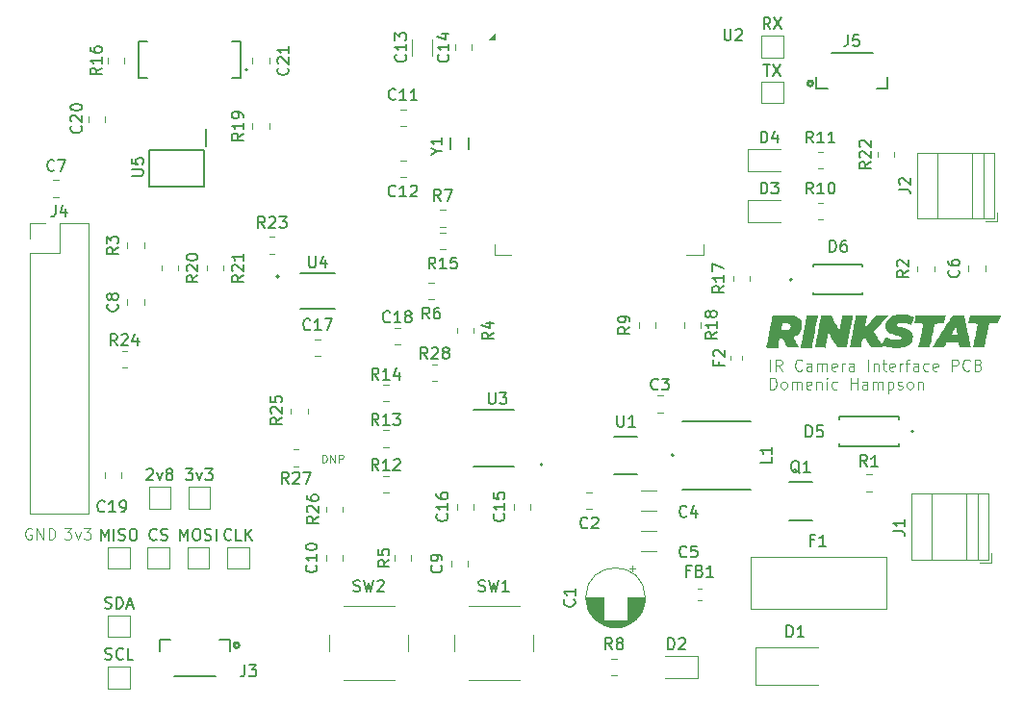
<source format=gto>
%TF.GenerationSoftware,KiCad,Pcbnew,8.0.3*%
%TF.CreationDate,2026-02-06T01:26:45-05:00*%
%TF.ProjectId,FrostByte_IRCamera_PCB,46726f73-7442-4797-9465-5f495243616d,rev?*%
%TF.SameCoordinates,Original*%
%TF.FileFunction,Legend,Top*%
%TF.FilePolarity,Positive*%
%FSLAX46Y46*%
G04 Gerber Fmt 4.6, Leading zero omitted, Abs format (unit mm)*
G04 Created by KiCad (PCBNEW 8.0.3) date 2026-02-06 01:26:45*
%MOMM*%
%LPD*%
G01*
G04 APERTURE LIST*
%ADD10C,0.020000*%
%ADD11C,0.024000*%
%ADD12C,0.022000*%
%ADD13C,0.100000*%
%ADD14C,0.150000*%
%ADD15C,0.000000*%
%ADD16C,0.120000*%
%ADD17C,0.127000*%
%ADD18C,0.200000*%
%ADD19C,0.254000*%
%ADD20C,0.152400*%
G04 APERTURE END LIST*
D10*
X173270000Y-102112465D02*
X173240000Y-102140000D01*
X171105000Y-102170000D02*
X171115000Y-102120000D01*
D11*
X172070000Y-102170183D02*
X171110000Y-102169817D01*
X169065000Y-102170000D02*
X169095000Y-101969373D01*
X169060000Y-102170000D02*
X168110000Y-102170000D01*
D12*
X188640000Y-99360000D02*
X188570000Y-99660000D01*
X187960000Y-99360000D02*
X188640000Y-99360000D01*
D13*
X181270000Y-99380000D02*
X183790000Y-99380000D01*
X129032455Y-112309133D02*
X129032455Y-111609133D01*
X129032455Y-111609133D02*
X129199122Y-111609133D01*
X129199122Y-111609133D02*
X129299122Y-111642466D01*
X129299122Y-111642466D02*
X129365789Y-111709133D01*
X129365789Y-111709133D02*
X129399122Y-111775800D01*
X129399122Y-111775800D02*
X129432455Y-111909133D01*
X129432455Y-111909133D02*
X129432455Y-112009133D01*
X129432455Y-112009133D02*
X129399122Y-112142466D01*
X129399122Y-112142466D02*
X129365789Y-112209133D01*
X129365789Y-112209133D02*
X129299122Y-112275800D01*
X129299122Y-112275800D02*
X129199122Y-112309133D01*
X129199122Y-112309133D02*
X129032455Y-112309133D01*
X129732455Y-112309133D02*
X129732455Y-111609133D01*
X129732455Y-111609133D02*
X130132455Y-112309133D01*
X130132455Y-112309133D02*
X130132455Y-111609133D01*
X130465788Y-112309133D02*
X130465788Y-111609133D01*
X130465788Y-111609133D02*
X130732455Y-111609133D01*
X130732455Y-111609133D02*
X130799122Y-111642466D01*
X130799122Y-111642466D02*
X130832455Y-111675800D01*
X130832455Y-111675800D02*
X130865788Y-111742466D01*
X130865788Y-111742466D02*
X130865788Y-111842466D01*
X130865788Y-111842466D02*
X130832455Y-111909133D01*
X130832455Y-111909133D02*
X130799122Y-111942466D01*
X130799122Y-111942466D02*
X130732455Y-111975800D01*
X130732455Y-111975800D02*
X130465788Y-111975800D01*
X168403884Y-104242475D02*
X168403884Y-103242475D01*
X169451502Y-104242475D02*
X169118169Y-103766284D01*
X168880074Y-104242475D02*
X168880074Y-103242475D01*
X168880074Y-103242475D02*
X169261026Y-103242475D01*
X169261026Y-103242475D02*
X169356264Y-103290094D01*
X169356264Y-103290094D02*
X169403883Y-103337713D01*
X169403883Y-103337713D02*
X169451502Y-103432951D01*
X169451502Y-103432951D02*
X169451502Y-103575808D01*
X169451502Y-103575808D02*
X169403883Y-103671046D01*
X169403883Y-103671046D02*
X169356264Y-103718665D01*
X169356264Y-103718665D02*
X169261026Y-103766284D01*
X169261026Y-103766284D02*
X168880074Y-103766284D01*
X171213407Y-104147236D02*
X171165788Y-104194856D01*
X171165788Y-104194856D02*
X171022931Y-104242475D01*
X171022931Y-104242475D02*
X170927693Y-104242475D01*
X170927693Y-104242475D02*
X170784836Y-104194856D01*
X170784836Y-104194856D02*
X170689598Y-104099617D01*
X170689598Y-104099617D02*
X170641979Y-104004379D01*
X170641979Y-104004379D02*
X170594360Y-103813903D01*
X170594360Y-103813903D02*
X170594360Y-103671046D01*
X170594360Y-103671046D02*
X170641979Y-103480570D01*
X170641979Y-103480570D02*
X170689598Y-103385332D01*
X170689598Y-103385332D02*
X170784836Y-103290094D01*
X170784836Y-103290094D02*
X170927693Y-103242475D01*
X170927693Y-103242475D02*
X171022931Y-103242475D01*
X171022931Y-103242475D02*
X171165788Y-103290094D01*
X171165788Y-103290094D02*
X171213407Y-103337713D01*
X172070550Y-104242475D02*
X172070550Y-103718665D01*
X172070550Y-103718665D02*
X172022931Y-103623427D01*
X172022931Y-103623427D02*
X171927693Y-103575808D01*
X171927693Y-103575808D02*
X171737217Y-103575808D01*
X171737217Y-103575808D02*
X171641979Y-103623427D01*
X172070550Y-104194856D02*
X171975312Y-104242475D01*
X171975312Y-104242475D02*
X171737217Y-104242475D01*
X171737217Y-104242475D02*
X171641979Y-104194856D01*
X171641979Y-104194856D02*
X171594360Y-104099617D01*
X171594360Y-104099617D02*
X171594360Y-104004379D01*
X171594360Y-104004379D02*
X171641979Y-103909141D01*
X171641979Y-103909141D02*
X171737217Y-103861522D01*
X171737217Y-103861522D02*
X171975312Y-103861522D01*
X171975312Y-103861522D02*
X172070550Y-103813903D01*
X172546741Y-104242475D02*
X172546741Y-103575808D01*
X172546741Y-103671046D02*
X172594360Y-103623427D01*
X172594360Y-103623427D02*
X172689598Y-103575808D01*
X172689598Y-103575808D02*
X172832455Y-103575808D01*
X172832455Y-103575808D02*
X172927693Y-103623427D01*
X172927693Y-103623427D02*
X172975312Y-103718665D01*
X172975312Y-103718665D02*
X172975312Y-104242475D01*
X172975312Y-103718665D02*
X173022931Y-103623427D01*
X173022931Y-103623427D02*
X173118169Y-103575808D01*
X173118169Y-103575808D02*
X173261026Y-103575808D01*
X173261026Y-103575808D02*
X173356265Y-103623427D01*
X173356265Y-103623427D02*
X173403884Y-103718665D01*
X173403884Y-103718665D02*
X173403884Y-104242475D01*
X174261026Y-104194856D02*
X174165788Y-104242475D01*
X174165788Y-104242475D02*
X173975312Y-104242475D01*
X173975312Y-104242475D02*
X173880074Y-104194856D01*
X173880074Y-104194856D02*
X173832455Y-104099617D01*
X173832455Y-104099617D02*
X173832455Y-103718665D01*
X173832455Y-103718665D02*
X173880074Y-103623427D01*
X173880074Y-103623427D02*
X173975312Y-103575808D01*
X173975312Y-103575808D02*
X174165788Y-103575808D01*
X174165788Y-103575808D02*
X174261026Y-103623427D01*
X174261026Y-103623427D02*
X174308645Y-103718665D01*
X174308645Y-103718665D02*
X174308645Y-103813903D01*
X174308645Y-103813903D02*
X173832455Y-103909141D01*
X174737217Y-104242475D02*
X174737217Y-103575808D01*
X174737217Y-103766284D02*
X174784836Y-103671046D01*
X174784836Y-103671046D02*
X174832455Y-103623427D01*
X174832455Y-103623427D02*
X174927693Y-103575808D01*
X174927693Y-103575808D02*
X175022931Y-103575808D01*
X175784836Y-104242475D02*
X175784836Y-103718665D01*
X175784836Y-103718665D02*
X175737217Y-103623427D01*
X175737217Y-103623427D02*
X175641979Y-103575808D01*
X175641979Y-103575808D02*
X175451503Y-103575808D01*
X175451503Y-103575808D02*
X175356265Y-103623427D01*
X175784836Y-104194856D02*
X175689598Y-104242475D01*
X175689598Y-104242475D02*
X175451503Y-104242475D01*
X175451503Y-104242475D02*
X175356265Y-104194856D01*
X175356265Y-104194856D02*
X175308646Y-104099617D01*
X175308646Y-104099617D02*
X175308646Y-104004379D01*
X175308646Y-104004379D02*
X175356265Y-103909141D01*
X175356265Y-103909141D02*
X175451503Y-103861522D01*
X175451503Y-103861522D02*
X175689598Y-103861522D01*
X175689598Y-103861522D02*
X175784836Y-103813903D01*
X177022932Y-104242475D02*
X177022932Y-103242475D01*
X177499122Y-103575808D02*
X177499122Y-104242475D01*
X177499122Y-103671046D02*
X177546741Y-103623427D01*
X177546741Y-103623427D02*
X177641979Y-103575808D01*
X177641979Y-103575808D02*
X177784836Y-103575808D01*
X177784836Y-103575808D02*
X177880074Y-103623427D01*
X177880074Y-103623427D02*
X177927693Y-103718665D01*
X177927693Y-103718665D02*
X177927693Y-104242475D01*
X178261027Y-103575808D02*
X178641979Y-103575808D01*
X178403884Y-103242475D02*
X178403884Y-104099617D01*
X178403884Y-104099617D02*
X178451503Y-104194856D01*
X178451503Y-104194856D02*
X178546741Y-104242475D01*
X178546741Y-104242475D02*
X178641979Y-104242475D01*
X179356265Y-104194856D02*
X179261027Y-104242475D01*
X179261027Y-104242475D02*
X179070551Y-104242475D01*
X179070551Y-104242475D02*
X178975313Y-104194856D01*
X178975313Y-104194856D02*
X178927694Y-104099617D01*
X178927694Y-104099617D02*
X178927694Y-103718665D01*
X178927694Y-103718665D02*
X178975313Y-103623427D01*
X178975313Y-103623427D02*
X179070551Y-103575808D01*
X179070551Y-103575808D02*
X179261027Y-103575808D01*
X179261027Y-103575808D02*
X179356265Y-103623427D01*
X179356265Y-103623427D02*
X179403884Y-103718665D01*
X179403884Y-103718665D02*
X179403884Y-103813903D01*
X179403884Y-103813903D02*
X178927694Y-103909141D01*
X179832456Y-104242475D02*
X179832456Y-103575808D01*
X179832456Y-103766284D02*
X179880075Y-103671046D01*
X179880075Y-103671046D02*
X179927694Y-103623427D01*
X179927694Y-103623427D02*
X180022932Y-103575808D01*
X180022932Y-103575808D02*
X180118170Y-103575808D01*
X180308647Y-103575808D02*
X180689599Y-103575808D01*
X180451504Y-104242475D02*
X180451504Y-103385332D01*
X180451504Y-103385332D02*
X180499123Y-103290094D01*
X180499123Y-103290094D02*
X180594361Y-103242475D01*
X180594361Y-103242475D02*
X180689599Y-103242475D01*
X181451504Y-104242475D02*
X181451504Y-103718665D01*
X181451504Y-103718665D02*
X181403885Y-103623427D01*
X181403885Y-103623427D02*
X181308647Y-103575808D01*
X181308647Y-103575808D02*
X181118171Y-103575808D01*
X181118171Y-103575808D02*
X181022933Y-103623427D01*
X181451504Y-104194856D02*
X181356266Y-104242475D01*
X181356266Y-104242475D02*
X181118171Y-104242475D01*
X181118171Y-104242475D02*
X181022933Y-104194856D01*
X181022933Y-104194856D02*
X180975314Y-104099617D01*
X180975314Y-104099617D02*
X180975314Y-104004379D01*
X180975314Y-104004379D02*
X181022933Y-103909141D01*
X181022933Y-103909141D02*
X181118171Y-103861522D01*
X181118171Y-103861522D02*
X181356266Y-103861522D01*
X181356266Y-103861522D02*
X181451504Y-103813903D01*
X182356266Y-104194856D02*
X182261028Y-104242475D01*
X182261028Y-104242475D02*
X182070552Y-104242475D01*
X182070552Y-104242475D02*
X181975314Y-104194856D01*
X181975314Y-104194856D02*
X181927695Y-104147236D01*
X181927695Y-104147236D02*
X181880076Y-104051998D01*
X181880076Y-104051998D02*
X181880076Y-103766284D01*
X181880076Y-103766284D02*
X181927695Y-103671046D01*
X181927695Y-103671046D02*
X181975314Y-103623427D01*
X181975314Y-103623427D02*
X182070552Y-103575808D01*
X182070552Y-103575808D02*
X182261028Y-103575808D01*
X182261028Y-103575808D02*
X182356266Y-103623427D01*
X183165790Y-104194856D02*
X183070552Y-104242475D01*
X183070552Y-104242475D02*
X182880076Y-104242475D01*
X182880076Y-104242475D02*
X182784838Y-104194856D01*
X182784838Y-104194856D02*
X182737219Y-104099617D01*
X182737219Y-104099617D02*
X182737219Y-103718665D01*
X182737219Y-103718665D02*
X182784838Y-103623427D01*
X182784838Y-103623427D02*
X182880076Y-103575808D01*
X182880076Y-103575808D02*
X183070552Y-103575808D01*
X183070552Y-103575808D02*
X183165790Y-103623427D01*
X183165790Y-103623427D02*
X183213409Y-103718665D01*
X183213409Y-103718665D02*
X183213409Y-103813903D01*
X183213409Y-103813903D02*
X182737219Y-103909141D01*
X184403886Y-104242475D02*
X184403886Y-103242475D01*
X184403886Y-103242475D02*
X184784838Y-103242475D01*
X184784838Y-103242475D02*
X184880076Y-103290094D01*
X184880076Y-103290094D02*
X184927695Y-103337713D01*
X184927695Y-103337713D02*
X184975314Y-103432951D01*
X184975314Y-103432951D02*
X184975314Y-103575808D01*
X184975314Y-103575808D02*
X184927695Y-103671046D01*
X184927695Y-103671046D02*
X184880076Y-103718665D01*
X184880076Y-103718665D02*
X184784838Y-103766284D01*
X184784838Y-103766284D02*
X184403886Y-103766284D01*
X185975314Y-104147236D02*
X185927695Y-104194856D01*
X185927695Y-104194856D02*
X185784838Y-104242475D01*
X185784838Y-104242475D02*
X185689600Y-104242475D01*
X185689600Y-104242475D02*
X185546743Y-104194856D01*
X185546743Y-104194856D02*
X185451505Y-104099617D01*
X185451505Y-104099617D02*
X185403886Y-104004379D01*
X185403886Y-104004379D02*
X185356267Y-103813903D01*
X185356267Y-103813903D02*
X185356267Y-103671046D01*
X185356267Y-103671046D02*
X185403886Y-103480570D01*
X185403886Y-103480570D02*
X185451505Y-103385332D01*
X185451505Y-103385332D02*
X185546743Y-103290094D01*
X185546743Y-103290094D02*
X185689600Y-103242475D01*
X185689600Y-103242475D02*
X185784838Y-103242475D01*
X185784838Y-103242475D02*
X185927695Y-103290094D01*
X185927695Y-103290094D02*
X185975314Y-103337713D01*
X186737219Y-103718665D02*
X186880076Y-103766284D01*
X186880076Y-103766284D02*
X186927695Y-103813903D01*
X186927695Y-103813903D02*
X186975314Y-103909141D01*
X186975314Y-103909141D02*
X186975314Y-104051998D01*
X186975314Y-104051998D02*
X186927695Y-104147236D01*
X186927695Y-104147236D02*
X186880076Y-104194856D01*
X186880076Y-104194856D02*
X186784838Y-104242475D01*
X186784838Y-104242475D02*
X186403886Y-104242475D01*
X186403886Y-104242475D02*
X186403886Y-103242475D01*
X186403886Y-103242475D02*
X186737219Y-103242475D01*
X186737219Y-103242475D02*
X186832457Y-103290094D01*
X186832457Y-103290094D02*
X186880076Y-103337713D01*
X186880076Y-103337713D02*
X186927695Y-103432951D01*
X186927695Y-103432951D02*
X186927695Y-103528189D01*
X186927695Y-103528189D02*
X186880076Y-103623427D01*
X186880076Y-103623427D02*
X186832457Y-103671046D01*
X186832457Y-103671046D02*
X186737219Y-103718665D01*
X186737219Y-103718665D02*
X186403886Y-103718665D01*
X168403884Y-105852419D02*
X168403884Y-104852419D01*
X168403884Y-104852419D02*
X168641979Y-104852419D01*
X168641979Y-104852419D02*
X168784836Y-104900038D01*
X168784836Y-104900038D02*
X168880074Y-104995276D01*
X168880074Y-104995276D02*
X168927693Y-105090514D01*
X168927693Y-105090514D02*
X168975312Y-105280990D01*
X168975312Y-105280990D02*
X168975312Y-105423847D01*
X168975312Y-105423847D02*
X168927693Y-105614323D01*
X168927693Y-105614323D02*
X168880074Y-105709561D01*
X168880074Y-105709561D02*
X168784836Y-105804800D01*
X168784836Y-105804800D02*
X168641979Y-105852419D01*
X168641979Y-105852419D02*
X168403884Y-105852419D01*
X169546741Y-105852419D02*
X169451503Y-105804800D01*
X169451503Y-105804800D02*
X169403884Y-105757180D01*
X169403884Y-105757180D02*
X169356265Y-105661942D01*
X169356265Y-105661942D02*
X169356265Y-105376228D01*
X169356265Y-105376228D02*
X169403884Y-105280990D01*
X169403884Y-105280990D02*
X169451503Y-105233371D01*
X169451503Y-105233371D02*
X169546741Y-105185752D01*
X169546741Y-105185752D02*
X169689598Y-105185752D01*
X169689598Y-105185752D02*
X169784836Y-105233371D01*
X169784836Y-105233371D02*
X169832455Y-105280990D01*
X169832455Y-105280990D02*
X169880074Y-105376228D01*
X169880074Y-105376228D02*
X169880074Y-105661942D01*
X169880074Y-105661942D02*
X169832455Y-105757180D01*
X169832455Y-105757180D02*
X169784836Y-105804800D01*
X169784836Y-105804800D02*
X169689598Y-105852419D01*
X169689598Y-105852419D02*
X169546741Y-105852419D01*
X170308646Y-105852419D02*
X170308646Y-105185752D01*
X170308646Y-105280990D02*
X170356265Y-105233371D01*
X170356265Y-105233371D02*
X170451503Y-105185752D01*
X170451503Y-105185752D02*
X170594360Y-105185752D01*
X170594360Y-105185752D02*
X170689598Y-105233371D01*
X170689598Y-105233371D02*
X170737217Y-105328609D01*
X170737217Y-105328609D02*
X170737217Y-105852419D01*
X170737217Y-105328609D02*
X170784836Y-105233371D01*
X170784836Y-105233371D02*
X170880074Y-105185752D01*
X170880074Y-105185752D02*
X171022931Y-105185752D01*
X171022931Y-105185752D02*
X171118170Y-105233371D01*
X171118170Y-105233371D02*
X171165789Y-105328609D01*
X171165789Y-105328609D02*
X171165789Y-105852419D01*
X172022931Y-105804800D02*
X171927693Y-105852419D01*
X171927693Y-105852419D02*
X171737217Y-105852419D01*
X171737217Y-105852419D02*
X171641979Y-105804800D01*
X171641979Y-105804800D02*
X171594360Y-105709561D01*
X171594360Y-105709561D02*
X171594360Y-105328609D01*
X171594360Y-105328609D02*
X171641979Y-105233371D01*
X171641979Y-105233371D02*
X171737217Y-105185752D01*
X171737217Y-105185752D02*
X171927693Y-105185752D01*
X171927693Y-105185752D02*
X172022931Y-105233371D01*
X172022931Y-105233371D02*
X172070550Y-105328609D01*
X172070550Y-105328609D02*
X172070550Y-105423847D01*
X172070550Y-105423847D02*
X171594360Y-105519085D01*
X172499122Y-105185752D02*
X172499122Y-105852419D01*
X172499122Y-105280990D02*
X172546741Y-105233371D01*
X172546741Y-105233371D02*
X172641979Y-105185752D01*
X172641979Y-105185752D02*
X172784836Y-105185752D01*
X172784836Y-105185752D02*
X172880074Y-105233371D01*
X172880074Y-105233371D02*
X172927693Y-105328609D01*
X172927693Y-105328609D02*
X172927693Y-105852419D01*
X173403884Y-105852419D02*
X173403884Y-105185752D01*
X173403884Y-104852419D02*
X173356265Y-104900038D01*
X173356265Y-104900038D02*
X173403884Y-104947657D01*
X173403884Y-104947657D02*
X173451503Y-104900038D01*
X173451503Y-104900038D02*
X173403884Y-104852419D01*
X173403884Y-104852419D02*
X173403884Y-104947657D01*
X174308645Y-105804800D02*
X174213407Y-105852419D01*
X174213407Y-105852419D02*
X174022931Y-105852419D01*
X174022931Y-105852419D02*
X173927693Y-105804800D01*
X173927693Y-105804800D02*
X173880074Y-105757180D01*
X173880074Y-105757180D02*
X173832455Y-105661942D01*
X173832455Y-105661942D02*
X173832455Y-105376228D01*
X173832455Y-105376228D02*
X173880074Y-105280990D01*
X173880074Y-105280990D02*
X173927693Y-105233371D01*
X173927693Y-105233371D02*
X174022931Y-105185752D01*
X174022931Y-105185752D02*
X174213407Y-105185752D01*
X174213407Y-105185752D02*
X174308645Y-105233371D01*
X175499122Y-105852419D02*
X175499122Y-104852419D01*
X175499122Y-105328609D02*
X176070550Y-105328609D01*
X176070550Y-105852419D02*
X176070550Y-104852419D01*
X176975312Y-105852419D02*
X176975312Y-105328609D01*
X176975312Y-105328609D02*
X176927693Y-105233371D01*
X176927693Y-105233371D02*
X176832455Y-105185752D01*
X176832455Y-105185752D02*
X176641979Y-105185752D01*
X176641979Y-105185752D02*
X176546741Y-105233371D01*
X176975312Y-105804800D02*
X176880074Y-105852419D01*
X176880074Y-105852419D02*
X176641979Y-105852419D01*
X176641979Y-105852419D02*
X176546741Y-105804800D01*
X176546741Y-105804800D02*
X176499122Y-105709561D01*
X176499122Y-105709561D02*
X176499122Y-105614323D01*
X176499122Y-105614323D02*
X176546741Y-105519085D01*
X176546741Y-105519085D02*
X176641979Y-105471466D01*
X176641979Y-105471466D02*
X176880074Y-105471466D01*
X176880074Y-105471466D02*
X176975312Y-105423847D01*
X177451503Y-105852419D02*
X177451503Y-105185752D01*
X177451503Y-105280990D02*
X177499122Y-105233371D01*
X177499122Y-105233371D02*
X177594360Y-105185752D01*
X177594360Y-105185752D02*
X177737217Y-105185752D01*
X177737217Y-105185752D02*
X177832455Y-105233371D01*
X177832455Y-105233371D02*
X177880074Y-105328609D01*
X177880074Y-105328609D02*
X177880074Y-105852419D01*
X177880074Y-105328609D02*
X177927693Y-105233371D01*
X177927693Y-105233371D02*
X178022931Y-105185752D01*
X178022931Y-105185752D02*
X178165788Y-105185752D01*
X178165788Y-105185752D02*
X178261027Y-105233371D01*
X178261027Y-105233371D02*
X178308646Y-105328609D01*
X178308646Y-105328609D02*
X178308646Y-105852419D01*
X178784836Y-105185752D02*
X178784836Y-106185752D01*
X178784836Y-105233371D02*
X178880074Y-105185752D01*
X178880074Y-105185752D02*
X179070550Y-105185752D01*
X179070550Y-105185752D02*
X179165788Y-105233371D01*
X179165788Y-105233371D02*
X179213407Y-105280990D01*
X179213407Y-105280990D02*
X179261026Y-105376228D01*
X179261026Y-105376228D02*
X179261026Y-105661942D01*
X179261026Y-105661942D02*
X179213407Y-105757180D01*
X179213407Y-105757180D02*
X179165788Y-105804800D01*
X179165788Y-105804800D02*
X179070550Y-105852419D01*
X179070550Y-105852419D02*
X178880074Y-105852419D01*
X178880074Y-105852419D02*
X178784836Y-105804800D01*
X179641979Y-105804800D02*
X179737217Y-105852419D01*
X179737217Y-105852419D02*
X179927693Y-105852419D01*
X179927693Y-105852419D02*
X180022931Y-105804800D01*
X180022931Y-105804800D02*
X180070550Y-105709561D01*
X180070550Y-105709561D02*
X180070550Y-105661942D01*
X180070550Y-105661942D02*
X180022931Y-105566704D01*
X180022931Y-105566704D02*
X179927693Y-105519085D01*
X179927693Y-105519085D02*
X179784836Y-105519085D01*
X179784836Y-105519085D02*
X179689598Y-105471466D01*
X179689598Y-105471466D02*
X179641979Y-105376228D01*
X179641979Y-105376228D02*
X179641979Y-105328609D01*
X179641979Y-105328609D02*
X179689598Y-105233371D01*
X179689598Y-105233371D02*
X179784836Y-105185752D01*
X179784836Y-105185752D02*
X179927693Y-105185752D01*
X179927693Y-105185752D02*
X180022931Y-105233371D01*
X180641979Y-105852419D02*
X180546741Y-105804800D01*
X180546741Y-105804800D02*
X180499122Y-105757180D01*
X180499122Y-105757180D02*
X180451503Y-105661942D01*
X180451503Y-105661942D02*
X180451503Y-105376228D01*
X180451503Y-105376228D02*
X180499122Y-105280990D01*
X180499122Y-105280990D02*
X180546741Y-105233371D01*
X180546741Y-105233371D02*
X180641979Y-105185752D01*
X180641979Y-105185752D02*
X180784836Y-105185752D01*
X180784836Y-105185752D02*
X180880074Y-105233371D01*
X180880074Y-105233371D02*
X180927693Y-105280990D01*
X180927693Y-105280990D02*
X180975312Y-105376228D01*
X180975312Y-105376228D02*
X180975312Y-105661942D01*
X180975312Y-105661942D02*
X180927693Y-105757180D01*
X180927693Y-105757180D02*
X180880074Y-105804800D01*
X180880074Y-105804800D02*
X180784836Y-105852419D01*
X180784836Y-105852419D02*
X180641979Y-105852419D01*
X181403884Y-105185752D02*
X181403884Y-105852419D01*
X181403884Y-105280990D02*
X181451503Y-105233371D01*
X181451503Y-105233371D02*
X181546741Y-105185752D01*
X181546741Y-105185752D02*
X181689598Y-105185752D01*
X181689598Y-105185752D02*
X181784836Y-105233371D01*
X181784836Y-105233371D02*
X181832455Y-105328609D01*
X181832455Y-105328609D02*
X181832455Y-105852419D01*
X106308646Y-118072419D02*
X106927693Y-118072419D01*
X106927693Y-118072419D02*
X106594360Y-118453371D01*
X106594360Y-118453371D02*
X106737217Y-118453371D01*
X106737217Y-118453371D02*
X106832455Y-118500990D01*
X106832455Y-118500990D02*
X106880074Y-118548609D01*
X106880074Y-118548609D02*
X106927693Y-118643847D01*
X106927693Y-118643847D02*
X106927693Y-118881942D01*
X106927693Y-118881942D02*
X106880074Y-118977180D01*
X106880074Y-118977180D02*
X106832455Y-119024800D01*
X106832455Y-119024800D02*
X106737217Y-119072419D01*
X106737217Y-119072419D02*
X106451503Y-119072419D01*
X106451503Y-119072419D02*
X106356265Y-119024800D01*
X106356265Y-119024800D02*
X106308646Y-118977180D01*
X107261027Y-118405752D02*
X107499122Y-119072419D01*
X107499122Y-119072419D02*
X107737217Y-118405752D01*
X108022932Y-118072419D02*
X108641979Y-118072419D01*
X108641979Y-118072419D02*
X108308646Y-118453371D01*
X108308646Y-118453371D02*
X108451503Y-118453371D01*
X108451503Y-118453371D02*
X108546741Y-118500990D01*
X108546741Y-118500990D02*
X108594360Y-118548609D01*
X108594360Y-118548609D02*
X108641979Y-118643847D01*
X108641979Y-118643847D02*
X108641979Y-118881942D01*
X108641979Y-118881942D02*
X108594360Y-118977180D01*
X108594360Y-118977180D02*
X108546741Y-119024800D01*
X108546741Y-119024800D02*
X108451503Y-119072419D01*
X108451503Y-119072419D02*
X108165789Y-119072419D01*
X108165789Y-119072419D02*
X108070551Y-119024800D01*
X108070551Y-119024800D02*
X108022932Y-118977180D01*
X103427693Y-118120038D02*
X103332455Y-118072419D01*
X103332455Y-118072419D02*
X103189598Y-118072419D01*
X103189598Y-118072419D02*
X103046741Y-118120038D01*
X103046741Y-118120038D02*
X102951503Y-118215276D01*
X102951503Y-118215276D02*
X102903884Y-118310514D01*
X102903884Y-118310514D02*
X102856265Y-118500990D01*
X102856265Y-118500990D02*
X102856265Y-118643847D01*
X102856265Y-118643847D02*
X102903884Y-118834323D01*
X102903884Y-118834323D02*
X102951503Y-118929561D01*
X102951503Y-118929561D02*
X103046741Y-119024800D01*
X103046741Y-119024800D02*
X103189598Y-119072419D01*
X103189598Y-119072419D02*
X103284836Y-119072419D01*
X103284836Y-119072419D02*
X103427693Y-119024800D01*
X103427693Y-119024800D02*
X103475312Y-118977180D01*
X103475312Y-118977180D02*
X103475312Y-118643847D01*
X103475312Y-118643847D02*
X103284836Y-118643847D01*
X103903884Y-119072419D02*
X103903884Y-118072419D01*
X103903884Y-118072419D02*
X104475312Y-119072419D01*
X104475312Y-119072419D02*
X104475312Y-118072419D01*
X104951503Y-119072419D02*
X104951503Y-118072419D01*
X104951503Y-118072419D02*
X105189598Y-118072419D01*
X105189598Y-118072419D02*
X105332455Y-118120038D01*
X105332455Y-118120038D02*
X105427693Y-118215276D01*
X105427693Y-118215276D02*
X105475312Y-118310514D01*
X105475312Y-118310514D02*
X105522931Y-118500990D01*
X105522931Y-118500990D02*
X105522931Y-118643847D01*
X105522931Y-118643847D02*
X105475312Y-118834323D01*
X105475312Y-118834323D02*
X105427693Y-118929561D01*
X105427693Y-118929561D02*
X105332455Y-119024800D01*
X105332455Y-119024800D02*
X105189598Y-119072419D01*
X105189598Y-119072419D02*
X104951503Y-119072419D01*
D14*
X138257142Y-103154819D02*
X137923809Y-102678628D01*
X137685714Y-103154819D02*
X137685714Y-102154819D01*
X137685714Y-102154819D02*
X138066666Y-102154819D01*
X138066666Y-102154819D02*
X138161904Y-102202438D01*
X138161904Y-102202438D02*
X138209523Y-102250057D01*
X138209523Y-102250057D02*
X138257142Y-102345295D01*
X138257142Y-102345295D02*
X138257142Y-102488152D01*
X138257142Y-102488152D02*
X138209523Y-102583390D01*
X138209523Y-102583390D02*
X138161904Y-102631009D01*
X138161904Y-102631009D02*
X138066666Y-102678628D01*
X138066666Y-102678628D02*
X137685714Y-102678628D01*
X138638095Y-102250057D02*
X138685714Y-102202438D01*
X138685714Y-102202438D02*
X138780952Y-102154819D01*
X138780952Y-102154819D02*
X139019047Y-102154819D01*
X139019047Y-102154819D02*
X139114285Y-102202438D01*
X139114285Y-102202438D02*
X139161904Y-102250057D01*
X139161904Y-102250057D02*
X139209523Y-102345295D01*
X139209523Y-102345295D02*
X139209523Y-102440533D01*
X139209523Y-102440533D02*
X139161904Y-102583390D01*
X139161904Y-102583390D02*
X138590476Y-103154819D01*
X138590476Y-103154819D02*
X139209523Y-103154819D01*
X139780952Y-102583390D02*
X139685714Y-102535771D01*
X139685714Y-102535771D02*
X139638095Y-102488152D01*
X139638095Y-102488152D02*
X139590476Y-102392914D01*
X139590476Y-102392914D02*
X139590476Y-102345295D01*
X139590476Y-102345295D02*
X139638095Y-102250057D01*
X139638095Y-102250057D02*
X139685714Y-102202438D01*
X139685714Y-102202438D02*
X139780952Y-102154819D01*
X139780952Y-102154819D02*
X139971428Y-102154819D01*
X139971428Y-102154819D02*
X140066666Y-102202438D01*
X140066666Y-102202438D02*
X140114285Y-102250057D01*
X140114285Y-102250057D02*
X140161904Y-102345295D01*
X140161904Y-102345295D02*
X140161904Y-102392914D01*
X140161904Y-102392914D02*
X140114285Y-102488152D01*
X140114285Y-102488152D02*
X140066666Y-102535771D01*
X140066666Y-102535771D02*
X139971428Y-102583390D01*
X139971428Y-102583390D02*
X139780952Y-102583390D01*
X139780952Y-102583390D02*
X139685714Y-102631009D01*
X139685714Y-102631009D02*
X139638095Y-102678628D01*
X139638095Y-102678628D02*
X139590476Y-102773866D01*
X139590476Y-102773866D02*
X139590476Y-102964342D01*
X139590476Y-102964342D02*
X139638095Y-103059580D01*
X139638095Y-103059580D02*
X139685714Y-103107200D01*
X139685714Y-103107200D02*
X139780952Y-103154819D01*
X139780952Y-103154819D02*
X139971428Y-103154819D01*
X139971428Y-103154819D02*
X140066666Y-103107200D01*
X140066666Y-103107200D02*
X140114285Y-103059580D01*
X140114285Y-103059580D02*
X140161904Y-102964342D01*
X140161904Y-102964342D02*
X140161904Y-102773866D01*
X140161904Y-102773866D02*
X140114285Y-102678628D01*
X140114285Y-102678628D02*
X140066666Y-102631009D01*
X140066666Y-102631009D02*
X139971428Y-102583390D01*
X126057142Y-114154819D02*
X125723809Y-113678628D01*
X125485714Y-114154819D02*
X125485714Y-113154819D01*
X125485714Y-113154819D02*
X125866666Y-113154819D01*
X125866666Y-113154819D02*
X125961904Y-113202438D01*
X125961904Y-113202438D02*
X126009523Y-113250057D01*
X126009523Y-113250057D02*
X126057142Y-113345295D01*
X126057142Y-113345295D02*
X126057142Y-113488152D01*
X126057142Y-113488152D02*
X126009523Y-113583390D01*
X126009523Y-113583390D02*
X125961904Y-113631009D01*
X125961904Y-113631009D02*
X125866666Y-113678628D01*
X125866666Y-113678628D02*
X125485714Y-113678628D01*
X126438095Y-113250057D02*
X126485714Y-113202438D01*
X126485714Y-113202438D02*
X126580952Y-113154819D01*
X126580952Y-113154819D02*
X126819047Y-113154819D01*
X126819047Y-113154819D02*
X126914285Y-113202438D01*
X126914285Y-113202438D02*
X126961904Y-113250057D01*
X126961904Y-113250057D02*
X127009523Y-113345295D01*
X127009523Y-113345295D02*
X127009523Y-113440533D01*
X127009523Y-113440533D02*
X126961904Y-113583390D01*
X126961904Y-113583390D02*
X126390476Y-114154819D01*
X126390476Y-114154819D02*
X127009523Y-114154819D01*
X127342857Y-113154819D02*
X128009523Y-113154819D01*
X128009523Y-113154819D02*
X127580952Y-114154819D01*
X128654819Y-117042857D02*
X128178628Y-117376190D01*
X128654819Y-117614285D02*
X127654819Y-117614285D01*
X127654819Y-117614285D02*
X127654819Y-117233333D01*
X127654819Y-117233333D02*
X127702438Y-117138095D01*
X127702438Y-117138095D02*
X127750057Y-117090476D01*
X127750057Y-117090476D02*
X127845295Y-117042857D01*
X127845295Y-117042857D02*
X127988152Y-117042857D01*
X127988152Y-117042857D02*
X128083390Y-117090476D01*
X128083390Y-117090476D02*
X128131009Y-117138095D01*
X128131009Y-117138095D02*
X128178628Y-117233333D01*
X128178628Y-117233333D02*
X128178628Y-117614285D01*
X127750057Y-116661904D02*
X127702438Y-116614285D01*
X127702438Y-116614285D02*
X127654819Y-116519047D01*
X127654819Y-116519047D02*
X127654819Y-116280952D01*
X127654819Y-116280952D02*
X127702438Y-116185714D01*
X127702438Y-116185714D02*
X127750057Y-116138095D01*
X127750057Y-116138095D02*
X127845295Y-116090476D01*
X127845295Y-116090476D02*
X127940533Y-116090476D01*
X127940533Y-116090476D02*
X128083390Y-116138095D01*
X128083390Y-116138095D02*
X128654819Y-116709523D01*
X128654819Y-116709523D02*
X128654819Y-116090476D01*
X127654819Y-115233333D02*
X127654819Y-115423809D01*
X127654819Y-115423809D02*
X127702438Y-115519047D01*
X127702438Y-115519047D02*
X127750057Y-115566666D01*
X127750057Y-115566666D02*
X127892914Y-115661904D01*
X127892914Y-115661904D02*
X128083390Y-115709523D01*
X128083390Y-115709523D02*
X128464342Y-115709523D01*
X128464342Y-115709523D02*
X128559580Y-115661904D01*
X128559580Y-115661904D02*
X128607200Y-115614285D01*
X128607200Y-115614285D02*
X128654819Y-115519047D01*
X128654819Y-115519047D02*
X128654819Y-115328571D01*
X128654819Y-115328571D02*
X128607200Y-115233333D01*
X128607200Y-115233333D02*
X128559580Y-115185714D01*
X128559580Y-115185714D02*
X128464342Y-115138095D01*
X128464342Y-115138095D02*
X128226247Y-115138095D01*
X128226247Y-115138095D02*
X128131009Y-115185714D01*
X128131009Y-115185714D02*
X128083390Y-115233333D01*
X128083390Y-115233333D02*
X128035771Y-115328571D01*
X128035771Y-115328571D02*
X128035771Y-115519047D01*
X128035771Y-115519047D02*
X128083390Y-115614285D01*
X128083390Y-115614285D02*
X128131009Y-115661904D01*
X128131009Y-115661904D02*
X128226247Y-115709523D01*
X125454819Y-108342857D02*
X124978628Y-108676190D01*
X125454819Y-108914285D02*
X124454819Y-108914285D01*
X124454819Y-108914285D02*
X124454819Y-108533333D01*
X124454819Y-108533333D02*
X124502438Y-108438095D01*
X124502438Y-108438095D02*
X124550057Y-108390476D01*
X124550057Y-108390476D02*
X124645295Y-108342857D01*
X124645295Y-108342857D02*
X124788152Y-108342857D01*
X124788152Y-108342857D02*
X124883390Y-108390476D01*
X124883390Y-108390476D02*
X124931009Y-108438095D01*
X124931009Y-108438095D02*
X124978628Y-108533333D01*
X124978628Y-108533333D02*
X124978628Y-108914285D01*
X124550057Y-107961904D02*
X124502438Y-107914285D01*
X124502438Y-107914285D02*
X124454819Y-107819047D01*
X124454819Y-107819047D02*
X124454819Y-107580952D01*
X124454819Y-107580952D02*
X124502438Y-107485714D01*
X124502438Y-107485714D02*
X124550057Y-107438095D01*
X124550057Y-107438095D02*
X124645295Y-107390476D01*
X124645295Y-107390476D02*
X124740533Y-107390476D01*
X124740533Y-107390476D02*
X124883390Y-107438095D01*
X124883390Y-107438095D02*
X125454819Y-108009523D01*
X125454819Y-108009523D02*
X125454819Y-107390476D01*
X124454819Y-106485714D02*
X124454819Y-106961904D01*
X124454819Y-106961904D02*
X124931009Y-107009523D01*
X124931009Y-107009523D02*
X124883390Y-106961904D01*
X124883390Y-106961904D02*
X124835771Y-106866666D01*
X124835771Y-106866666D02*
X124835771Y-106628571D01*
X124835771Y-106628571D02*
X124883390Y-106533333D01*
X124883390Y-106533333D02*
X124931009Y-106485714D01*
X124931009Y-106485714D02*
X125026247Y-106438095D01*
X125026247Y-106438095D02*
X125264342Y-106438095D01*
X125264342Y-106438095D02*
X125359580Y-106485714D01*
X125359580Y-106485714D02*
X125407200Y-106533333D01*
X125407200Y-106533333D02*
X125454819Y-106628571D01*
X125454819Y-106628571D02*
X125454819Y-106866666D01*
X125454819Y-106866666D02*
X125407200Y-106961904D01*
X125407200Y-106961904D02*
X125359580Y-107009523D01*
X172266666Y-119131009D02*
X171933333Y-119131009D01*
X171933333Y-119654819D02*
X171933333Y-118654819D01*
X171933333Y-118654819D02*
X172409523Y-118654819D01*
X173314285Y-119654819D02*
X172742857Y-119654819D01*
X173028571Y-119654819D02*
X173028571Y-118654819D01*
X173028571Y-118654819D02*
X172933333Y-118797676D01*
X172933333Y-118797676D02*
X172838095Y-118892914D01*
X172838095Y-118892914D02*
X172742857Y-118940533D01*
X164375595Y-74154819D02*
X164375595Y-74964342D01*
X164375595Y-74964342D02*
X164423214Y-75059580D01*
X164423214Y-75059580D02*
X164470833Y-75107200D01*
X164470833Y-75107200D02*
X164566071Y-75154819D01*
X164566071Y-75154819D02*
X164756547Y-75154819D01*
X164756547Y-75154819D02*
X164851785Y-75107200D01*
X164851785Y-75107200D02*
X164899404Y-75059580D01*
X164899404Y-75059580D02*
X164947023Y-74964342D01*
X164947023Y-74964342D02*
X164947023Y-74154819D01*
X165375595Y-74250057D02*
X165423214Y-74202438D01*
X165423214Y-74202438D02*
X165518452Y-74154819D01*
X165518452Y-74154819D02*
X165756547Y-74154819D01*
X165756547Y-74154819D02*
X165851785Y-74202438D01*
X165851785Y-74202438D02*
X165899404Y-74250057D01*
X165899404Y-74250057D02*
X165947023Y-74345295D01*
X165947023Y-74345295D02*
X165947023Y-74440533D01*
X165947023Y-74440533D02*
X165899404Y-74583390D01*
X165899404Y-74583390D02*
X165327976Y-75154819D01*
X165327976Y-75154819D02*
X165947023Y-75154819D01*
X139433333Y-89254819D02*
X139100000Y-88778628D01*
X138861905Y-89254819D02*
X138861905Y-88254819D01*
X138861905Y-88254819D02*
X139242857Y-88254819D01*
X139242857Y-88254819D02*
X139338095Y-88302438D01*
X139338095Y-88302438D02*
X139385714Y-88350057D01*
X139385714Y-88350057D02*
X139433333Y-88445295D01*
X139433333Y-88445295D02*
X139433333Y-88588152D01*
X139433333Y-88588152D02*
X139385714Y-88683390D01*
X139385714Y-88683390D02*
X139338095Y-88731009D01*
X139338095Y-88731009D02*
X139242857Y-88778628D01*
X139242857Y-88778628D02*
X138861905Y-88778628D01*
X139766667Y-88254819D02*
X140433333Y-88254819D01*
X140433333Y-88254819D02*
X140004762Y-89254819D01*
X125959580Y-77577857D02*
X126007200Y-77625476D01*
X126007200Y-77625476D02*
X126054819Y-77768333D01*
X126054819Y-77768333D02*
X126054819Y-77863571D01*
X126054819Y-77863571D02*
X126007200Y-78006428D01*
X126007200Y-78006428D02*
X125911961Y-78101666D01*
X125911961Y-78101666D02*
X125816723Y-78149285D01*
X125816723Y-78149285D02*
X125626247Y-78196904D01*
X125626247Y-78196904D02*
X125483390Y-78196904D01*
X125483390Y-78196904D02*
X125292914Y-78149285D01*
X125292914Y-78149285D02*
X125197676Y-78101666D01*
X125197676Y-78101666D02*
X125102438Y-78006428D01*
X125102438Y-78006428D02*
X125054819Y-77863571D01*
X125054819Y-77863571D02*
X125054819Y-77768333D01*
X125054819Y-77768333D02*
X125102438Y-77625476D01*
X125102438Y-77625476D02*
X125150057Y-77577857D01*
X125150057Y-77196904D02*
X125102438Y-77149285D01*
X125102438Y-77149285D02*
X125054819Y-77054047D01*
X125054819Y-77054047D02*
X125054819Y-76815952D01*
X125054819Y-76815952D02*
X125102438Y-76720714D01*
X125102438Y-76720714D02*
X125150057Y-76673095D01*
X125150057Y-76673095D02*
X125245295Y-76625476D01*
X125245295Y-76625476D02*
X125340533Y-76625476D01*
X125340533Y-76625476D02*
X125483390Y-76673095D01*
X125483390Y-76673095D02*
X126054819Y-77244523D01*
X126054819Y-77244523D02*
X126054819Y-76625476D01*
X126054819Y-75673095D02*
X126054819Y-76244523D01*
X126054819Y-75958809D02*
X125054819Y-75958809D01*
X125054819Y-75958809D02*
X125197676Y-76054047D01*
X125197676Y-76054047D02*
X125292914Y-76149285D01*
X125292914Y-76149285D02*
X125340533Y-76244523D01*
X177254819Y-85842857D02*
X176778628Y-86176190D01*
X177254819Y-86414285D02*
X176254819Y-86414285D01*
X176254819Y-86414285D02*
X176254819Y-86033333D01*
X176254819Y-86033333D02*
X176302438Y-85938095D01*
X176302438Y-85938095D02*
X176350057Y-85890476D01*
X176350057Y-85890476D02*
X176445295Y-85842857D01*
X176445295Y-85842857D02*
X176588152Y-85842857D01*
X176588152Y-85842857D02*
X176683390Y-85890476D01*
X176683390Y-85890476D02*
X176731009Y-85938095D01*
X176731009Y-85938095D02*
X176778628Y-86033333D01*
X176778628Y-86033333D02*
X176778628Y-86414285D01*
X176350057Y-85461904D02*
X176302438Y-85414285D01*
X176302438Y-85414285D02*
X176254819Y-85319047D01*
X176254819Y-85319047D02*
X176254819Y-85080952D01*
X176254819Y-85080952D02*
X176302438Y-84985714D01*
X176302438Y-84985714D02*
X176350057Y-84938095D01*
X176350057Y-84938095D02*
X176445295Y-84890476D01*
X176445295Y-84890476D02*
X176540533Y-84890476D01*
X176540533Y-84890476D02*
X176683390Y-84938095D01*
X176683390Y-84938095D02*
X177254819Y-85509523D01*
X177254819Y-85509523D02*
X177254819Y-84890476D01*
X176350057Y-84509523D02*
X176302438Y-84461904D01*
X176302438Y-84461904D02*
X176254819Y-84366666D01*
X176254819Y-84366666D02*
X176254819Y-84128571D01*
X176254819Y-84128571D02*
X176302438Y-84033333D01*
X176302438Y-84033333D02*
X176350057Y-83985714D01*
X176350057Y-83985714D02*
X176445295Y-83938095D01*
X176445295Y-83938095D02*
X176540533Y-83938095D01*
X176540533Y-83938095D02*
X176683390Y-83985714D01*
X176683390Y-83985714D02*
X177254819Y-84557142D01*
X177254819Y-84557142D02*
X177254819Y-83938095D01*
X110957142Y-102004819D02*
X110623809Y-101528628D01*
X110385714Y-102004819D02*
X110385714Y-101004819D01*
X110385714Y-101004819D02*
X110766666Y-101004819D01*
X110766666Y-101004819D02*
X110861904Y-101052438D01*
X110861904Y-101052438D02*
X110909523Y-101100057D01*
X110909523Y-101100057D02*
X110957142Y-101195295D01*
X110957142Y-101195295D02*
X110957142Y-101338152D01*
X110957142Y-101338152D02*
X110909523Y-101433390D01*
X110909523Y-101433390D02*
X110861904Y-101481009D01*
X110861904Y-101481009D02*
X110766666Y-101528628D01*
X110766666Y-101528628D02*
X110385714Y-101528628D01*
X111338095Y-101100057D02*
X111385714Y-101052438D01*
X111385714Y-101052438D02*
X111480952Y-101004819D01*
X111480952Y-101004819D02*
X111719047Y-101004819D01*
X111719047Y-101004819D02*
X111814285Y-101052438D01*
X111814285Y-101052438D02*
X111861904Y-101100057D01*
X111861904Y-101100057D02*
X111909523Y-101195295D01*
X111909523Y-101195295D02*
X111909523Y-101290533D01*
X111909523Y-101290533D02*
X111861904Y-101433390D01*
X111861904Y-101433390D02*
X111290476Y-102004819D01*
X111290476Y-102004819D02*
X111909523Y-102004819D01*
X112766666Y-101338152D02*
X112766666Y-102004819D01*
X112528571Y-100957200D02*
X112290476Y-101671485D01*
X112290476Y-101671485D02*
X112909523Y-101671485D01*
X139078628Y-84926190D02*
X139554819Y-84926190D01*
X138554819Y-85259523D02*
X139078628Y-84926190D01*
X139078628Y-84926190D02*
X138554819Y-84592857D01*
X139554819Y-83735714D02*
X139554819Y-84307142D01*
X139554819Y-84021428D02*
X138554819Y-84021428D01*
X138554819Y-84021428D02*
X138697676Y-84116666D01*
X138697676Y-84116666D02*
X138792914Y-84211904D01*
X138792914Y-84211904D02*
X138840533Y-84307142D01*
X180554819Y-95404166D02*
X180078628Y-95737499D01*
X180554819Y-95975594D02*
X179554819Y-95975594D01*
X179554819Y-95975594D02*
X179554819Y-95594642D01*
X179554819Y-95594642D02*
X179602438Y-95499404D01*
X179602438Y-95499404D02*
X179650057Y-95451785D01*
X179650057Y-95451785D02*
X179745295Y-95404166D01*
X179745295Y-95404166D02*
X179888152Y-95404166D01*
X179888152Y-95404166D02*
X179983390Y-95451785D01*
X179983390Y-95451785D02*
X180031009Y-95499404D01*
X180031009Y-95499404D02*
X180078628Y-95594642D01*
X180078628Y-95594642D02*
X180078628Y-95975594D01*
X179650057Y-95023213D02*
X179602438Y-94975594D01*
X179602438Y-94975594D02*
X179554819Y-94880356D01*
X179554819Y-94880356D02*
X179554819Y-94642261D01*
X179554819Y-94642261D02*
X179602438Y-94547023D01*
X179602438Y-94547023D02*
X179650057Y-94499404D01*
X179650057Y-94499404D02*
X179745295Y-94451785D01*
X179745295Y-94451785D02*
X179840533Y-94451785D01*
X179840533Y-94451785D02*
X179983390Y-94499404D01*
X179983390Y-94499404D02*
X180554819Y-95070832D01*
X180554819Y-95070832D02*
X180554819Y-94451785D01*
X163901009Y-103433333D02*
X163901009Y-103766666D01*
X164424819Y-103766666D02*
X163424819Y-103766666D01*
X163424819Y-103766666D02*
X163424819Y-103290476D01*
X163520057Y-102957142D02*
X163472438Y-102909523D01*
X163472438Y-102909523D02*
X163424819Y-102814285D01*
X163424819Y-102814285D02*
X163424819Y-102576190D01*
X163424819Y-102576190D02*
X163472438Y-102480952D01*
X163472438Y-102480952D02*
X163520057Y-102433333D01*
X163520057Y-102433333D02*
X163615295Y-102385714D01*
X163615295Y-102385714D02*
X163710533Y-102385714D01*
X163710533Y-102385714D02*
X163853390Y-102433333D01*
X163853390Y-102433333D02*
X164424819Y-103004761D01*
X164424819Y-103004761D02*
X164424819Y-102385714D01*
X136309580Y-76405357D02*
X136357200Y-76452976D01*
X136357200Y-76452976D02*
X136404819Y-76595833D01*
X136404819Y-76595833D02*
X136404819Y-76691071D01*
X136404819Y-76691071D02*
X136357200Y-76833928D01*
X136357200Y-76833928D02*
X136261961Y-76929166D01*
X136261961Y-76929166D02*
X136166723Y-76976785D01*
X136166723Y-76976785D02*
X135976247Y-77024404D01*
X135976247Y-77024404D02*
X135833390Y-77024404D01*
X135833390Y-77024404D02*
X135642914Y-76976785D01*
X135642914Y-76976785D02*
X135547676Y-76929166D01*
X135547676Y-76929166D02*
X135452438Y-76833928D01*
X135452438Y-76833928D02*
X135404819Y-76691071D01*
X135404819Y-76691071D02*
X135404819Y-76595833D01*
X135404819Y-76595833D02*
X135452438Y-76452976D01*
X135452438Y-76452976D02*
X135500057Y-76405357D01*
X136404819Y-75452976D02*
X136404819Y-76024404D01*
X136404819Y-75738690D02*
X135404819Y-75738690D01*
X135404819Y-75738690D02*
X135547676Y-75833928D01*
X135547676Y-75833928D02*
X135642914Y-75929166D01*
X135642914Y-75929166D02*
X135690533Y-76024404D01*
X135404819Y-75119642D02*
X135404819Y-74500595D01*
X135404819Y-74500595D02*
X135785771Y-74833928D01*
X135785771Y-74833928D02*
X135785771Y-74691071D01*
X135785771Y-74691071D02*
X135833390Y-74595833D01*
X135833390Y-74595833D02*
X135881009Y-74548214D01*
X135881009Y-74548214D02*
X135976247Y-74500595D01*
X135976247Y-74500595D02*
X136214342Y-74500595D01*
X136214342Y-74500595D02*
X136309580Y-74548214D01*
X136309580Y-74548214D02*
X136357200Y-74595833D01*
X136357200Y-74595833D02*
X136404819Y-74691071D01*
X136404819Y-74691071D02*
X136404819Y-74976785D01*
X136404819Y-74976785D02*
X136357200Y-75072023D01*
X136357200Y-75072023D02*
X136309580Y-75119642D01*
X111054819Y-93366666D02*
X110578628Y-93699999D01*
X111054819Y-93938094D02*
X110054819Y-93938094D01*
X110054819Y-93938094D02*
X110054819Y-93557142D01*
X110054819Y-93557142D02*
X110102438Y-93461904D01*
X110102438Y-93461904D02*
X110150057Y-93414285D01*
X110150057Y-93414285D02*
X110245295Y-93366666D01*
X110245295Y-93366666D02*
X110388152Y-93366666D01*
X110388152Y-93366666D02*
X110483390Y-93414285D01*
X110483390Y-93414285D02*
X110531009Y-93461904D01*
X110531009Y-93461904D02*
X110578628Y-93557142D01*
X110578628Y-93557142D02*
X110578628Y-93938094D01*
X110054819Y-93033332D02*
X110054819Y-92414285D01*
X110054819Y-92414285D02*
X110435771Y-92747618D01*
X110435771Y-92747618D02*
X110435771Y-92604761D01*
X110435771Y-92604761D02*
X110483390Y-92509523D01*
X110483390Y-92509523D02*
X110531009Y-92461904D01*
X110531009Y-92461904D02*
X110626247Y-92414285D01*
X110626247Y-92414285D02*
X110864342Y-92414285D01*
X110864342Y-92414285D02*
X110959580Y-92461904D01*
X110959580Y-92461904D02*
X111007200Y-92509523D01*
X111007200Y-92509523D02*
X111054819Y-92604761D01*
X111054819Y-92604761D02*
X111054819Y-92890475D01*
X111054819Y-92890475D02*
X111007200Y-92985713D01*
X111007200Y-92985713D02*
X110959580Y-93033332D01*
X179754819Y-88263333D02*
X180469104Y-88263333D01*
X180469104Y-88263333D02*
X180611961Y-88310952D01*
X180611961Y-88310952D02*
X180707200Y-88406190D01*
X180707200Y-88406190D02*
X180754819Y-88549047D01*
X180754819Y-88549047D02*
X180754819Y-88644285D01*
X179850057Y-87834761D02*
X179802438Y-87787142D01*
X179802438Y-87787142D02*
X179754819Y-87691904D01*
X179754819Y-87691904D02*
X179754819Y-87453809D01*
X179754819Y-87453809D02*
X179802438Y-87358571D01*
X179802438Y-87358571D02*
X179850057Y-87310952D01*
X179850057Y-87310952D02*
X179945295Y-87263333D01*
X179945295Y-87263333D02*
X180040533Y-87263333D01*
X180040533Y-87263333D02*
X180183390Y-87310952D01*
X180183390Y-87310952D02*
X180754819Y-87882380D01*
X180754819Y-87882380D02*
X180754819Y-87263333D01*
X140059580Y-76405357D02*
X140107200Y-76452976D01*
X140107200Y-76452976D02*
X140154819Y-76595833D01*
X140154819Y-76595833D02*
X140154819Y-76691071D01*
X140154819Y-76691071D02*
X140107200Y-76833928D01*
X140107200Y-76833928D02*
X140011961Y-76929166D01*
X140011961Y-76929166D02*
X139916723Y-76976785D01*
X139916723Y-76976785D02*
X139726247Y-77024404D01*
X139726247Y-77024404D02*
X139583390Y-77024404D01*
X139583390Y-77024404D02*
X139392914Y-76976785D01*
X139392914Y-76976785D02*
X139297676Y-76929166D01*
X139297676Y-76929166D02*
X139202438Y-76833928D01*
X139202438Y-76833928D02*
X139154819Y-76691071D01*
X139154819Y-76691071D02*
X139154819Y-76595833D01*
X139154819Y-76595833D02*
X139202438Y-76452976D01*
X139202438Y-76452976D02*
X139250057Y-76405357D01*
X140154819Y-75452976D02*
X140154819Y-76024404D01*
X140154819Y-75738690D02*
X139154819Y-75738690D01*
X139154819Y-75738690D02*
X139297676Y-75833928D01*
X139297676Y-75833928D02*
X139392914Y-75929166D01*
X139392914Y-75929166D02*
X139440533Y-76024404D01*
X139488152Y-74595833D02*
X140154819Y-74595833D01*
X139107200Y-74833928D02*
X139821485Y-75072023D01*
X139821485Y-75072023D02*
X139821485Y-74452976D01*
X152333333Y-118009581D02*
X152285714Y-118057201D01*
X152285714Y-118057201D02*
X152142857Y-118104820D01*
X152142857Y-118104820D02*
X152047619Y-118104820D01*
X152047619Y-118104820D02*
X151904762Y-118057201D01*
X151904762Y-118057201D02*
X151809524Y-117961962D01*
X151809524Y-117961962D02*
X151761905Y-117866724D01*
X151761905Y-117866724D02*
X151714286Y-117676248D01*
X151714286Y-117676248D02*
X151714286Y-117533391D01*
X151714286Y-117533391D02*
X151761905Y-117342915D01*
X151761905Y-117342915D02*
X151809524Y-117247677D01*
X151809524Y-117247677D02*
X151904762Y-117152439D01*
X151904762Y-117152439D02*
X152047619Y-117104820D01*
X152047619Y-117104820D02*
X152142857Y-117104820D01*
X152142857Y-117104820D02*
X152285714Y-117152439D01*
X152285714Y-117152439D02*
X152333333Y-117200058D01*
X152714286Y-117200058D02*
X152761905Y-117152439D01*
X152761905Y-117152439D02*
X152857143Y-117104820D01*
X152857143Y-117104820D02*
X153095238Y-117104820D01*
X153095238Y-117104820D02*
X153190476Y-117152439D01*
X153190476Y-117152439D02*
X153238095Y-117200058D01*
X153238095Y-117200058D02*
X153285714Y-117295296D01*
X153285714Y-117295296D02*
X153285714Y-117390534D01*
X153285714Y-117390534D02*
X153238095Y-117533391D01*
X153238095Y-117533391D02*
X152666667Y-118104820D01*
X152666667Y-118104820D02*
X153285714Y-118104820D01*
X112254819Y-87061904D02*
X113064342Y-87061904D01*
X113064342Y-87061904D02*
X113159580Y-87014285D01*
X113159580Y-87014285D02*
X113207200Y-86966666D01*
X113207200Y-86966666D02*
X113254819Y-86871428D01*
X113254819Y-86871428D02*
X113254819Y-86680952D01*
X113254819Y-86680952D02*
X113207200Y-86585714D01*
X113207200Y-86585714D02*
X113159580Y-86538095D01*
X113159580Y-86538095D02*
X113064342Y-86490476D01*
X113064342Y-86490476D02*
X112254819Y-86490476D01*
X112254819Y-85538095D02*
X112254819Y-86014285D01*
X112254819Y-86014285D02*
X112731009Y-86061904D01*
X112731009Y-86061904D02*
X112683390Y-86014285D01*
X112683390Y-86014285D02*
X112635771Y-85919047D01*
X112635771Y-85919047D02*
X112635771Y-85680952D01*
X112635771Y-85680952D02*
X112683390Y-85585714D01*
X112683390Y-85585714D02*
X112731009Y-85538095D01*
X112731009Y-85538095D02*
X112826247Y-85490476D01*
X112826247Y-85490476D02*
X113064342Y-85490476D01*
X113064342Y-85490476D02*
X113159580Y-85538095D01*
X113159580Y-85538095D02*
X113207200Y-85585714D01*
X113207200Y-85585714D02*
X113254819Y-85680952D01*
X113254819Y-85680952D02*
X113254819Y-85919047D01*
X113254819Y-85919047D02*
X113207200Y-86014285D01*
X113207200Y-86014285D02*
X113159580Y-86061904D01*
X123957142Y-91654819D02*
X123623809Y-91178628D01*
X123385714Y-91654819D02*
X123385714Y-90654819D01*
X123385714Y-90654819D02*
X123766666Y-90654819D01*
X123766666Y-90654819D02*
X123861904Y-90702438D01*
X123861904Y-90702438D02*
X123909523Y-90750057D01*
X123909523Y-90750057D02*
X123957142Y-90845295D01*
X123957142Y-90845295D02*
X123957142Y-90988152D01*
X123957142Y-90988152D02*
X123909523Y-91083390D01*
X123909523Y-91083390D02*
X123861904Y-91131009D01*
X123861904Y-91131009D02*
X123766666Y-91178628D01*
X123766666Y-91178628D02*
X123385714Y-91178628D01*
X124338095Y-90750057D02*
X124385714Y-90702438D01*
X124385714Y-90702438D02*
X124480952Y-90654819D01*
X124480952Y-90654819D02*
X124719047Y-90654819D01*
X124719047Y-90654819D02*
X124814285Y-90702438D01*
X124814285Y-90702438D02*
X124861904Y-90750057D01*
X124861904Y-90750057D02*
X124909523Y-90845295D01*
X124909523Y-90845295D02*
X124909523Y-90940533D01*
X124909523Y-90940533D02*
X124861904Y-91083390D01*
X124861904Y-91083390D02*
X124290476Y-91654819D01*
X124290476Y-91654819D02*
X124909523Y-91654819D01*
X125242857Y-90654819D02*
X125861904Y-90654819D01*
X125861904Y-90654819D02*
X125528571Y-91035771D01*
X125528571Y-91035771D02*
X125671428Y-91035771D01*
X125671428Y-91035771D02*
X125766666Y-91083390D01*
X125766666Y-91083390D02*
X125814285Y-91131009D01*
X125814285Y-91131009D02*
X125861904Y-91226247D01*
X125861904Y-91226247D02*
X125861904Y-91464342D01*
X125861904Y-91464342D02*
X125814285Y-91559580D01*
X125814285Y-91559580D02*
X125766666Y-91607200D01*
X125766666Y-91607200D02*
X125671428Y-91654819D01*
X125671428Y-91654819D02*
X125385714Y-91654819D01*
X125385714Y-91654819D02*
X125290476Y-91607200D01*
X125290476Y-91607200D02*
X125242857Y-91559580D01*
X133957142Y-113004819D02*
X133623809Y-112528628D01*
X133385714Y-113004819D02*
X133385714Y-112004819D01*
X133385714Y-112004819D02*
X133766666Y-112004819D01*
X133766666Y-112004819D02*
X133861904Y-112052438D01*
X133861904Y-112052438D02*
X133909523Y-112100057D01*
X133909523Y-112100057D02*
X133957142Y-112195295D01*
X133957142Y-112195295D02*
X133957142Y-112338152D01*
X133957142Y-112338152D02*
X133909523Y-112433390D01*
X133909523Y-112433390D02*
X133861904Y-112481009D01*
X133861904Y-112481009D02*
X133766666Y-112528628D01*
X133766666Y-112528628D02*
X133385714Y-112528628D01*
X134909523Y-113004819D02*
X134338095Y-113004819D01*
X134623809Y-113004819D02*
X134623809Y-112004819D01*
X134623809Y-112004819D02*
X134528571Y-112147676D01*
X134528571Y-112147676D02*
X134433333Y-112242914D01*
X134433333Y-112242914D02*
X134338095Y-112290533D01*
X135290476Y-112100057D02*
X135338095Y-112052438D01*
X135338095Y-112052438D02*
X135433333Y-112004819D01*
X135433333Y-112004819D02*
X135671428Y-112004819D01*
X135671428Y-112004819D02*
X135766666Y-112052438D01*
X135766666Y-112052438D02*
X135814285Y-112100057D01*
X135814285Y-112100057D02*
X135861904Y-112195295D01*
X135861904Y-112195295D02*
X135861904Y-112290533D01*
X135861904Y-112290533D02*
X135814285Y-112433390D01*
X135814285Y-112433390D02*
X135242857Y-113004819D01*
X135242857Y-113004819D02*
X135861904Y-113004819D01*
X138433333Y-99654819D02*
X138100000Y-99178628D01*
X137861905Y-99654819D02*
X137861905Y-98654819D01*
X137861905Y-98654819D02*
X138242857Y-98654819D01*
X138242857Y-98654819D02*
X138338095Y-98702438D01*
X138338095Y-98702438D02*
X138385714Y-98750057D01*
X138385714Y-98750057D02*
X138433333Y-98845295D01*
X138433333Y-98845295D02*
X138433333Y-98988152D01*
X138433333Y-98988152D02*
X138385714Y-99083390D01*
X138385714Y-99083390D02*
X138338095Y-99131009D01*
X138338095Y-99131009D02*
X138242857Y-99178628D01*
X138242857Y-99178628D02*
X137861905Y-99178628D01*
X139290476Y-98654819D02*
X139100000Y-98654819D01*
X139100000Y-98654819D02*
X139004762Y-98702438D01*
X139004762Y-98702438D02*
X138957143Y-98750057D01*
X138957143Y-98750057D02*
X138861905Y-98892914D01*
X138861905Y-98892914D02*
X138814286Y-99083390D01*
X138814286Y-99083390D02*
X138814286Y-99464342D01*
X138814286Y-99464342D02*
X138861905Y-99559580D01*
X138861905Y-99559580D02*
X138909524Y-99607200D01*
X138909524Y-99607200D02*
X139004762Y-99654819D01*
X139004762Y-99654819D02*
X139195238Y-99654819D01*
X139195238Y-99654819D02*
X139290476Y-99607200D01*
X139290476Y-99607200D02*
X139338095Y-99559580D01*
X139338095Y-99559580D02*
X139385714Y-99464342D01*
X139385714Y-99464342D02*
X139385714Y-99226247D01*
X139385714Y-99226247D02*
X139338095Y-99131009D01*
X139338095Y-99131009D02*
X139290476Y-99083390D01*
X139290476Y-99083390D02*
X139195238Y-99035771D01*
X139195238Y-99035771D02*
X139004762Y-99035771D01*
X139004762Y-99035771D02*
X138909524Y-99083390D01*
X138909524Y-99083390D02*
X138861905Y-99131009D01*
X138861905Y-99131009D02*
X138814286Y-99226247D01*
X175266666Y-74654819D02*
X175266666Y-75369104D01*
X175266666Y-75369104D02*
X175219047Y-75511961D01*
X175219047Y-75511961D02*
X175123809Y-75607200D01*
X175123809Y-75607200D02*
X174980952Y-75654819D01*
X174980952Y-75654819D02*
X174885714Y-75654819D01*
X176219047Y-74654819D02*
X175742857Y-74654819D01*
X175742857Y-74654819D02*
X175695238Y-75131009D01*
X175695238Y-75131009D02*
X175742857Y-75083390D01*
X175742857Y-75083390D02*
X175838095Y-75035771D01*
X175838095Y-75035771D02*
X176076190Y-75035771D01*
X176076190Y-75035771D02*
X176171428Y-75083390D01*
X176171428Y-75083390D02*
X176219047Y-75131009D01*
X176219047Y-75131009D02*
X176266666Y-75226247D01*
X176266666Y-75226247D02*
X176266666Y-75464342D01*
X176266666Y-75464342D02*
X176219047Y-75559580D01*
X176219047Y-75559580D02*
X176171428Y-75607200D01*
X176171428Y-75607200D02*
X176076190Y-75654819D01*
X176076190Y-75654819D02*
X175838095Y-75654819D01*
X175838095Y-75654819D02*
X175742857Y-75607200D01*
X175742857Y-75607200D02*
X175695238Y-75559580D01*
X169861905Y-127654819D02*
X169861905Y-126654819D01*
X169861905Y-126654819D02*
X170100000Y-126654819D01*
X170100000Y-126654819D02*
X170242857Y-126702438D01*
X170242857Y-126702438D02*
X170338095Y-126797676D01*
X170338095Y-126797676D02*
X170385714Y-126892914D01*
X170385714Y-126892914D02*
X170433333Y-127083390D01*
X170433333Y-127083390D02*
X170433333Y-127226247D01*
X170433333Y-127226247D02*
X170385714Y-127416723D01*
X170385714Y-127416723D02*
X170338095Y-127511961D01*
X170338095Y-127511961D02*
X170242857Y-127607200D01*
X170242857Y-127607200D02*
X170100000Y-127654819D01*
X170100000Y-127654819D02*
X169861905Y-127654819D01*
X171385714Y-127654819D02*
X170814286Y-127654819D01*
X171100000Y-127654819D02*
X171100000Y-126654819D01*
X171100000Y-126654819D02*
X171004762Y-126797676D01*
X171004762Y-126797676D02*
X170909524Y-126892914D01*
X170909524Y-126892914D02*
X170814286Y-126940533D01*
X122054819Y-95842857D02*
X121578628Y-96176190D01*
X122054819Y-96414285D02*
X121054819Y-96414285D01*
X121054819Y-96414285D02*
X121054819Y-96033333D01*
X121054819Y-96033333D02*
X121102438Y-95938095D01*
X121102438Y-95938095D02*
X121150057Y-95890476D01*
X121150057Y-95890476D02*
X121245295Y-95842857D01*
X121245295Y-95842857D02*
X121388152Y-95842857D01*
X121388152Y-95842857D02*
X121483390Y-95890476D01*
X121483390Y-95890476D02*
X121531009Y-95938095D01*
X121531009Y-95938095D02*
X121578628Y-96033333D01*
X121578628Y-96033333D02*
X121578628Y-96414285D01*
X121150057Y-95461904D02*
X121102438Y-95414285D01*
X121102438Y-95414285D02*
X121054819Y-95319047D01*
X121054819Y-95319047D02*
X121054819Y-95080952D01*
X121054819Y-95080952D02*
X121102438Y-94985714D01*
X121102438Y-94985714D02*
X121150057Y-94938095D01*
X121150057Y-94938095D02*
X121245295Y-94890476D01*
X121245295Y-94890476D02*
X121340533Y-94890476D01*
X121340533Y-94890476D02*
X121483390Y-94938095D01*
X121483390Y-94938095D02*
X122054819Y-95509523D01*
X122054819Y-95509523D02*
X122054819Y-94890476D01*
X122054819Y-93938095D02*
X122054819Y-94509523D01*
X122054819Y-94223809D02*
X121054819Y-94223809D01*
X121054819Y-94223809D02*
X121197676Y-94319047D01*
X121197676Y-94319047D02*
X121292914Y-94414285D01*
X121292914Y-94414285D02*
X121340533Y-94509523D01*
X105433333Y-86559580D02*
X105385714Y-86607200D01*
X105385714Y-86607200D02*
X105242857Y-86654819D01*
X105242857Y-86654819D02*
X105147619Y-86654819D01*
X105147619Y-86654819D02*
X105004762Y-86607200D01*
X105004762Y-86607200D02*
X104909524Y-86511961D01*
X104909524Y-86511961D02*
X104861905Y-86416723D01*
X104861905Y-86416723D02*
X104814286Y-86226247D01*
X104814286Y-86226247D02*
X104814286Y-86083390D01*
X104814286Y-86083390D02*
X104861905Y-85892914D01*
X104861905Y-85892914D02*
X104909524Y-85797676D01*
X104909524Y-85797676D02*
X105004762Y-85702438D01*
X105004762Y-85702438D02*
X105147619Y-85654819D01*
X105147619Y-85654819D02*
X105242857Y-85654819D01*
X105242857Y-85654819D02*
X105385714Y-85702438D01*
X105385714Y-85702438D02*
X105433333Y-85750057D01*
X105766667Y-85654819D02*
X106433333Y-85654819D01*
X106433333Y-85654819D02*
X106004762Y-86654819D01*
X159436905Y-128754819D02*
X159436905Y-127754819D01*
X159436905Y-127754819D02*
X159675000Y-127754819D01*
X159675000Y-127754819D02*
X159817857Y-127802438D01*
X159817857Y-127802438D02*
X159913095Y-127897676D01*
X159913095Y-127897676D02*
X159960714Y-127992914D01*
X159960714Y-127992914D02*
X160008333Y-128183390D01*
X160008333Y-128183390D02*
X160008333Y-128326247D01*
X160008333Y-128326247D02*
X159960714Y-128516723D01*
X159960714Y-128516723D02*
X159913095Y-128611961D01*
X159913095Y-128611961D02*
X159817857Y-128707200D01*
X159817857Y-128707200D02*
X159675000Y-128754819D01*
X159675000Y-128754819D02*
X159436905Y-128754819D01*
X160389286Y-127850057D02*
X160436905Y-127802438D01*
X160436905Y-127802438D02*
X160532143Y-127754819D01*
X160532143Y-127754819D02*
X160770238Y-127754819D01*
X160770238Y-127754819D02*
X160865476Y-127802438D01*
X160865476Y-127802438D02*
X160913095Y-127850057D01*
X160913095Y-127850057D02*
X160960714Y-127945295D01*
X160960714Y-127945295D02*
X160960714Y-128040533D01*
X160960714Y-128040533D02*
X160913095Y-128183390D01*
X160913095Y-128183390D02*
X160341667Y-128754819D01*
X160341667Y-128754819D02*
X160960714Y-128754819D01*
X172194642Y-84154819D02*
X171861309Y-83678628D01*
X171623214Y-84154819D02*
X171623214Y-83154819D01*
X171623214Y-83154819D02*
X172004166Y-83154819D01*
X172004166Y-83154819D02*
X172099404Y-83202438D01*
X172099404Y-83202438D02*
X172147023Y-83250057D01*
X172147023Y-83250057D02*
X172194642Y-83345295D01*
X172194642Y-83345295D02*
X172194642Y-83488152D01*
X172194642Y-83488152D02*
X172147023Y-83583390D01*
X172147023Y-83583390D02*
X172099404Y-83631009D01*
X172099404Y-83631009D02*
X172004166Y-83678628D01*
X172004166Y-83678628D02*
X171623214Y-83678628D01*
X173147023Y-84154819D02*
X172575595Y-84154819D01*
X172861309Y-84154819D02*
X172861309Y-83154819D01*
X172861309Y-83154819D02*
X172766071Y-83297676D01*
X172766071Y-83297676D02*
X172670833Y-83392914D01*
X172670833Y-83392914D02*
X172575595Y-83440533D01*
X174099404Y-84154819D02*
X173527976Y-84154819D01*
X173813690Y-84154819D02*
X173813690Y-83154819D01*
X173813690Y-83154819D02*
X173718452Y-83297676D01*
X173718452Y-83297676D02*
X173623214Y-83392914D01*
X173623214Y-83392914D02*
X173527976Y-83440533D01*
X144959580Y-116842857D02*
X145007200Y-116890476D01*
X145007200Y-116890476D02*
X145054819Y-117033333D01*
X145054819Y-117033333D02*
X145054819Y-117128571D01*
X145054819Y-117128571D02*
X145007200Y-117271428D01*
X145007200Y-117271428D02*
X144911961Y-117366666D01*
X144911961Y-117366666D02*
X144816723Y-117414285D01*
X144816723Y-117414285D02*
X144626247Y-117461904D01*
X144626247Y-117461904D02*
X144483390Y-117461904D01*
X144483390Y-117461904D02*
X144292914Y-117414285D01*
X144292914Y-117414285D02*
X144197676Y-117366666D01*
X144197676Y-117366666D02*
X144102438Y-117271428D01*
X144102438Y-117271428D02*
X144054819Y-117128571D01*
X144054819Y-117128571D02*
X144054819Y-117033333D01*
X144054819Y-117033333D02*
X144102438Y-116890476D01*
X144102438Y-116890476D02*
X144150057Y-116842857D01*
X145054819Y-115890476D02*
X145054819Y-116461904D01*
X145054819Y-116176190D02*
X144054819Y-116176190D01*
X144054819Y-116176190D02*
X144197676Y-116271428D01*
X144197676Y-116271428D02*
X144292914Y-116366666D01*
X144292914Y-116366666D02*
X144340533Y-116461904D01*
X144054819Y-114985714D02*
X144054819Y-115461904D01*
X144054819Y-115461904D02*
X144531009Y-115509523D01*
X144531009Y-115509523D02*
X144483390Y-115461904D01*
X144483390Y-115461904D02*
X144435771Y-115366666D01*
X144435771Y-115366666D02*
X144435771Y-115128571D01*
X144435771Y-115128571D02*
X144483390Y-115033333D01*
X144483390Y-115033333D02*
X144531009Y-114985714D01*
X144531009Y-114985714D02*
X144626247Y-114938095D01*
X144626247Y-114938095D02*
X144864342Y-114938095D01*
X144864342Y-114938095D02*
X144959580Y-114985714D01*
X144959580Y-114985714D02*
X145007200Y-115033333D01*
X145007200Y-115033333D02*
X145054819Y-115128571D01*
X145054819Y-115128571D02*
X145054819Y-115366666D01*
X145054819Y-115366666D02*
X145007200Y-115461904D01*
X145007200Y-115461904D02*
X144959580Y-115509523D01*
X133957142Y-109004819D02*
X133623809Y-108528628D01*
X133385714Y-109004819D02*
X133385714Y-108004819D01*
X133385714Y-108004819D02*
X133766666Y-108004819D01*
X133766666Y-108004819D02*
X133861904Y-108052438D01*
X133861904Y-108052438D02*
X133909523Y-108100057D01*
X133909523Y-108100057D02*
X133957142Y-108195295D01*
X133957142Y-108195295D02*
X133957142Y-108338152D01*
X133957142Y-108338152D02*
X133909523Y-108433390D01*
X133909523Y-108433390D02*
X133861904Y-108481009D01*
X133861904Y-108481009D02*
X133766666Y-108528628D01*
X133766666Y-108528628D02*
X133385714Y-108528628D01*
X134909523Y-109004819D02*
X134338095Y-109004819D01*
X134623809Y-109004819D02*
X134623809Y-108004819D01*
X134623809Y-108004819D02*
X134528571Y-108147676D01*
X134528571Y-108147676D02*
X134433333Y-108242914D01*
X134433333Y-108242914D02*
X134338095Y-108290533D01*
X135242857Y-108004819D02*
X135861904Y-108004819D01*
X135861904Y-108004819D02*
X135528571Y-108385771D01*
X135528571Y-108385771D02*
X135671428Y-108385771D01*
X135671428Y-108385771D02*
X135766666Y-108433390D01*
X135766666Y-108433390D02*
X135814285Y-108481009D01*
X135814285Y-108481009D02*
X135861904Y-108576247D01*
X135861904Y-108576247D02*
X135861904Y-108814342D01*
X135861904Y-108814342D02*
X135814285Y-108909580D01*
X135814285Y-108909580D02*
X135766666Y-108957200D01*
X135766666Y-108957200D02*
X135671428Y-109004819D01*
X135671428Y-109004819D02*
X135385714Y-109004819D01*
X135385714Y-109004819D02*
X135290476Y-108957200D01*
X135290476Y-108957200D02*
X135242857Y-108909580D01*
X154508333Y-128754819D02*
X154175000Y-128278628D01*
X153936905Y-128754819D02*
X153936905Y-127754819D01*
X153936905Y-127754819D02*
X154317857Y-127754819D01*
X154317857Y-127754819D02*
X154413095Y-127802438D01*
X154413095Y-127802438D02*
X154460714Y-127850057D01*
X154460714Y-127850057D02*
X154508333Y-127945295D01*
X154508333Y-127945295D02*
X154508333Y-128088152D01*
X154508333Y-128088152D02*
X154460714Y-128183390D01*
X154460714Y-128183390D02*
X154413095Y-128231009D01*
X154413095Y-128231009D02*
X154317857Y-128278628D01*
X154317857Y-128278628D02*
X153936905Y-128278628D01*
X155079762Y-128183390D02*
X154984524Y-128135771D01*
X154984524Y-128135771D02*
X154936905Y-128088152D01*
X154936905Y-128088152D02*
X154889286Y-127992914D01*
X154889286Y-127992914D02*
X154889286Y-127945295D01*
X154889286Y-127945295D02*
X154936905Y-127850057D01*
X154936905Y-127850057D02*
X154984524Y-127802438D01*
X154984524Y-127802438D02*
X155079762Y-127754819D01*
X155079762Y-127754819D02*
X155270238Y-127754819D01*
X155270238Y-127754819D02*
X155365476Y-127802438D01*
X155365476Y-127802438D02*
X155413095Y-127850057D01*
X155413095Y-127850057D02*
X155460714Y-127945295D01*
X155460714Y-127945295D02*
X155460714Y-127992914D01*
X155460714Y-127992914D02*
X155413095Y-128088152D01*
X155413095Y-128088152D02*
X155365476Y-128135771D01*
X155365476Y-128135771D02*
X155270238Y-128183390D01*
X155270238Y-128183390D02*
X155079762Y-128183390D01*
X155079762Y-128183390D02*
X154984524Y-128231009D01*
X154984524Y-128231009D02*
X154936905Y-128278628D01*
X154936905Y-128278628D02*
X154889286Y-128373866D01*
X154889286Y-128373866D02*
X154889286Y-128564342D01*
X154889286Y-128564342D02*
X154936905Y-128659580D01*
X154936905Y-128659580D02*
X154984524Y-128707200D01*
X154984524Y-128707200D02*
X155079762Y-128754819D01*
X155079762Y-128754819D02*
X155270238Y-128754819D01*
X155270238Y-128754819D02*
X155365476Y-128707200D01*
X155365476Y-128707200D02*
X155413095Y-128659580D01*
X155413095Y-128659580D02*
X155460714Y-128564342D01*
X155460714Y-128564342D02*
X155460714Y-128373866D01*
X155460714Y-128373866D02*
X155413095Y-128278628D01*
X155413095Y-128278628D02*
X155365476Y-128231009D01*
X155365476Y-128231009D02*
X155270238Y-128183390D01*
X173661905Y-93754819D02*
X173661905Y-92754819D01*
X173661905Y-92754819D02*
X173900000Y-92754819D01*
X173900000Y-92754819D02*
X174042857Y-92802438D01*
X174042857Y-92802438D02*
X174138095Y-92897676D01*
X174138095Y-92897676D02*
X174185714Y-92992914D01*
X174185714Y-92992914D02*
X174233333Y-93183390D01*
X174233333Y-93183390D02*
X174233333Y-93326247D01*
X174233333Y-93326247D02*
X174185714Y-93516723D01*
X174185714Y-93516723D02*
X174138095Y-93611961D01*
X174138095Y-93611961D02*
X174042857Y-93707200D01*
X174042857Y-93707200D02*
X173900000Y-93754819D01*
X173900000Y-93754819D02*
X173661905Y-93754819D01*
X175090476Y-92754819D02*
X174900000Y-92754819D01*
X174900000Y-92754819D02*
X174804762Y-92802438D01*
X174804762Y-92802438D02*
X174757143Y-92850057D01*
X174757143Y-92850057D02*
X174661905Y-92992914D01*
X174661905Y-92992914D02*
X174614286Y-93183390D01*
X174614286Y-93183390D02*
X174614286Y-93564342D01*
X174614286Y-93564342D02*
X174661905Y-93659580D01*
X174661905Y-93659580D02*
X174709524Y-93707200D01*
X174709524Y-93707200D02*
X174804762Y-93754819D01*
X174804762Y-93754819D02*
X174995238Y-93754819D01*
X174995238Y-93754819D02*
X175090476Y-93707200D01*
X175090476Y-93707200D02*
X175138095Y-93659580D01*
X175138095Y-93659580D02*
X175185714Y-93564342D01*
X175185714Y-93564342D02*
X175185714Y-93326247D01*
X175185714Y-93326247D02*
X175138095Y-93231009D01*
X175138095Y-93231009D02*
X175090476Y-93183390D01*
X175090476Y-93183390D02*
X174995238Y-93135771D01*
X174995238Y-93135771D02*
X174804762Y-93135771D01*
X174804762Y-93135771D02*
X174709524Y-93183390D01*
X174709524Y-93183390D02*
X174661905Y-93231009D01*
X174661905Y-93231009D02*
X174614286Y-93326247D01*
X164354819Y-96742857D02*
X163878628Y-97076190D01*
X164354819Y-97314285D02*
X163354819Y-97314285D01*
X163354819Y-97314285D02*
X163354819Y-96933333D01*
X163354819Y-96933333D02*
X163402438Y-96838095D01*
X163402438Y-96838095D02*
X163450057Y-96790476D01*
X163450057Y-96790476D02*
X163545295Y-96742857D01*
X163545295Y-96742857D02*
X163688152Y-96742857D01*
X163688152Y-96742857D02*
X163783390Y-96790476D01*
X163783390Y-96790476D02*
X163831009Y-96838095D01*
X163831009Y-96838095D02*
X163878628Y-96933333D01*
X163878628Y-96933333D02*
X163878628Y-97314285D01*
X164354819Y-95790476D02*
X164354819Y-96361904D01*
X164354819Y-96076190D02*
X163354819Y-96076190D01*
X163354819Y-96076190D02*
X163497676Y-96171428D01*
X163497676Y-96171428D02*
X163592914Y-96266666D01*
X163592914Y-96266666D02*
X163640533Y-96361904D01*
X163354819Y-95457142D02*
X163354819Y-94790476D01*
X163354819Y-94790476D02*
X164354819Y-95219047D01*
X135457142Y-88809580D02*
X135409523Y-88857200D01*
X135409523Y-88857200D02*
X135266666Y-88904819D01*
X135266666Y-88904819D02*
X135171428Y-88904819D01*
X135171428Y-88904819D02*
X135028571Y-88857200D01*
X135028571Y-88857200D02*
X134933333Y-88761961D01*
X134933333Y-88761961D02*
X134885714Y-88666723D01*
X134885714Y-88666723D02*
X134838095Y-88476247D01*
X134838095Y-88476247D02*
X134838095Y-88333390D01*
X134838095Y-88333390D02*
X134885714Y-88142914D01*
X134885714Y-88142914D02*
X134933333Y-88047676D01*
X134933333Y-88047676D02*
X135028571Y-87952438D01*
X135028571Y-87952438D02*
X135171428Y-87904819D01*
X135171428Y-87904819D02*
X135266666Y-87904819D01*
X135266666Y-87904819D02*
X135409523Y-87952438D01*
X135409523Y-87952438D02*
X135457142Y-88000057D01*
X136409523Y-88904819D02*
X135838095Y-88904819D01*
X136123809Y-88904819D02*
X136123809Y-87904819D01*
X136123809Y-87904819D02*
X136028571Y-88047676D01*
X136028571Y-88047676D02*
X135933333Y-88142914D01*
X135933333Y-88142914D02*
X135838095Y-88190533D01*
X136790476Y-88000057D02*
X136838095Y-87952438D01*
X136838095Y-87952438D02*
X136933333Y-87904819D01*
X136933333Y-87904819D02*
X137171428Y-87904819D01*
X137171428Y-87904819D02*
X137266666Y-87952438D01*
X137266666Y-87952438D02*
X137314285Y-88000057D01*
X137314285Y-88000057D02*
X137361904Y-88095295D01*
X137361904Y-88095295D02*
X137361904Y-88190533D01*
X137361904Y-88190533D02*
X137314285Y-88333390D01*
X137314285Y-88333390D02*
X136742857Y-88904819D01*
X136742857Y-88904819D02*
X137361904Y-88904819D01*
X161055383Y-117009581D02*
X161007764Y-117057201D01*
X161007764Y-117057201D02*
X160864907Y-117104820D01*
X160864907Y-117104820D02*
X160769669Y-117104820D01*
X160769669Y-117104820D02*
X160626812Y-117057201D01*
X160626812Y-117057201D02*
X160531574Y-116961962D01*
X160531574Y-116961962D02*
X160483955Y-116866724D01*
X160483955Y-116866724D02*
X160436336Y-116676248D01*
X160436336Y-116676248D02*
X160436336Y-116533391D01*
X160436336Y-116533391D02*
X160483955Y-116342915D01*
X160483955Y-116342915D02*
X160531574Y-116247677D01*
X160531574Y-116247677D02*
X160626812Y-116152439D01*
X160626812Y-116152439D02*
X160769669Y-116104820D01*
X160769669Y-116104820D02*
X160864907Y-116104820D01*
X160864907Y-116104820D02*
X161007764Y-116152439D01*
X161007764Y-116152439D02*
X161055383Y-116200058D01*
X161912526Y-116438153D02*
X161912526Y-117104820D01*
X161674431Y-116057201D02*
X161436336Y-116771486D01*
X161436336Y-116771486D02*
X162055383Y-116771486D01*
X151159580Y-124366666D02*
X151207200Y-124414285D01*
X151207200Y-124414285D02*
X151254819Y-124557142D01*
X151254819Y-124557142D02*
X151254819Y-124652380D01*
X151254819Y-124652380D02*
X151207200Y-124795237D01*
X151207200Y-124795237D02*
X151111961Y-124890475D01*
X151111961Y-124890475D02*
X151016723Y-124938094D01*
X151016723Y-124938094D02*
X150826247Y-124985713D01*
X150826247Y-124985713D02*
X150683390Y-124985713D01*
X150683390Y-124985713D02*
X150492914Y-124938094D01*
X150492914Y-124938094D02*
X150397676Y-124890475D01*
X150397676Y-124890475D02*
X150302438Y-124795237D01*
X150302438Y-124795237D02*
X150254819Y-124652380D01*
X150254819Y-124652380D02*
X150254819Y-124557142D01*
X150254819Y-124557142D02*
X150302438Y-124414285D01*
X150302438Y-124414285D02*
X150350057Y-124366666D01*
X151254819Y-123414285D02*
X151254819Y-123985713D01*
X151254819Y-123699999D02*
X150254819Y-123699999D01*
X150254819Y-123699999D02*
X150397676Y-123795237D01*
X150397676Y-123795237D02*
X150492914Y-123890475D01*
X150492914Y-123890475D02*
X150540533Y-123985713D01*
X179254819Y-118333333D02*
X179969104Y-118333333D01*
X179969104Y-118333333D02*
X180111961Y-118380952D01*
X180111961Y-118380952D02*
X180207200Y-118476190D01*
X180207200Y-118476190D02*
X180254819Y-118619047D01*
X180254819Y-118619047D02*
X180254819Y-118714285D01*
X180254819Y-117333333D02*
X180254819Y-117904761D01*
X180254819Y-117619047D02*
X179254819Y-117619047D01*
X179254819Y-117619047D02*
X179397676Y-117714285D01*
X179397676Y-117714285D02*
X179492914Y-117809523D01*
X179492914Y-117809523D02*
X179540533Y-117904761D01*
X139959580Y-116842857D02*
X140007200Y-116890476D01*
X140007200Y-116890476D02*
X140054819Y-117033333D01*
X140054819Y-117033333D02*
X140054819Y-117128571D01*
X140054819Y-117128571D02*
X140007200Y-117271428D01*
X140007200Y-117271428D02*
X139911961Y-117366666D01*
X139911961Y-117366666D02*
X139816723Y-117414285D01*
X139816723Y-117414285D02*
X139626247Y-117461904D01*
X139626247Y-117461904D02*
X139483390Y-117461904D01*
X139483390Y-117461904D02*
X139292914Y-117414285D01*
X139292914Y-117414285D02*
X139197676Y-117366666D01*
X139197676Y-117366666D02*
X139102438Y-117271428D01*
X139102438Y-117271428D02*
X139054819Y-117128571D01*
X139054819Y-117128571D02*
X139054819Y-117033333D01*
X139054819Y-117033333D02*
X139102438Y-116890476D01*
X139102438Y-116890476D02*
X139150057Y-116842857D01*
X140054819Y-115890476D02*
X140054819Y-116461904D01*
X140054819Y-116176190D02*
X139054819Y-116176190D01*
X139054819Y-116176190D02*
X139197676Y-116271428D01*
X139197676Y-116271428D02*
X139292914Y-116366666D01*
X139292914Y-116366666D02*
X139340533Y-116461904D01*
X139054819Y-115033333D02*
X139054819Y-115223809D01*
X139054819Y-115223809D02*
X139102438Y-115319047D01*
X139102438Y-115319047D02*
X139150057Y-115366666D01*
X139150057Y-115366666D02*
X139292914Y-115461904D01*
X139292914Y-115461904D02*
X139483390Y-115509523D01*
X139483390Y-115509523D02*
X139864342Y-115509523D01*
X139864342Y-115509523D02*
X139959580Y-115461904D01*
X139959580Y-115461904D02*
X140007200Y-115414285D01*
X140007200Y-115414285D02*
X140054819Y-115319047D01*
X140054819Y-115319047D02*
X140054819Y-115128571D01*
X140054819Y-115128571D02*
X140007200Y-115033333D01*
X140007200Y-115033333D02*
X139959580Y-114985714D01*
X139959580Y-114985714D02*
X139864342Y-114938095D01*
X139864342Y-114938095D02*
X139626247Y-114938095D01*
X139626247Y-114938095D02*
X139531009Y-114985714D01*
X139531009Y-114985714D02*
X139483390Y-115033333D01*
X139483390Y-115033333D02*
X139435771Y-115128571D01*
X139435771Y-115128571D02*
X139435771Y-115319047D01*
X139435771Y-115319047D02*
X139483390Y-115414285D01*
X139483390Y-115414285D02*
X139531009Y-115461904D01*
X139531009Y-115461904D02*
X139626247Y-115509523D01*
X144054819Y-100866666D02*
X143578628Y-101199999D01*
X144054819Y-101438094D02*
X143054819Y-101438094D01*
X143054819Y-101438094D02*
X143054819Y-101057142D01*
X143054819Y-101057142D02*
X143102438Y-100961904D01*
X143102438Y-100961904D02*
X143150057Y-100914285D01*
X143150057Y-100914285D02*
X143245295Y-100866666D01*
X143245295Y-100866666D02*
X143388152Y-100866666D01*
X143388152Y-100866666D02*
X143483390Y-100914285D01*
X143483390Y-100914285D02*
X143531009Y-100961904D01*
X143531009Y-100961904D02*
X143578628Y-101057142D01*
X143578628Y-101057142D02*
X143578628Y-101438094D01*
X143388152Y-100009523D02*
X144054819Y-100009523D01*
X143007200Y-100247618D02*
X143721485Y-100485713D01*
X143721485Y-100485713D02*
X143721485Y-99866666D01*
X122054819Y-83342857D02*
X121578628Y-83676190D01*
X122054819Y-83914285D02*
X121054819Y-83914285D01*
X121054819Y-83914285D02*
X121054819Y-83533333D01*
X121054819Y-83533333D02*
X121102438Y-83438095D01*
X121102438Y-83438095D02*
X121150057Y-83390476D01*
X121150057Y-83390476D02*
X121245295Y-83342857D01*
X121245295Y-83342857D02*
X121388152Y-83342857D01*
X121388152Y-83342857D02*
X121483390Y-83390476D01*
X121483390Y-83390476D02*
X121531009Y-83438095D01*
X121531009Y-83438095D02*
X121578628Y-83533333D01*
X121578628Y-83533333D02*
X121578628Y-83914285D01*
X122054819Y-82390476D02*
X122054819Y-82961904D01*
X122054819Y-82676190D02*
X121054819Y-82676190D01*
X121054819Y-82676190D02*
X121197676Y-82771428D01*
X121197676Y-82771428D02*
X121292914Y-82866666D01*
X121292914Y-82866666D02*
X121340533Y-82961904D01*
X122054819Y-81914285D02*
X122054819Y-81723809D01*
X122054819Y-81723809D02*
X122007200Y-81628571D01*
X122007200Y-81628571D02*
X121959580Y-81580952D01*
X121959580Y-81580952D02*
X121816723Y-81485714D01*
X121816723Y-81485714D02*
X121626247Y-81438095D01*
X121626247Y-81438095D02*
X121245295Y-81438095D01*
X121245295Y-81438095D02*
X121150057Y-81485714D01*
X121150057Y-81485714D02*
X121102438Y-81533333D01*
X121102438Y-81533333D02*
X121054819Y-81628571D01*
X121054819Y-81628571D02*
X121054819Y-81819047D01*
X121054819Y-81819047D02*
X121102438Y-81914285D01*
X121102438Y-81914285D02*
X121150057Y-81961904D01*
X121150057Y-81961904D02*
X121245295Y-82009523D01*
X121245295Y-82009523D02*
X121483390Y-82009523D01*
X121483390Y-82009523D02*
X121578628Y-81961904D01*
X121578628Y-81961904D02*
X121626247Y-81914285D01*
X121626247Y-81914285D02*
X121673866Y-81819047D01*
X121673866Y-81819047D02*
X121673866Y-81628571D01*
X121673866Y-81628571D02*
X121626247Y-81533333D01*
X121626247Y-81533333D02*
X121578628Y-81485714D01*
X121578628Y-81485714D02*
X121483390Y-81438095D01*
X172194642Y-88654819D02*
X171861309Y-88178628D01*
X171623214Y-88654819D02*
X171623214Y-87654819D01*
X171623214Y-87654819D02*
X172004166Y-87654819D01*
X172004166Y-87654819D02*
X172099404Y-87702438D01*
X172099404Y-87702438D02*
X172147023Y-87750057D01*
X172147023Y-87750057D02*
X172194642Y-87845295D01*
X172194642Y-87845295D02*
X172194642Y-87988152D01*
X172194642Y-87988152D02*
X172147023Y-88083390D01*
X172147023Y-88083390D02*
X172099404Y-88131009D01*
X172099404Y-88131009D02*
X172004166Y-88178628D01*
X172004166Y-88178628D02*
X171623214Y-88178628D01*
X173147023Y-88654819D02*
X172575595Y-88654819D01*
X172861309Y-88654819D02*
X172861309Y-87654819D01*
X172861309Y-87654819D02*
X172766071Y-87797676D01*
X172766071Y-87797676D02*
X172670833Y-87892914D01*
X172670833Y-87892914D02*
X172575595Y-87940533D01*
X173766071Y-87654819D02*
X173861309Y-87654819D01*
X173861309Y-87654819D02*
X173956547Y-87702438D01*
X173956547Y-87702438D02*
X174004166Y-87750057D01*
X174004166Y-87750057D02*
X174051785Y-87845295D01*
X174051785Y-87845295D02*
X174099404Y-88035771D01*
X174099404Y-88035771D02*
X174099404Y-88273866D01*
X174099404Y-88273866D02*
X174051785Y-88464342D01*
X174051785Y-88464342D02*
X174004166Y-88559580D01*
X174004166Y-88559580D02*
X173956547Y-88607200D01*
X173956547Y-88607200D02*
X173861309Y-88654819D01*
X173861309Y-88654819D02*
X173766071Y-88654819D01*
X173766071Y-88654819D02*
X173670833Y-88607200D01*
X173670833Y-88607200D02*
X173623214Y-88559580D01*
X173623214Y-88559580D02*
X173575595Y-88464342D01*
X173575595Y-88464342D02*
X173527976Y-88273866D01*
X173527976Y-88273866D02*
X173527976Y-88035771D01*
X173527976Y-88035771D02*
X173575595Y-87845295D01*
X173575595Y-87845295D02*
X173623214Y-87750057D01*
X173623214Y-87750057D02*
X173670833Y-87702438D01*
X173670833Y-87702438D02*
X173766071Y-87654819D01*
X134904819Y-120866666D02*
X134428628Y-121199999D01*
X134904819Y-121438094D02*
X133904819Y-121438094D01*
X133904819Y-121438094D02*
X133904819Y-121057142D01*
X133904819Y-121057142D02*
X133952438Y-120961904D01*
X133952438Y-120961904D02*
X134000057Y-120914285D01*
X134000057Y-120914285D02*
X134095295Y-120866666D01*
X134095295Y-120866666D02*
X134238152Y-120866666D01*
X134238152Y-120866666D02*
X134333390Y-120914285D01*
X134333390Y-120914285D02*
X134381009Y-120961904D01*
X134381009Y-120961904D02*
X134428628Y-121057142D01*
X134428628Y-121057142D02*
X134428628Y-121438094D01*
X133904819Y-119961904D02*
X133904819Y-120438094D01*
X133904819Y-120438094D02*
X134381009Y-120485713D01*
X134381009Y-120485713D02*
X134333390Y-120438094D01*
X134333390Y-120438094D02*
X134285771Y-120342856D01*
X134285771Y-120342856D02*
X134285771Y-120104761D01*
X134285771Y-120104761D02*
X134333390Y-120009523D01*
X134333390Y-120009523D02*
X134381009Y-119961904D01*
X134381009Y-119961904D02*
X134476247Y-119914285D01*
X134476247Y-119914285D02*
X134714342Y-119914285D01*
X134714342Y-119914285D02*
X134809580Y-119961904D01*
X134809580Y-119961904D02*
X134857200Y-120009523D01*
X134857200Y-120009523D02*
X134904819Y-120104761D01*
X134904819Y-120104761D02*
X134904819Y-120342856D01*
X134904819Y-120342856D02*
X134857200Y-120438094D01*
X134857200Y-120438094D02*
X134809580Y-120485713D01*
X122188466Y-130130819D02*
X122188466Y-130845104D01*
X122188466Y-130845104D02*
X122140847Y-130987961D01*
X122140847Y-130987961D02*
X122045609Y-131083200D01*
X122045609Y-131083200D02*
X121902752Y-131130819D01*
X121902752Y-131130819D02*
X121807514Y-131130819D01*
X122569419Y-130130819D02*
X123188466Y-130130819D01*
X123188466Y-130130819D02*
X122855133Y-130511771D01*
X122855133Y-130511771D02*
X122997990Y-130511771D01*
X122997990Y-130511771D02*
X123093228Y-130559390D01*
X123093228Y-130559390D02*
X123140847Y-130607009D01*
X123140847Y-130607009D02*
X123188466Y-130702247D01*
X123188466Y-130702247D02*
X123188466Y-130940342D01*
X123188466Y-130940342D02*
X123140847Y-131035580D01*
X123140847Y-131035580D02*
X123093228Y-131083200D01*
X123093228Y-131083200D02*
X122997990Y-131130819D01*
X122997990Y-131130819D02*
X122712276Y-131130819D01*
X122712276Y-131130819D02*
X122617038Y-131083200D01*
X122617038Y-131083200D02*
X122569419Y-131035580D01*
X167599405Y-88654819D02*
X167599405Y-87654819D01*
X167599405Y-87654819D02*
X167837500Y-87654819D01*
X167837500Y-87654819D02*
X167980357Y-87702438D01*
X167980357Y-87702438D02*
X168075595Y-87797676D01*
X168075595Y-87797676D02*
X168123214Y-87892914D01*
X168123214Y-87892914D02*
X168170833Y-88083390D01*
X168170833Y-88083390D02*
X168170833Y-88226247D01*
X168170833Y-88226247D02*
X168123214Y-88416723D01*
X168123214Y-88416723D02*
X168075595Y-88511961D01*
X168075595Y-88511961D02*
X167980357Y-88607200D01*
X167980357Y-88607200D02*
X167837500Y-88654819D01*
X167837500Y-88654819D02*
X167599405Y-88654819D01*
X168504167Y-87654819D02*
X169123214Y-87654819D01*
X169123214Y-87654819D02*
X168789881Y-88035771D01*
X168789881Y-88035771D02*
X168932738Y-88035771D01*
X168932738Y-88035771D02*
X169027976Y-88083390D01*
X169027976Y-88083390D02*
X169075595Y-88131009D01*
X169075595Y-88131009D02*
X169123214Y-88226247D01*
X169123214Y-88226247D02*
X169123214Y-88464342D01*
X169123214Y-88464342D02*
X169075595Y-88559580D01*
X169075595Y-88559580D02*
X169027976Y-88607200D01*
X169027976Y-88607200D02*
X168932738Y-88654819D01*
X168932738Y-88654819D02*
X168647024Y-88654819D01*
X168647024Y-88654819D02*
X168551786Y-88607200D01*
X168551786Y-88607200D02*
X168504167Y-88559580D01*
X138957142Y-95254819D02*
X138623809Y-94778628D01*
X138385714Y-95254819D02*
X138385714Y-94254819D01*
X138385714Y-94254819D02*
X138766666Y-94254819D01*
X138766666Y-94254819D02*
X138861904Y-94302438D01*
X138861904Y-94302438D02*
X138909523Y-94350057D01*
X138909523Y-94350057D02*
X138957142Y-94445295D01*
X138957142Y-94445295D02*
X138957142Y-94588152D01*
X138957142Y-94588152D02*
X138909523Y-94683390D01*
X138909523Y-94683390D02*
X138861904Y-94731009D01*
X138861904Y-94731009D02*
X138766666Y-94778628D01*
X138766666Y-94778628D02*
X138385714Y-94778628D01*
X139909523Y-95254819D02*
X139338095Y-95254819D01*
X139623809Y-95254819D02*
X139623809Y-94254819D01*
X139623809Y-94254819D02*
X139528571Y-94397676D01*
X139528571Y-94397676D02*
X139433333Y-94492914D01*
X139433333Y-94492914D02*
X139338095Y-94540533D01*
X140814285Y-94254819D02*
X140338095Y-94254819D01*
X140338095Y-94254819D02*
X140290476Y-94731009D01*
X140290476Y-94731009D02*
X140338095Y-94683390D01*
X140338095Y-94683390D02*
X140433333Y-94635771D01*
X140433333Y-94635771D02*
X140671428Y-94635771D01*
X140671428Y-94635771D02*
X140766666Y-94683390D01*
X140766666Y-94683390D02*
X140814285Y-94731009D01*
X140814285Y-94731009D02*
X140861904Y-94826247D01*
X140861904Y-94826247D02*
X140861904Y-95064342D01*
X140861904Y-95064342D02*
X140814285Y-95159580D01*
X140814285Y-95159580D02*
X140766666Y-95207200D01*
X140766666Y-95207200D02*
X140671428Y-95254819D01*
X140671428Y-95254819D02*
X140433333Y-95254819D01*
X140433333Y-95254819D02*
X140338095Y-95207200D01*
X140338095Y-95207200D02*
X140290476Y-95159580D01*
X161366666Y-121831009D02*
X161033333Y-121831009D01*
X161033333Y-122354819D02*
X161033333Y-121354819D01*
X161033333Y-121354819D02*
X161509523Y-121354819D01*
X162223809Y-121831009D02*
X162366666Y-121878628D01*
X162366666Y-121878628D02*
X162414285Y-121926247D01*
X162414285Y-121926247D02*
X162461904Y-122021485D01*
X162461904Y-122021485D02*
X162461904Y-122164342D01*
X162461904Y-122164342D02*
X162414285Y-122259580D01*
X162414285Y-122259580D02*
X162366666Y-122307200D01*
X162366666Y-122307200D02*
X162271428Y-122354819D01*
X162271428Y-122354819D02*
X161890476Y-122354819D01*
X161890476Y-122354819D02*
X161890476Y-121354819D01*
X161890476Y-121354819D02*
X162223809Y-121354819D01*
X162223809Y-121354819D02*
X162319047Y-121402438D01*
X162319047Y-121402438D02*
X162366666Y-121450057D01*
X162366666Y-121450057D02*
X162414285Y-121545295D01*
X162414285Y-121545295D02*
X162414285Y-121640533D01*
X162414285Y-121640533D02*
X162366666Y-121735771D01*
X162366666Y-121735771D02*
X162319047Y-121783390D01*
X162319047Y-121783390D02*
X162223809Y-121831009D01*
X162223809Y-121831009D02*
X161890476Y-121831009D01*
X163414285Y-122354819D02*
X162842857Y-122354819D01*
X163128571Y-122354819D02*
X163128571Y-121354819D01*
X163128571Y-121354819D02*
X163033333Y-121497676D01*
X163033333Y-121497676D02*
X162938095Y-121592914D01*
X162938095Y-121592914D02*
X162842857Y-121640533D01*
X127838095Y-94154819D02*
X127838095Y-94964342D01*
X127838095Y-94964342D02*
X127885714Y-95059580D01*
X127885714Y-95059580D02*
X127933333Y-95107200D01*
X127933333Y-95107200D02*
X128028571Y-95154819D01*
X128028571Y-95154819D02*
X128219047Y-95154819D01*
X128219047Y-95154819D02*
X128314285Y-95107200D01*
X128314285Y-95107200D02*
X128361904Y-95059580D01*
X128361904Y-95059580D02*
X128409523Y-94964342D01*
X128409523Y-94964342D02*
X128409523Y-94154819D01*
X129314285Y-94488152D02*
X129314285Y-95154819D01*
X129076190Y-94107200D02*
X128838095Y-94821485D01*
X128838095Y-94821485D02*
X129457142Y-94821485D01*
X135457142Y-80309580D02*
X135409523Y-80357200D01*
X135409523Y-80357200D02*
X135266666Y-80404819D01*
X135266666Y-80404819D02*
X135171428Y-80404819D01*
X135171428Y-80404819D02*
X135028571Y-80357200D01*
X135028571Y-80357200D02*
X134933333Y-80261961D01*
X134933333Y-80261961D02*
X134885714Y-80166723D01*
X134885714Y-80166723D02*
X134838095Y-79976247D01*
X134838095Y-79976247D02*
X134838095Y-79833390D01*
X134838095Y-79833390D02*
X134885714Y-79642914D01*
X134885714Y-79642914D02*
X134933333Y-79547676D01*
X134933333Y-79547676D02*
X135028571Y-79452438D01*
X135028571Y-79452438D02*
X135171428Y-79404819D01*
X135171428Y-79404819D02*
X135266666Y-79404819D01*
X135266666Y-79404819D02*
X135409523Y-79452438D01*
X135409523Y-79452438D02*
X135457142Y-79500057D01*
X136409523Y-80404819D02*
X135838095Y-80404819D01*
X136123809Y-80404819D02*
X136123809Y-79404819D01*
X136123809Y-79404819D02*
X136028571Y-79547676D01*
X136028571Y-79547676D02*
X135933333Y-79642914D01*
X135933333Y-79642914D02*
X135838095Y-79690533D01*
X137361904Y-80404819D02*
X136790476Y-80404819D01*
X137076190Y-80404819D02*
X137076190Y-79404819D01*
X137076190Y-79404819D02*
X136980952Y-79547676D01*
X136980952Y-79547676D02*
X136885714Y-79642914D01*
X136885714Y-79642914D02*
X136790476Y-79690533D01*
X134957142Y-99879580D02*
X134909523Y-99927200D01*
X134909523Y-99927200D02*
X134766666Y-99974819D01*
X134766666Y-99974819D02*
X134671428Y-99974819D01*
X134671428Y-99974819D02*
X134528571Y-99927200D01*
X134528571Y-99927200D02*
X134433333Y-99831961D01*
X134433333Y-99831961D02*
X134385714Y-99736723D01*
X134385714Y-99736723D02*
X134338095Y-99546247D01*
X134338095Y-99546247D02*
X134338095Y-99403390D01*
X134338095Y-99403390D02*
X134385714Y-99212914D01*
X134385714Y-99212914D02*
X134433333Y-99117676D01*
X134433333Y-99117676D02*
X134528571Y-99022438D01*
X134528571Y-99022438D02*
X134671428Y-98974819D01*
X134671428Y-98974819D02*
X134766666Y-98974819D01*
X134766666Y-98974819D02*
X134909523Y-99022438D01*
X134909523Y-99022438D02*
X134957142Y-99070057D01*
X135909523Y-99974819D02*
X135338095Y-99974819D01*
X135623809Y-99974819D02*
X135623809Y-98974819D01*
X135623809Y-98974819D02*
X135528571Y-99117676D01*
X135528571Y-99117676D02*
X135433333Y-99212914D01*
X135433333Y-99212914D02*
X135338095Y-99260533D01*
X136480952Y-99403390D02*
X136385714Y-99355771D01*
X136385714Y-99355771D02*
X136338095Y-99308152D01*
X136338095Y-99308152D02*
X136290476Y-99212914D01*
X136290476Y-99212914D02*
X136290476Y-99165295D01*
X136290476Y-99165295D02*
X136338095Y-99070057D01*
X136338095Y-99070057D02*
X136385714Y-99022438D01*
X136385714Y-99022438D02*
X136480952Y-98974819D01*
X136480952Y-98974819D02*
X136671428Y-98974819D01*
X136671428Y-98974819D02*
X136766666Y-99022438D01*
X136766666Y-99022438D02*
X136814285Y-99070057D01*
X136814285Y-99070057D02*
X136861904Y-99165295D01*
X136861904Y-99165295D02*
X136861904Y-99212914D01*
X136861904Y-99212914D02*
X136814285Y-99308152D01*
X136814285Y-99308152D02*
X136766666Y-99355771D01*
X136766666Y-99355771D02*
X136671428Y-99403390D01*
X136671428Y-99403390D02*
X136480952Y-99403390D01*
X136480952Y-99403390D02*
X136385714Y-99451009D01*
X136385714Y-99451009D02*
X136338095Y-99498628D01*
X136338095Y-99498628D02*
X136290476Y-99593866D01*
X136290476Y-99593866D02*
X136290476Y-99784342D01*
X136290476Y-99784342D02*
X136338095Y-99879580D01*
X136338095Y-99879580D02*
X136385714Y-99927200D01*
X136385714Y-99927200D02*
X136480952Y-99974819D01*
X136480952Y-99974819D02*
X136671428Y-99974819D01*
X136671428Y-99974819D02*
X136766666Y-99927200D01*
X136766666Y-99927200D02*
X136814285Y-99879580D01*
X136814285Y-99879580D02*
X136861904Y-99784342D01*
X136861904Y-99784342D02*
X136861904Y-99593866D01*
X136861904Y-99593866D02*
X136814285Y-99498628D01*
X136814285Y-99498628D02*
X136766666Y-99451009D01*
X136766666Y-99451009D02*
X136671428Y-99403390D01*
X131766667Y-123607200D02*
X131909524Y-123654819D01*
X131909524Y-123654819D02*
X132147619Y-123654819D01*
X132147619Y-123654819D02*
X132242857Y-123607200D01*
X132242857Y-123607200D02*
X132290476Y-123559580D01*
X132290476Y-123559580D02*
X132338095Y-123464342D01*
X132338095Y-123464342D02*
X132338095Y-123369104D01*
X132338095Y-123369104D02*
X132290476Y-123273866D01*
X132290476Y-123273866D02*
X132242857Y-123226247D01*
X132242857Y-123226247D02*
X132147619Y-123178628D01*
X132147619Y-123178628D02*
X131957143Y-123131009D01*
X131957143Y-123131009D02*
X131861905Y-123083390D01*
X131861905Y-123083390D02*
X131814286Y-123035771D01*
X131814286Y-123035771D02*
X131766667Y-122940533D01*
X131766667Y-122940533D02*
X131766667Y-122845295D01*
X131766667Y-122845295D02*
X131814286Y-122750057D01*
X131814286Y-122750057D02*
X131861905Y-122702438D01*
X131861905Y-122702438D02*
X131957143Y-122654819D01*
X131957143Y-122654819D02*
X132195238Y-122654819D01*
X132195238Y-122654819D02*
X132338095Y-122702438D01*
X132671429Y-122654819D02*
X132909524Y-123654819D01*
X132909524Y-123654819D02*
X133100000Y-122940533D01*
X133100000Y-122940533D02*
X133290476Y-123654819D01*
X133290476Y-123654819D02*
X133528572Y-122654819D01*
X133861905Y-122750057D02*
X133909524Y-122702438D01*
X133909524Y-122702438D02*
X134004762Y-122654819D01*
X134004762Y-122654819D02*
X134242857Y-122654819D01*
X134242857Y-122654819D02*
X134338095Y-122702438D01*
X134338095Y-122702438D02*
X134385714Y-122750057D01*
X134385714Y-122750057D02*
X134433333Y-122845295D01*
X134433333Y-122845295D02*
X134433333Y-122940533D01*
X134433333Y-122940533D02*
X134385714Y-123083390D01*
X134385714Y-123083390D02*
X133814286Y-123654819D01*
X133814286Y-123654819D02*
X134433333Y-123654819D01*
X161055383Y-120559580D02*
X161007764Y-120607200D01*
X161007764Y-120607200D02*
X160864907Y-120654819D01*
X160864907Y-120654819D02*
X160769669Y-120654819D01*
X160769669Y-120654819D02*
X160626812Y-120607200D01*
X160626812Y-120607200D02*
X160531574Y-120511961D01*
X160531574Y-120511961D02*
X160483955Y-120416723D01*
X160483955Y-120416723D02*
X160436336Y-120226247D01*
X160436336Y-120226247D02*
X160436336Y-120083390D01*
X160436336Y-120083390D02*
X160483955Y-119892914D01*
X160483955Y-119892914D02*
X160531574Y-119797676D01*
X160531574Y-119797676D02*
X160626812Y-119702438D01*
X160626812Y-119702438D02*
X160769669Y-119654819D01*
X160769669Y-119654819D02*
X160864907Y-119654819D01*
X160864907Y-119654819D02*
X161007764Y-119702438D01*
X161007764Y-119702438D02*
X161055383Y-119750057D01*
X161960145Y-119654819D02*
X161483955Y-119654819D01*
X161483955Y-119654819D02*
X161436336Y-120131009D01*
X161436336Y-120131009D02*
X161483955Y-120083390D01*
X161483955Y-120083390D02*
X161579193Y-120035771D01*
X161579193Y-120035771D02*
X161817288Y-120035771D01*
X161817288Y-120035771D02*
X161912526Y-120083390D01*
X161912526Y-120083390D02*
X161960145Y-120131009D01*
X161960145Y-120131009D02*
X162007764Y-120226247D01*
X162007764Y-120226247D02*
X162007764Y-120464342D01*
X162007764Y-120464342D02*
X161960145Y-120559580D01*
X161960145Y-120559580D02*
X161912526Y-120607200D01*
X161912526Y-120607200D02*
X161817288Y-120654819D01*
X161817288Y-120654819D02*
X161579193Y-120654819D01*
X161579193Y-120654819D02*
X161483955Y-120607200D01*
X161483955Y-120607200D02*
X161436336Y-120559580D01*
X139459580Y-121366666D02*
X139507200Y-121414285D01*
X139507200Y-121414285D02*
X139554819Y-121557142D01*
X139554819Y-121557142D02*
X139554819Y-121652380D01*
X139554819Y-121652380D02*
X139507200Y-121795237D01*
X139507200Y-121795237D02*
X139411961Y-121890475D01*
X139411961Y-121890475D02*
X139316723Y-121938094D01*
X139316723Y-121938094D02*
X139126247Y-121985713D01*
X139126247Y-121985713D02*
X138983390Y-121985713D01*
X138983390Y-121985713D02*
X138792914Y-121938094D01*
X138792914Y-121938094D02*
X138697676Y-121890475D01*
X138697676Y-121890475D02*
X138602438Y-121795237D01*
X138602438Y-121795237D02*
X138554819Y-121652380D01*
X138554819Y-121652380D02*
X138554819Y-121557142D01*
X138554819Y-121557142D02*
X138602438Y-121414285D01*
X138602438Y-121414285D02*
X138650057Y-121366666D01*
X139554819Y-120890475D02*
X139554819Y-120699999D01*
X139554819Y-120699999D02*
X139507200Y-120604761D01*
X139507200Y-120604761D02*
X139459580Y-120557142D01*
X139459580Y-120557142D02*
X139316723Y-120461904D01*
X139316723Y-120461904D02*
X139126247Y-120414285D01*
X139126247Y-120414285D02*
X138745295Y-120414285D01*
X138745295Y-120414285D02*
X138650057Y-120461904D01*
X138650057Y-120461904D02*
X138602438Y-120509523D01*
X138602438Y-120509523D02*
X138554819Y-120604761D01*
X138554819Y-120604761D02*
X138554819Y-120795237D01*
X138554819Y-120795237D02*
X138602438Y-120890475D01*
X138602438Y-120890475D02*
X138650057Y-120938094D01*
X138650057Y-120938094D02*
X138745295Y-120985713D01*
X138745295Y-120985713D02*
X138983390Y-120985713D01*
X138983390Y-120985713D02*
X139078628Y-120938094D01*
X139078628Y-120938094D02*
X139126247Y-120890475D01*
X139126247Y-120890475D02*
X139173866Y-120795237D01*
X139173866Y-120795237D02*
X139173866Y-120604761D01*
X139173866Y-120604761D02*
X139126247Y-120509523D01*
X139126247Y-120509523D02*
X139078628Y-120461904D01*
X139078628Y-120461904D02*
X138983390Y-120414285D01*
X107767080Y-82665857D02*
X107814700Y-82713476D01*
X107814700Y-82713476D02*
X107862319Y-82856333D01*
X107862319Y-82856333D02*
X107862319Y-82951571D01*
X107862319Y-82951571D02*
X107814700Y-83094428D01*
X107814700Y-83094428D02*
X107719461Y-83189666D01*
X107719461Y-83189666D02*
X107624223Y-83237285D01*
X107624223Y-83237285D02*
X107433747Y-83284904D01*
X107433747Y-83284904D02*
X107290890Y-83284904D01*
X107290890Y-83284904D02*
X107100414Y-83237285D01*
X107100414Y-83237285D02*
X107005176Y-83189666D01*
X107005176Y-83189666D02*
X106909938Y-83094428D01*
X106909938Y-83094428D02*
X106862319Y-82951571D01*
X106862319Y-82951571D02*
X106862319Y-82856333D01*
X106862319Y-82856333D02*
X106909938Y-82713476D01*
X106909938Y-82713476D02*
X106957557Y-82665857D01*
X106957557Y-82284904D02*
X106909938Y-82237285D01*
X106909938Y-82237285D02*
X106862319Y-82142047D01*
X106862319Y-82142047D02*
X106862319Y-81903952D01*
X106862319Y-81903952D02*
X106909938Y-81808714D01*
X106909938Y-81808714D02*
X106957557Y-81761095D01*
X106957557Y-81761095D02*
X107052795Y-81713476D01*
X107052795Y-81713476D02*
X107148033Y-81713476D01*
X107148033Y-81713476D02*
X107290890Y-81761095D01*
X107290890Y-81761095D02*
X107862319Y-82332523D01*
X107862319Y-82332523D02*
X107862319Y-81713476D01*
X106862319Y-81094428D02*
X106862319Y-80999190D01*
X106862319Y-80999190D02*
X106909938Y-80903952D01*
X106909938Y-80903952D02*
X106957557Y-80856333D01*
X106957557Y-80856333D02*
X107052795Y-80808714D01*
X107052795Y-80808714D02*
X107243271Y-80761095D01*
X107243271Y-80761095D02*
X107481366Y-80761095D01*
X107481366Y-80761095D02*
X107671842Y-80808714D01*
X107671842Y-80808714D02*
X107767080Y-80856333D01*
X107767080Y-80856333D02*
X107814700Y-80903952D01*
X107814700Y-80903952D02*
X107862319Y-80999190D01*
X107862319Y-80999190D02*
X107862319Y-81094428D01*
X107862319Y-81094428D02*
X107814700Y-81189666D01*
X107814700Y-81189666D02*
X107767080Y-81237285D01*
X107767080Y-81237285D02*
X107671842Y-81284904D01*
X107671842Y-81284904D02*
X107481366Y-81332523D01*
X107481366Y-81332523D02*
X107243271Y-81332523D01*
X107243271Y-81332523D02*
X107052795Y-81284904D01*
X107052795Y-81284904D02*
X106957557Y-81237285D01*
X106957557Y-81237285D02*
X106909938Y-81189666D01*
X106909938Y-81189666D02*
X106862319Y-81094428D01*
X118054819Y-95842857D02*
X117578628Y-96176190D01*
X118054819Y-96414285D02*
X117054819Y-96414285D01*
X117054819Y-96414285D02*
X117054819Y-96033333D01*
X117054819Y-96033333D02*
X117102438Y-95938095D01*
X117102438Y-95938095D02*
X117150057Y-95890476D01*
X117150057Y-95890476D02*
X117245295Y-95842857D01*
X117245295Y-95842857D02*
X117388152Y-95842857D01*
X117388152Y-95842857D02*
X117483390Y-95890476D01*
X117483390Y-95890476D02*
X117531009Y-95938095D01*
X117531009Y-95938095D02*
X117578628Y-96033333D01*
X117578628Y-96033333D02*
X117578628Y-96414285D01*
X117150057Y-95461904D02*
X117102438Y-95414285D01*
X117102438Y-95414285D02*
X117054819Y-95319047D01*
X117054819Y-95319047D02*
X117054819Y-95080952D01*
X117054819Y-95080952D02*
X117102438Y-94985714D01*
X117102438Y-94985714D02*
X117150057Y-94938095D01*
X117150057Y-94938095D02*
X117245295Y-94890476D01*
X117245295Y-94890476D02*
X117340533Y-94890476D01*
X117340533Y-94890476D02*
X117483390Y-94938095D01*
X117483390Y-94938095D02*
X118054819Y-95509523D01*
X118054819Y-95509523D02*
X118054819Y-94890476D01*
X117054819Y-94271428D02*
X117054819Y-94176190D01*
X117054819Y-94176190D02*
X117102438Y-94080952D01*
X117102438Y-94080952D02*
X117150057Y-94033333D01*
X117150057Y-94033333D02*
X117245295Y-93985714D01*
X117245295Y-93985714D02*
X117435771Y-93938095D01*
X117435771Y-93938095D02*
X117673866Y-93938095D01*
X117673866Y-93938095D02*
X117864342Y-93985714D01*
X117864342Y-93985714D02*
X117959580Y-94033333D01*
X117959580Y-94033333D02*
X118007200Y-94080952D01*
X118007200Y-94080952D02*
X118054819Y-94176190D01*
X118054819Y-94176190D02*
X118054819Y-94271428D01*
X118054819Y-94271428D02*
X118007200Y-94366666D01*
X118007200Y-94366666D02*
X117959580Y-94414285D01*
X117959580Y-94414285D02*
X117864342Y-94461904D01*
X117864342Y-94461904D02*
X117673866Y-94509523D01*
X117673866Y-94509523D02*
X117435771Y-94509523D01*
X117435771Y-94509523D02*
X117245295Y-94461904D01*
X117245295Y-94461904D02*
X117150057Y-94414285D01*
X117150057Y-94414285D02*
X117102438Y-94366666D01*
X117102438Y-94366666D02*
X117054819Y-94271428D01*
X143663095Y-106154819D02*
X143663095Y-106964342D01*
X143663095Y-106964342D02*
X143710714Y-107059580D01*
X143710714Y-107059580D02*
X143758333Y-107107200D01*
X143758333Y-107107200D02*
X143853571Y-107154819D01*
X143853571Y-107154819D02*
X144044047Y-107154819D01*
X144044047Y-107154819D02*
X144139285Y-107107200D01*
X144139285Y-107107200D02*
X144186904Y-107059580D01*
X144186904Y-107059580D02*
X144234523Y-106964342D01*
X144234523Y-106964342D02*
X144234523Y-106154819D01*
X144615476Y-106154819D02*
X145234523Y-106154819D01*
X145234523Y-106154819D02*
X144901190Y-106535771D01*
X144901190Y-106535771D02*
X145044047Y-106535771D01*
X145044047Y-106535771D02*
X145139285Y-106583390D01*
X145139285Y-106583390D02*
X145186904Y-106631009D01*
X145186904Y-106631009D02*
X145234523Y-106726247D01*
X145234523Y-106726247D02*
X145234523Y-106964342D01*
X145234523Y-106964342D02*
X145186904Y-107059580D01*
X145186904Y-107059580D02*
X145139285Y-107107200D01*
X145139285Y-107107200D02*
X145044047Y-107154819D01*
X145044047Y-107154819D02*
X144758333Y-107154819D01*
X144758333Y-107154819D02*
X144663095Y-107107200D01*
X144663095Y-107107200D02*
X144615476Y-107059580D01*
X171561905Y-110054819D02*
X171561905Y-109054819D01*
X171561905Y-109054819D02*
X171800000Y-109054819D01*
X171800000Y-109054819D02*
X171942857Y-109102438D01*
X171942857Y-109102438D02*
X172038095Y-109197676D01*
X172038095Y-109197676D02*
X172085714Y-109292914D01*
X172085714Y-109292914D02*
X172133333Y-109483390D01*
X172133333Y-109483390D02*
X172133333Y-109626247D01*
X172133333Y-109626247D02*
X172085714Y-109816723D01*
X172085714Y-109816723D02*
X172038095Y-109911961D01*
X172038095Y-109911961D02*
X171942857Y-110007200D01*
X171942857Y-110007200D02*
X171800000Y-110054819D01*
X171800000Y-110054819D02*
X171561905Y-110054819D01*
X173038095Y-109054819D02*
X172561905Y-109054819D01*
X172561905Y-109054819D02*
X172514286Y-109531009D01*
X172514286Y-109531009D02*
X172561905Y-109483390D01*
X172561905Y-109483390D02*
X172657143Y-109435771D01*
X172657143Y-109435771D02*
X172895238Y-109435771D01*
X172895238Y-109435771D02*
X172990476Y-109483390D01*
X172990476Y-109483390D02*
X173038095Y-109531009D01*
X173038095Y-109531009D02*
X173085714Y-109626247D01*
X173085714Y-109626247D02*
X173085714Y-109864342D01*
X173085714Y-109864342D02*
X173038095Y-109959580D01*
X173038095Y-109959580D02*
X172990476Y-110007200D01*
X172990476Y-110007200D02*
X172895238Y-110054819D01*
X172895238Y-110054819D02*
X172657143Y-110054819D01*
X172657143Y-110054819D02*
X172561905Y-110007200D01*
X172561905Y-110007200D02*
X172514286Y-109959580D01*
X167599405Y-84154819D02*
X167599405Y-83154819D01*
X167599405Y-83154819D02*
X167837500Y-83154819D01*
X167837500Y-83154819D02*
X167980357Y-83202438D01*
X167980357Y-83202438D02*
X168075595Y-83297676D01*
X168075595Y-83297676D02*
X168123214Y-83392914D01*
X168123214Y-83392914D02*
X168170833Y-83583390D01*
X168170833Y-83583390D02*
X168170833Y-83726247D01*
X168170833Y-83726247D02*
X168123214Y-83916723D01*
X168123214Y-83916723D02*
X168075595Y-84011961D01*
X168075595Y-84011961D02*
X167980357Y-84107200D01*
X167980357Y-84107200D02*
X167837500Y-84154819D01*
X167837500Y-84154819D02*
X167599405Y-84154819D01*
X169027976Y-83488152D02*
X169027976Y-84154819D01*
X168789881Y-83107200D02*
X168551786Y-83821485D01*
X168551786Y-83821485D02*
X169170833Y-83821485D01*
X109597319Y-77565857D02*
X109121128Y-77899190D01*
X109597319Y-78137285D02*
X108597319Y-78137285D01*
X108597319Y-78137285D02*
X108597319Y-77756333D01*
X108597319Y-77756333D02*
X108644938Y-77661095D01*
X108644938Y-77661095D02*
X108692557Y-77613476D01*
X108692557Y-77613476D02*
X108787795Y-77565857D01*
X108787795Y-77565857D02*
X108930652Y-77565857D01*
X108930652Y-77565857D02*
X109025890Y-77613476D01*
X109025890Y-77613476D02*
X109073509Y-77661095D01*
X109073509Y-77661095D02*
X109121128Y-77756333D01*
X109121128Y-77756333D02*
X109121128Y-78137285D01*
X109597319Y-76613476D02*
X109597319Y-77184904D01*
X109597319Y-76899190D02*
X108597319Y-76899190D01*
X108597319Y-76899190D02*
X108740176Y-76994428D01*
X108740176Y-76994428D02*
X108835414Y-77089666D01*
X108835414Y-77089666D02*
X108883033Y-77184904D01*
X108597319Y-75756333D02*
X108597319Y-75946809D01*
X108597319Y-75946809D02*
X108644938Y-76042047D01*
X108644938Y-76042047D02*
X108692557Y-76089666D01*
X108692557Y-76089666D02*
X108835414Y-76184904D01*
X108835414Y-76184904D02*
X109025890Y-76232523D01*
X109025890Y-76232523D02*
X109406842Y-76232523D01*
X109406842Y-76232523D02*
X109502080Y-76184904D01*
X109502080Y-76184904D02*
X109549700Y-76137285D01*
X109549700Y-76137285D02*
X109597319Y-76042047D01*
X109597319Y-76042047D02*
X109597319Y-75851571D01*
X109597319Y-75851571D02*
X109549700Y-75756333D01*
X109549700Y-75756333D02*
X109502080Y-75708714D01*
X109502080Y-75708714D02*
X109406842Y-75661095D01*
X109406842Y-75661095D02*
X109168747Y-75661095D01*
X109168747Y-75661095D02*
X109073509Y-75708714D01*
X109073509Y-75708714D02*
X109025890Y-75756333D01*
X109025890Y-75756333D02*
X108978271Y-75851571D01*
X108978271Y-75851571D02*
X108978271Y-76042047D01*
X108978271Y-76042047D02*
X109025890Y-76137285D01*
X109025890Y-76137285D02*
X109073509Y-76184904D01*
X109073509Y-76184904D02*
X109168747Y-76232523D01*
X142766667Y-123607200D02*
X142909524Y-123654819D01*
X142909524Y-123654819D02*
X143147619Y-123654819D01*
X143147619Y-123654819D02*
X143242857Y-123607200D01*
X143242857Y-123607200D02*
X143290476Y-123559580D01*
X143290476Y-123559580D02*
X143338095Y-123464342D01*
X143338095Y-123464342D02*
X143338095Y-123369104D01*
X143338095Y-123369104D02*
X143290476Y-123273866D01*
X143290476Y-123273866D02*
X143242857Y-123226247D01*
X143242857Y-123226247D02*
X143147619Y-123178628D01*
X143147619Y-123178628D02*
X142957143Y-123131009D01*
X142957143Y-123131009D02*
X142861905Y-123083390D01*
X142861905Y-123083390D02*
X142814286Y-123035771D01*
X142814286Y-123035771D02*
X142766667Y-122940533D01*
X142766667Y-122940533D02*
X142766667Y-122845295D01*
X142766667Y-122845295D02*
X142814286Y-122750057D01*
X142814286Y-122750057D02*
X142861905Y-122702438D01*
X142861905Y-122702438D02*
X142957143Y-122654819D01*
X142957143Y-122654819D02*
X143195238Y-122654819D01*
X143195238Y-122654819D02*
X143338095Y-122702438D01*
X143671429Y-122654819D02*
X143909524Y-123654819D01*
X143909524Y-123654819D02*
X144100000Y-122940533D01*
X144100000Y-122940533D02*
X144290476Y-123654819D01*
X144290476Y-123654819D02*
X144528572Y-122654819D01*
X145433333Y-123654819D02*
X144861905Y-123654819D01*
X145147619Y-123654819D02*
X145147619Y-122654819D01*
X145147619Y-122654819D02*
X145052381Y-122797676D01*
X145052381Y-122797676D02*
X144957143Y-122892914D01*
X144957143Y-122892914D02*
X144861905Y-122940533D01*
X184959580Y-95366666D02*
X185007200Y-95414285D01*
X185007200Y-95414285D02*
X185054819Y-95557142D01*
X185054819Y-95557142D02*
X185054819Y-95652380D01*
X185054819Y-95652380D02*
X185007200Y-95795237D01*
X185007200Y-95795237D02*
X184911961Y-95890475D01*
X184911961Y-95890475D02*
X184816723Y-95938094D01*
X184816723Y-95938094D02*
X184626247Y-95985713D01*
X184626247Y-95985713D02*
X184483390Y-95985713D01*
X184483390Y-95985713D02*
X184292914Y-95938094D01*
X184292914Y-95938094D02*
X184197676Y-95890475D01*
X184197676Y-95890475D02*
X184102438Y-95795237D01*
X184102438Y-95795237D02*
X184054819Y-95652380D01*
X184054819Y-95652380D02*
X184054819Y-95557142D01*
X184054819Y-95557142D02*
X184102438Y-95414285D01*
X184102438Y-95414285D02*
X184150057Y-95366666D01*
X184054819Y-94509523D02*
X184054819Y-94699999D01*
X184054819Y-94699999D02*
X184102438Y-94795237D01*
X184102438Y-94795237D02*
X184150057Y-94842856D01*
X184150057Y-94842856D02*
X184292914Y-94938094D01*
X184292914Y-94938094D02*
X184483390Y-94985713D01*
X184483390Y-94985713D02*
X184864342Y-94985713D01*
X184864342Y-94985713D02*
X184959580Y-94938094D01*
X184959580Y-94938094D02*
X185007200Y-94890475D01*
X185007200Y-94890475D02*
X185054819Y-94795237D01*
X185054819Y-94795237D02*
X185054819Y-94604761D01*
X185054819Y-94604761D02*
X185007200Y-94509523D01*
X185007200Y-94509523D02*
X184959580Y-94461904D01*
X184959580Y-94461904D02*
X184864342Y-94414285D01*
X184864342Y-94414285D02*
X184626247Y-94414285D01*
X184626247Y-94414285D02*
X184531009Y-94461904D01*
X184531009Y-94461904D02*
X184483390Y-94509523D01*
X184483390Y-94509523D02*
X184435771Y-94604761D01*
X184435771Y-94604761D02*
X184435771Y-94795237D01*
X184435771Y-94795237D02*
X184483390Y-94890475D01*
X184483390Y-94890475D02*
X184531009Y-94938094D01*
X184531009Y-94938094D02*
X184626247Y-94985713D01*
X127957142Y-100559580D02*
X127909523Y-100607200D01*
X127909523Y-100607200D02*
X127766666Y-100654819D01*
X127766666Y-100654819D02*
X127671428Y-100654819D01*
X127671428Y-100654819D02*
X127528571Y-100607200D01*
X127528571Y-100607200D02*
X127433333Y-100511961D01*
X127433333Y-100511961D02*
X127385714Y-100416723D01*
X127385714Y-100416723D02*
X127338095Y-100226247D01*
X127338095Y-100226247D02*
X127338095Y-100083390D01*
X127338095Y-100083390D02*
X127385714Y-99892914D01*
X127385714Y-99892914D02*
X127433333Y-99797676D01*
X127433333Y-99797676D02*
X127528571Y-99702438D01*
X127528571Y-99702438D02*
X127671428Y-99654819D01*
X127671428Y-99654819D02*
X127766666Y-99654819D01*
X127766666Y-99654819D02*
X127909523Y-99702438D01*
X127909523Y-99702438D02*
X127957142Y-99750057D01*
X128909523Y-100654819D02*
X128338095Y-100654819D01*
X128623809Y-100654819D02*
X128623809Y-99654819D01*
X128623809Y-99654819D02*
X128528571Y-99797676D01*
X128528571Y-99797676D02*
X128433333Y-99892914D01*
X128433333Y-99892914D02*
X128338095Y-99940533D01*
X129242857Y-99654819D02*
X129909523Y-99654819D01*
X129909523Y-99654819D02*
X129480952Y-100654819D01*
X176933333Y-112654819D02*
X176600000Y-112178628D01*
X176361905Y-112654819D02*
X176361905Y-111654819D01*
X176361905Y-111654819D02*
X176742857Y-111654819D01*
X176742857Y-111654819D02*
X176838095Y-111702438D01*
X176838095Y-111702438D02*
X176885714Y-111750057D01*
X176885714Y-111750057D02*
X176933333Y-111845295D01*
X176933333Y-111845295D02*
X176933333Y-111988152D01*
X176933333Y-111988152D02*
X176885714Y-112083390D01*
X176885714Y-112083390D02*
X176838095Y-112131009D01*
X176838095Y-112131009D02*
X176742857Y-112178628D01*
X176742857Y-112178628D02*
X176361905Y-112178628D01*
X177885714Y-112654819D02*
X177314286Y-112654819D01*
X177600000Y-112654819D02*
X177600000Y-111654819D01*
X177600000Y-111654819D02*
X177504762Y-111797676D01*
X177504762Y-111797676D02*
X177409524Y-111892914D01*
X177409524Y-111892914D02*
X177314286Y-111940533D01*
X110959580Y-98366666D02*
X111007200Y-98414285D01*
X111007200Y-98414285D02*
X111054819Y-98557142D01*
X111054819Y-98557142D02*
X111054819Y-98652380D01*
X111054819Y-98652380D02*
X111007200Y-98795237D01*
X111007200Y-98795237D02*
X110911961Y-98890475D01*
X110911961Y-98890475D02*
X110816723Y-98938094D01*
X110816723Y-98938094D02*
X110626247Y-98985713D01*
X110626247Y-98985713D02*
X110483390Y-98985713D01*
X110483390Y-98985713D02*
X110292914Y-98938094D01*
X110292914Y-98938094D02*
X110197676Y-98890475D01*
X110197676Y-98890475D02*
X110102438Y-98795237D01*
X110102438Y-98795237D02*
X110054819Y-98652380D01*
X110054819Y-98652380D02*
X110054819Y-98557142D01*
X110054819Y-98557142D02*
X110102438Y-98414285D01*
X110102438Y-98414285D02*
X110150057Y-98366666D01*
X110483390Y-97795237D02*
X110435771Y-97890475D01*
X110435771Y-97890475D02*
X110388152Y-97938094D01*
X110388152Y-97938094D02*
X110292914Y-97985713D01*
X110292914Y-97985713D02*
X110245295Y-97985713D01*
X110245295Y-97985713D02*
X110150057Y-97938094D01*
X110150057Y-97938094D02*
X110102438Y-97890475D01*
X110102438Y-97890475D02*
X110054819Y-97795237D01*
X110054819Y-97795237D02*
X110054819Y-97604761D01*
X110054819Y-97604761D02*
X110102438Y-97509523D01*
X110102438Y-97509523D02*
X110150057Y-97461904D01*
X110150057Y-97461904D02*
X110245295Y-97414285D01*
X110245295Y-97414285D02*
X110292914Y-97414285D01*
X110292914Y-97414285D02*
X110388152Y-97461904D01*
X110388152Y-97461904D02*
X110435771Y-97509523D01*
X110435771Y-97509523D02*
X110483390Y-97604761D01*
X110483390Y-97604761D02*
X110483390Y-97795237D01*
X110483390Y-97795237D02*
X110531009Y-97890475D01*
X110531009Y-97890475D02*
X110578628Y-97938094D01*
X110578628Y-97938094D02*
X110673866Y-97985713D01*
X110673866Y-97985713D02*
X110864342Y-97985713D01*
X110864342Y-97985713D02*
X110959580Y-97938094D01*
X110959580Y-97938094D02*
X111007200Y-97890475D01*
X111007200Y-97890475D02*
X111054819Y-97795237D01*
X111054819Y-97795237D02*
X111054819Y-97604761D01*
X111054819Y-97604761D02*
X111007200Y-97509523D01*
X111007200Y-97509523D02*
X110959580Y-97461904D01*
X110959580Y-97461904D02*
X110864342Y-97414285D01*
X110864342Y-97414285D02*
X110673866Y-97414285D01*
X110673866Y-97414285D02*
X110578628Y-97461904D01*
X110578628Y-97461904D02*
X110531009Y-97509523D01*
X110531009Y-97509523D02*
X110483390Y-97604761D01*
X163704819Y-100842857D02*
X163228628Y-101176190D01*
X163704819Y-101414285D02*
X162704819Y-101414285D01*
X162704819Y-101414285D02*
X162704819Y-101033333D01*
X162704819Y-101033333D02*
X162752438Y-100938095D01*
X162752438Y-100938095D02*
X162800057Y-100890476D01*
X162800057Y-100890476D02*
X162895295Y-100842857D01*
X162895295Y-100842857D02*
X163038152Y-100842857D01*
X163038152Y-100842857D02*
X163133390Y-100890476D01*
X163133390Y-100890476D02*
X163181009Y-100938095D01*
X163181009Y-100938095D02*
X163228628Y-101033333D01*
X163228628Y-101033333D02*
X163228628Y-101414285D01*
X163704819Y-99890476D02*
X163704819Y-100461904D01*
X163704819Y-100176190D02*
X162704819Y-100176190D01*
X162704819Y-100176190D02*
X162847676Y-100271428D01*
X162847676Y-100271428D02*
X162942914Y-100366666D01*
X162942914Y-100366666D02*
X162990533Y-100461904D01*
X163133390Y-99319047D02*
X163085771Y-99414285D01*
X163085771Y-99414285D02*
X163038152Y-99461904D01*
X163038152Y-99461904D02*
X162942914Y-99509523D01*
X162942914Y-99509523D02*
X162895295Y-99509523D01*
X162895295Y-99509523D02*
X162800057Y-99461904D01*
X162800057Y-99461904D02*
X162752438Y-99414285D01*
X162752438Y-99414285D02*
X162704819Y-99319047D01*
X162704819Y-99319047D02*
X162704819Y-99128571D01*
X162704819Y-99128571D02*
X162752438Y-99033333D01*
X162752438Y-99033333D02*
X162800057Y-98985714D01*
X162800057Y-98985714D02*
X162895295Y-98938095D01*
X162895295Y-98938095D02*
X162942914Y-98938095D01*
X162942914Y-98938095D02*
X163038152Y-98985714D01*
X163038152Y-98985714D02*
X163085771Y-99033333D01*
X163085771Y-99033333D02*
X163133390Y-99128571D01*
X163133390Y-99128571D02*
X163133390Y-99319047D01*
X163133390Y-99319047D02*
X163181009Y-99414285D01*
X163181009Y-99414285D02*
X163228628Y-99461904D01*
X163228628Y-99461904D02*
X163323866Y-99509523D01*
X163323866Y-99509523D02*
X163514342Y-99509523D01*
X163514342Y-99509523D02*
X163609580Y-99461904D01*
X163609580Y-99461904D02*
X163657200Y-99414285D01*
X163657200Y-99414285D02*
X163704819Y-99319047D01*
X163704819Y-99319047D02*
X163704819Y-99128571D01*
X163704819Y-99128571D02*
X163657200Y-99033333D01*
X163657200Y-99033333D02*
X163609580Y-98985714D01*
X163609580Y-98985714D02*
X163514342Y-98938095D01*
X163514342Y-98938095D02*
X163323866Y-98938095D01*
X163323866Y-98938095D02*
X163228628Y-98985714D01*
X163228628Y-98985714D02*
X163181009Y-99033333D01*
X163181009Y-99033333D02*
X163133390Y-99128571D01*
X133957142Y-105004819D02*
X133623809Y-104528628D01*
X133385714Y-105004819D02*
X133385714Y-104004819D01*
X133385714Y-104004819D02*
X133766666Y-104004819D01*
X133766666Y-104004819D02*
X133861904Y-104052438D01*
X133861904Y-104052438D02*
X133909523Y-104100057D01*
X133909523Y-104100057D02*
X133957142Y-104195295D01*
X133957142Y-104195295D02*
X133957142Y-104338152D01*
X133957142Y-104338152D02*
X133909523Y-104433390D01*
X133909523Y-104433390D02*
X133861904Y-104481009D01*
X133861904Y-104481009D02*
X133766666Y-104528628D01*
X133766666Y-104528628D02*
X133385714Y-104528628D01*
X134909523Y-105004819D02*
X134338095Y-105004819D01*
X134623809Y-105004819D02*
X134623809Y-104004819D01*
X134623809Y-104004819D02*
X134528571Y-104147676D01*
X134528571Y-104147676D02*
X134433333Y-104242914D01*
X134433333Y-104242914D02*
X134338095Y-104290533D01*
X135766666Y-104338152D02*
X135766666Y-105004819D01*
X135528571Y-103957200D02*
X135290476Y-104671485D01*
X135290476Y-104671485D02*
X135909523Y-104671485D01*
X154960145Y-108154819D02*
X154960145Y-108964342D01*
X154960145Y-108964342D02*
X155007764Y-109059580D01*
X155007764Y-109059580D02*
X155055383Y-109107200D01*
X155055383Y-109107200D02*
X155150621Y-109154819D01*
X155150621Y-109154819D02*
X155341097Y-109154819D01*
X155341097Y-109154819D02*
X155436335Y-109107200D01*
X155436335Y-109107200D02*
X155483954Y-109059580D01*
X155483954Y-109059580D02*
X155531573Y-108964342D01*
X155531573Y-108964342D02*
X155531573Y-108154819D01*
X156531573Y-109154819D02*
X155960145Y-109154819D01*
X156245859Y-109154819D02*
X156245859Y-108154819D01*
X156245859Y-108154819D02*
X156150621Y-108297676D01*
X156150621Y-108297676D02*
X156055383Y-108392914D01*
X156055383Y-108392914D02*
X155960145Y-108440533D01*
X158555383Y-105829581D02*
X158507764Y-105877201D01*
X158507764Y-105877201D02*
X158364907Y-105924820D01*
X158364907Y-105924820D02*
X158269669Y-105924820D01*
X158269669Y-105924820D02*
X158126812Y-105877201D01*
X158126812Y-105877201D02*
X158031574Y-105781962D01*
X158031574Y-105781962D02*
X157983955Y-105686724D01*
X157983955Y-105686724D02*
X157936336Y-105496248D01*
X157936336Y-105496248D02*
X157936336Y-105353391D01*
X157936336Y-105353391D02*
X157983955Y-105162915D01*
X157983955Y-105162915D02*
X158031574Y-105067677D01*
X158031574Y-105067677D02*
X158126812Y-104972439D01*
X158126812Y-104972439D02*
X158269669Y-104924820D01*
X158269669Y-104924820D02*
X158364907Y-104924820D01*
X158364907Y-104924820D02*
X158507764Y-104972439D01*
X158507764Y-104972439D02*
X158555383Y-105020058D01*
X158888717Y-104924820D02*
X159507764Y-104924820D01*
X159507764Y-104924820D02*
X159174431Y-105305772D01*
X159174431Y-105305772D02*
X159317288Y-105305772D01*
X159317288Y-105305772D02*
X159412526Y-105353391D01*
X159412526Y-105353391D02*
X159460145Y-105401010D01*
X159460145Y-105401010D02*
X159507764Y-105496248D01*
X159507764Y-105496248D02*
X159507764Y-105734343D01*
X159507764Y-105734343D02*
X159460145Y-105829581D01*
X159460145Y-105829581D02*
X159412526Y-105877201D01*
X159412526Y-105877201D02*
X159317288Y-105924820D01*
X159317288Y-105924820D02*
X159031574Y-105924820D01*
X159031574Y-105924820D02*
X158936336Y-105877201D01*
X158936336Y-105877201D02*
X158888717Y-105829581D01*
X171004761Y-113250057D02*
X170909523Y-113202438D01*
X170909523Y-113202438D02*
X170814285Y-113107200D01*
X170814285Y-113107200D02*
X170671428Y-112964342D01*
X170671428Y-112964342D02*
X170576190Y-112916723D01*
X170576190Y-112916723D02*
X170480952Y-112916723D01*
X170528571Y-113154819D02*
X170433333Y-113107200D01*
X170433333Y-113107200D02*
X170338095Y-113011961D01*
X170338095Y-113011961D02*
X170290476Y-112821485D01*
X170290476Y-112821485D02*
X170290476Y-112488152D01*
X170290476Y-112488152D02*
X170338095Y-112297676D01*
X170338095Y-112297676D02*
X170433333Y-112202438D01*
X170433333Y-112202438D02*
X170528571Y-112154819D01*
X170528571Y-112154819D02*
X170719047Y-112154819D01*
X170719047Y-112154819D02*
X170814285Y-112202438D01*
X170814285Y-112202438D02*
X170909523Y-112297676D01*
X170909523Y-112297676D02*
X170957142Y-112488152D01*
X170957142Y-112488152D02*
X170957142Y-112821485D01*
X170957142Y-112821485D02*
X170909523Y-113011961D01*
X170909523Y-113011961D02*
X170814285Y-113107200D01*
X170814285Y-113107200D02*
X170719047Y-113154819D01*
X170719047Y-113154819D02*
X170528571Y-113154819D01*
X171909523Y-113154819D02*
X171338095Y-113154819D01*
X171623809Y-113154819D02*
X171623809Y-112154819D01*
X171623809Y-112154819D02*
X171528571Y-112297676D01*
X171528571Y-112297676D02*
X171433333Y-112392914D01*
X171433333Y-112392914D02*
X171338095Y-112440533D01*
X128459580Y-121342857D02*
X128507200Y-121390476D01*
X128507200Y-121390476D02*
X128554819Y-121533333D01*
X128554819Y-121533333D02*
X128554819Y-121628571D01*
X128554819Y-121628571D02*
X128507200Y-121771428D01*
X128507200Y-121771428D02*
X128411961Y-121866666D01*
X128411961Y-121866666D02*
X128316723Y-121914285D01*
X128316723Y-121914285D02*
X128126247Y-121961904D01*
X128126247Y-121961904D02*
X127983390Y-121961904D01*
X127983390Y-121961904D02*
X127792914Y-121914285D01*
X127792914Y-121914285D02*
X127697676Y-121866666D01*
X127697676Y-121866666D02*
X127602438Y-121771428D01*
X127602438Y-121771428D02*
X127554819Y-121628571D01*
X127554819Y-121628571D02*
X127554819Y-121533333D01*
X127554819Y-121533333D02*
X127602438Y-121390476D01*
X127602438Y-121390476D02*
X127650057Y-121342857D01*
X128554819Y-120390476D02*
X128554819Y-120961904D01*
X128554819Y-120676190D02*
X127554819Y-120676190D01*
X127554819Y-120676190D02*
X127697676Y-120771428D01*
X127697676Y-120771428D02*
X127792914Y-120866666D01*
X127792914Y-120866666D02*
X127840533Y-120961904D01*
X127554819Y-119771428D02*
X127554819Y-119676190D01*
X127554819Y-119676190D02*
X127602438Y-119580952D01*
X127602438Y-119580952D02*
X127650057Y-119533333D01*
X127650057Y-119533333D02*
X127745295Y-119485714D01*
X127745295Y-119485714D02*
X127935771Y-119438095D01*
X127935771Y-119438095D02*
X128173866Y-119438095D01*
X128173866Y-119438095D02*
X128364342Y-119485714D01*
X128364342Y-119485714D02*
X128459580Y-119533333D01*
X128459580Y-119533333D02*
X128507200Y-119580952D01*
X128507200Y-119580952D02*
X128554819Y-119676190D01*
X128554819Y-119676190D02*
X128554819Y-119771428D01*
X128554819Y-119771428D02*
X128507200Y-119866666D01*
X128507200Y-119866666D02*
X128459580Y-119914285D01*
X128459580Y-119914285D02*
X128364342Y-119961904D01*
X128364342Y-119961904D02*
X128173866Y-120009523D01*
X128173866Y-120009523D02*
X127935771Y-120009523D01*
X127935771Y-120009523D02*
X127745295Y-119961904D01*
X127745295Y-119961904D02*
X127650057Y-119914285D01*
X127650057Y-119914285D02*
X127602438Y-119866666D01*
X127602438Y-119866666D02*
X127554819Y-119771428D01*
X168554819Y-111816667D02*
X168554819Y-112292857D01*
X168554819Y-112292857D02*
X167554819Y-112292857D01*
X168554819Y-110959524D02*
X168554819Y-111530952D01*
X168554819Y-111245238D02*
X167554819Y-111245238D01*
X167554819Y-111245238D02*
X167697676Y-111340476D01*
X167697676Y-111340476D02*
X167792914Y-111435714D01*
X167792914Y-111435714D02*
X167840533Y-111530952D01*
X109857142Y-116559580D02*
X109809523Y-116607200D01*
X109809523Y-116607200D02*
X109666666Y-116654819D01*
X109666666Y-116654819D02*
X109571428Y-116654819D01*
X109571428Y-116654819D02*
X109428571Y-116607200D01*
X109428571Y-116607200D02*
X109333333Y-116511961D01*
X109333333Y-116511961D02*
X109285714Y-116416723D01*
X109285714Y-116416723D02*
X109238095Y-116226247D01*
X109238095Y-116226247D02*
X109238095Y-116083390D01*
X109238095Y-116083390D02*
X109285714Y-115892914D01*
X109285714Y-115892914D02*
X109333333Y-115797676D01*
X109333333Y-115797676D02*
X109428571Y-115702438D01*
X109428571Y-115702438D02*
X109571428Y-115654819D01*
X109571428Y-115654819D02*
X109666666Y-115654819D01*
X109666666Y-115654819D02*
X109809523Y-115702438D01*
X109809523Y-115702438D02*
X109857142Y-115750057D01*
X110809523Y-116654819D02*
X110238095Y-116654819D01*
X110523809Y-116654819D02*
X110523809Y-115654819D01*
X110523809Y-115654819D02*
X110428571Y-115797676D01*
X110428571Y-115797676D02*
X110333333Y-115892914D01*
X110333333Y-115892914D02*
X110238095Y-115940533D01*
X111285714Y-116654819D02*
X111476190Y-116654819D01*
X111476190Y-116654819D02*
X111571428Y-116607200D01*
X111571428Y-116607200D02*
X111619047Y-116559580D01*
X111619047Y-116559580D02*
X111714285Y-116416723D01*
X111714285Y-116416723D02*
X111761904Y-116226247D01*
X111761904Y-116226247D02*
X111761904Y-115845295D01*
X111761904Y-115845295D02*
X111714285Y-115750057D01*
X111714285Y-115750057D02*
X111666666Y-115702438D01*
X111666666Y-115702438D02*
X111571428Y-115654819D01*
X111571428Y-115654819D02*
X111380952Y-115654819D01*
X111380952Y-115654819D02*
X111285714Y-115702438D01*
X111285714Y-115702438D02*
X111238095Y-115750057D01*
X111238095Y-115750057D02*
X111190476Y-115845295D01*
X111190476Y-115845295D02*
X111190476Y-116083390D01*
X111190476Y-116083390D02*
X111238095Y-116178628D01*
X111238095Y-116178628D02*
X111285714Y-116226247D01*
X111285714Y-116226247D02*
X111380952Y-116273866D01*
X111380952Y-116273866D02*
X111571428Y-116273866D01*
X111571428Y-116273866D02*
X111666666Y-116226247D01*
X111666666Y-116226247D02*
X111714285Y-116178628D01*
X111714285Y-116178628D02*
X111761904Y-116083390D01*
X156054819Y-100366666D02*
X155578628Y-100699999D01*
X156054819Y-100938094D02*
X155054819Y-100938094D01*
X155054819Y-100938094D02*
X155054819Y-100557142D01*
X155054819Y-100557142D02*
X155102438Y-100461904D01*
X155102438Y-100461904D02*
X155150057Y-100414285D01*
X155150057Y-100414285D02*
X155245295Y-100366666D01*
X155245295Y-100366666D02*
X155388152Y-100366666D01*
X155388152Y-100366666D02*
X155483390Y-100414285D01*
X155483390Y-100414285D02*
X155531009Y-100461904D01*
X155531009Y-100461904D02*
X155578628Y-100557142D01*
X155578628Y-100557142D02*
X155578628Y-100938094D01*
X156054819Y-99890475D02*
X156054819Y-99699999D01*
X156054819Y-99699999D02*
X156007200Y-99604761D01*
X156007200Y-99604761D02*
X155959580Y-99557142D01*
X155959580Y-99557142D02*
X155816723Y-99461904D01*
X155816723Y-99461904D02*
X155626247Y-99414285D01*
X155626247Y-99414285D02*
X155245295Y-99414285D01*
X155245295Y-99414285D02*
X155150057Y-99461904D01*
X155150057Y-99461904D02*
X155102438Y-99509523D01*
X155102438Y-99509523D02*
X155054819Y-99604761D01*
X155054819Y-99604761D02*
X155054819Y-99795237D01*
X155054819Y-99795237D02*
X155102438Y-99890475D01*
X155102438Y-99890475D02*
X155150057Y-99938094D01*
X155150057Y-99938094D02*
X155245295Y-99985713D01*
X155245295Y-99985713D02*
X155483390Y-99985713D01*
X155483390Y-99985713D02*
X155578628Y-99938094D01*
X155578628Y-99938094D02*
X155626247Y-99890475D01*
X155626247Y-99890475D02*
X155673866Y-99795237D01*
X155673866Y-99795237D02*
X155673866Y-99604761D01*
X155673866Y-99604761D02*
X155626247Y-99509523D01*
X155626247Y-99509523D02*
X155578628Y-99461904D01*
X155578628Y-99461904D02*
X155483390Y-99414285D01*
X105536666Y-89654819D02*
X105536666Y-90369104D01*
X105536666Y-90369104D02*
X105489047Y-90511961D01*
X105489047Y-90511961D02*
X105393809Y-90607200D01*
X105393809Y-90607200D02*
X105250952Y-90654819D01*
X105250952Y-90654819D02*
X105155714Y-90654819D01*
X106441428Y-89988152D02*
X106441428Y-90654819D01*
X106203333Y-89607200D02*
X105965238Y-90321485D01*
X105965238Y-90321485D02*
X106584285Y-90321485D01*
X168433333Y-74154819D02*
X168100000Y-73678628D01*
X167861905Y-74154819D02*
X167861905Y-73154819D01*
X167861905Y-73154819D02*
X168242857Y-73154819D01*
X168242857Y-73154819D02*
X168338095Y-73202438D01*
X168338095Y-73202438D02*
X168385714Y-73250057D01*
X168385714Y-73250057D02*
X168433333Y-73345295D01*
X168433333Y-73345295D02*
X168433333Y-73488152D01*
X168433333Y-73488152D02*
X168385714Y-73583390D01*
X168385714Y-73583390D02*
X168338095Y-73631009D01*
X168338095Y-73631009D02*
X168242857Y-73678628D01*
X168242857Y-73678628D02*
X167861905Y-73678628D01*
X168766667Y-73154819D02*
X169433333Y-74154819D01*
X169433333Y-73154819D02*
X168766667Y-74154819D01*
X109528572Y-119154819D02*
X109528572Y-118154819D01*
X109528572Y-118154819D02*
X109861905Y-118869104D01*
X109861905Y-118869104D02*
X110195238Y-118154819D01*
X110195238Y-118154819D02*
X110195238Y-119154819D01*
X110671429Y-119154819D02*
X110671429Y-118154819D01*
X111100000Y-119107200D02*
X111242857Y-119154819D01*
X111242857Y-119154819D02*
X111480952Y-119154819D01*
X111480952Y-119154819D02*
X111576190Y-119107200D01*
X111576190Y-119107200D02*
X111623809Y-119059580D01*
X111623809Y-119059580D02*
X111671428Y-118964342D01*
X111671428Y-118964342D02*
X111671428Y-118869104D01*
X111671428Y-118869104D02*
X111623809Y-118773866D01*
X111623809Y-118773866D02*
X111576190Y-118726247D01*
X111576190Y-118726247D02*
X111480952Y-118678628D01*
X111480952Y-118678628D02*
X111290476Y-118631009D01*
X111290476Y-118631009D02*
X111195238Y-118583390D01*
X111195238Y-118583390D02*
X111147619Y-118535771D01*
X111147619Y-118535771D02*
X111100000Y-118440533D01*
X111100000Y-118440533D02*
X111100000Y-118345295D01*
X111100000Y-118345295D02*
X111147619Y-118250057D01*
X111147619Y-118250057D02*
X111195238Y-118202438D01*
X111195238Y-118202438D02*
X111290476Y-118154819D01*
X111290476Y-118154819D02*
X111528571Y-118154819D01*
X111528571Y-118154819D02*
X111671428Y-118202438D01*
X112290476Y-118154819D02*
X112480952Y-118154819D01*
X112480952Y-118154819D02*
X112576190Y-118202438D01*
X112576190Y-118202438D02*
X112671428Y-118297676D01*
X112671428Y-118297676D02*
X112719047Y-118488152D01*
X112719047Y-118488152D02*
X112719047Y-118821485D01*
X112719047Y-118821485D02*
X112671428Y-119011961D01*
X112671428Y-119011961D02*
X112576190Y-119107200D01*
X112576190Y-119107200D02*
X112480952Y-119154819D01*
X112480952Y-119154819D02*
X112290476Y-119154819D01*
X112290476Y-119154819D02*
X112195238Y-119107200D01*
X112195238Y-119107200D02*
X112100000Y-119011961D01*
X112100000Y-119011961D02*
X112052381Y-118821485D01*
X112052381Y-118821485D02*
X112052381Y-118488152D01*
X112052381Y-118488152D02*
X112100000Y-118297676D01*
X112100000Y-118297676D02*
X112195238Y-118202438D01*
X112195238Y-118202438D02*
X112290476Y-118154819D01*
X109909524Y-129607200D02*
X110052381Y-129654819D01*
X110052381Y-129654819D02*
X110290476Y-129654819D01*
X110290476Y-129654819D02*
X110385714Y-129607200D01*
X110385714Y-129607200D02*
X110433333Y-129559580D01*
X110433333Y-129559580D02*
X110480952Y-129464342D01*
X110480952Y-129464342D02*
X110480952Y-129369104D01*
X110480952Y-129369104D02*
X110433333Y-129273866D01*
X110433333Y-129273866D02*
X110385714Y-129226247D01*
X110385714Y-129226247D02*
X110290476Y-129178628D01*
X110290476Y-129178628D02*
X110100000Y-129131009D01*
X110100000Y-129131009D02*
X110004762Y-129083390D01*
X110004762Y-129083390D02*
X109957143Y-129035771D01*
X109957143Y-129035771D02*
X109909524Y-128940533D01*
X109909524Y-128940533D02*
X109909524Y-128845295D01*
X109909524Y-128845295D02*
X109957143Y-128750057D01*
X109957143Y-128750057D02*
X110004762Y-128702438D01*
X110004762Y-128702438D02*
X110100000Y-128654819D01*
X110100000Y-128654819D02*
X110338095Y-128654819D01*
X110338095Y-128654819D02*
X110480952Y-128702438D01*
X111480952Y-129559580D02*
X111433333Y-129607200D01*
X111433333Y-129607200D02*
X111290476Y-129654819D01*
X111290476Y-129654819D02*
X111195238Y-129654819D01*
X111195238Y-129654819D02*
X111052381Y-129607200D01*
X111052381Y-129607200D02*
X110957143Y-129511961D01*
X110957143Y-129511961D02*
X110909524Y-129416723D01*
X110909524Y-129416723D02*
X110861905Y-129226247D01*
X110861905Y-129226247D02*
X110861905Y-129083390D01*
X110861905Y-129083390D02*
X110909524Y-128892914D01*
X110909524Y-128892914D02*
X110957143Y-128797676D01*
X110957143Y-128797676D02*
X111052381Y-128702438D01*
X111052381Y-128702438D02*
X111195238Y-128654819D01*
X111195238Y-128654819D02*
X111290476Y-128654819D01*
X111290476Y-128654819D02*
X111433333Y-128702438D01*
X111433333Y-128702438D02*
X111480952Y-128750057D01*
X112385714Y-129654819D02*
X111909524Y-129654819D01*
X111909524Y-129654819D02*
X111909524Y-128654819D01*
X113557143Y-112950057D02*
X113604762Y-112902438D01*
X113604762Y-112902438D02*
X113700000Y-112854819D01*
X113700000Y-112854819D02*
X113938095Y-112854819D01*
X113938095Y-112854819D02*
X114033333Y-112902438D01*
X114033333Y-112902438D02*
X114080952Y-112950057D01*
X114080952Y-112950057D02*
X114128571Y-113045295D01*
X114128571Y-113045295D02*
X114128571Y-113140533D01*
X114128571Y-113140533D02*
X114080952Y-113283390D01*
X114080952Y-113283390D02*
X113509524Y-113854819D01*
X113509524Y-113854819D02*
X114128571Y-113854819D01*
X114461905Y-113188152D02*
X114700000Y-113854819D01*
X114700000Y-113854819D02*
X114938095Y-113188152D01*
X115461905Y-113283390D02*
X115366667Y-113235771D01*
X115366667Y-113235771D02*
X115319048Y-113188152D01*
X115319048Y-113188152D02*
X115271429Y-113092914D01*
X115271429Y-113092914D02*
X115271429Y-113045295D01*
X115271429Y-113045295D02*
X115319048Y-112950057D01*
X115319048Y-112950057D02*
X115366667Y-112902438D01*
X115366667Y-112902438D02*
X115461905Y-112854819D01*
X115461905Y-112854819D02*
X115652381Y-112854819D01*
X115652381Y-112854819D02*
X115747619Y-112902438D01*
X115747619Y-112902438D02*
X115795238Y-112950057D01*
X115795238Y-112950057D02*
X115842857Y-113045295D01*
X115842857Y-113045295D02*
X115842857Y-113092914D01*
X115842857Y-113092914D02*
X115795238Y-113188152D01*
X115795238Y-113188152D02*
X115747619Y-113235771D01*
X115747619Y-113235771D02*
X115652381Y-113283390D01*
X115652381Y-113283390D02*
X115461905Y-113283390D01*
X115461905Y-113283390D02*
X115366667Y-113331009D01*
X115366667Y-113331009D02*
X115319048Y-113378628D01*
X115319048Y-113378628D02*
X115271429Y-113473866D01*
X115271429Y-113473866D02*
X115271429Y-113664342D01*
X115271429Y-113664342D02*
X115319048Y-113759580D01*
X115319048Y-113759580D02*
X115366667Y-113807200D01*
X115366667Y-113807200D02*
X115461905Y-113854819D01*
X115461905Y-113854819D02*
X115652381Y-113854819D01*
X115652381Y-113854819D02*
X115747619Y-113807200D01*
X115747619Y-113807200D02*
X115795238Y-113759580D01*
X115795238Y-113759580D02*
X115842857Y-113664342D01*
X115842857Y-113664342D02*
X115842857Y-113473866D01*
X115842857Y-113473866D02*
X115795238Y-113378628D01*
X115795238Y-113378628D02*
X115747619Y-113331009D01*
X115747619Y-113331009D02*
X115652381Y-113283390D01*
X121004761Y-119059580D02*
X120957142Y-119107200D01*
X120957142Y-119107200D02*
X120814285Y-119154819D01*
X120814285Y-119154819D02*
X120719047Y-119154819D01*
X120719047Y-119154819D02*
X120576190Y-119107200D01*
X120576190Y-119107200D02*
X120480952Y-119011961D01*
X120480952Y-119011961D02*
X120433333Y-118916723D01*
X120433333Y-118916723D02*
X120385714Y-118726247D01*
X120385714Y-118726247D02*
X120385714Y-118583390D01*
X120385714Y-118583390D02*
X120433333Y-118392914D01*
X120433333Y-118392914D02*
X120480952Y-118297676D01*
X120480952Y-118297676D02*
X120576190Y-118202438D01*
X120576190Y-118202438D02*
X120719047Y-118154819D01*
X120719047Y-118154819D02*
X120814285Y-118154819D01*
X120814285Y-118154819D02*
X120957142Y-118202438D01*
X120957142Y-118202438D02*
X121004761Y-118250057D01*
X121909523Y-119154819D02*
X121433333Y-119154819D01*
X121433333Y-119154819D02*
X121433333Y-118154819D01*
X122242857Y-119154819D02*
X122242857Y-118154819D01*
X122814285Y-119154819D02*
X122385714Y-118583390D01*
X122814285Y-118154819D02*
X122242857Y-118726247D01*
X116528572Y-119154819D02*
X116528572Y-118154819D01*
X116528572Y-118154819D02*
X116861905Y-118869104D01*
X116861905Y-118869104D02*
X117195238Y-118154819D01*
X117195238Y-118154819D02*
X117195238Y-119154819D01*
X117861905Y-118154819D02*
X118052381Y-118154819D01*
X118052381Y-118154819D02*
X118147619Y-118202438D01*
X118147619Y-118202438D02*
X118242857Y-118297676D01*
X118242857Y-118297676D02*
X118290476Y-118488152D01*
X118290476Y-118488152D02*
X118290476Y-118821485D01*
X118290476Y-118821485D02*
X118242857Y-119011961D01*
X118242857Y-119011961D02*
X118147619Y-119107200D01*
X118147619Y-119107200D02*
X118052381Y-119154819D01*
X118052381Y-119154819D02*
X117861905Y-119154819D01*
X117861905Y-119154819D02*
X117766667Y-119107200D01*
X117766667Y-119107200D02*
X117671429Y-119011961D01*
X117671429Y-119011961D02*
X117623810Y-118821485D01*
X117623810Y-118821485D02*
X117623810Y-118488152D01*
X117623810Y-118488152D02*
X117671429Y-118297676D01*
X117671429Y-118297676D02*
X117766667Y-118202438D01*
X117766667Y-118202438D02*
X117861905Y-118154819D01*
X118671429Y-119107200D02*
X118814286Y-119154819D01*
X118814286Y-119154819D02*
X119052381Y-119154819D01*
X119052381Y-119154819D02*
X119147619Y-119107200D01*
X119147619Y-119107200D02*
X119195238Y-119059580D01*
X119195238Y-119059580D02*
X119242857Y-118964342D01*
X119242857Y-118964342D02*
X119242857Y-118869104D01*
X119242857Y-118869104D02*
X119195238Y-118773866D01*
X119195238Y-118773866D02*
X119147619Y-118726247D01*
X119147619Y-118726247D02*
X119052381Y-118678628D01*
X119052381Y-118678628D02*
X118861905Y-118631009D01*
X118861905Y-118631009D02*
X118766667Y-118583390D01*
X118766667Y-118583390D02*
X118719048Y-118535771D01*
X118719048Y-118535771D02*
X118671429Y-118440533D01*
X118671429Y-118440533D02*
X118671429Y-118345295D01*
X118671429Y-118345295D02*
X118719048Y-118250057D01*
X118719048Y-118250057D02*
X118766667Y-118202438D01*
X118766667Y-118202438D02*
X118861905Y-118154819D01*
X118861905Y-118154819D02*
X119100000Y-118154819D01*
X119100000Y-118154819D02*
X119242857Y-118202438D01*
X119671429Y-119154819D02*
X119671429Y-118154819D01*
X117009524Y-112854819D02*
X117628571Y-112854819D01*
X117628571Y-112854819D02*
X117295238Y-113235771D01*
X117295238Y-113235771D02*
X117438095Y-113235771D01*
X117438095Y-113235771D02*
X117533333Y-113283390D01*
X117533333Y-113283390D02*
X117580952Y-113331009D01*
X117580952Y-113331009D02*
X117628571Y-113426247D01*
X117628571Y-113426247D02*
X117628571Y-113664342D01*
X117628571Y-113664342D02*
X117580952Y-113759580D01*
X117580952Y-113759580D02*
X117533333Y-113807200D01*
X117533333Y-113807200D02*
X117438095Y-113854819D01*
X117438095Y-113854819D02*
X117152381Y-113854819D01*
X117152381Y-113854819D02*
X117057143Y-113807200D01*
X117057143Y-113807200D02*
X117009524Y-113759580D01*
X117961905Y-113188152D02*
X118200000Y-113854819D01*
X118200000Y-113854819D02*
X118438095Y-113188152D01*
X118723810Y-112854819D02*
X119342857Y-112854819D01*
X119342857Y-112854819D02*
X119009524Y-113235771D01*
X119009524Y-113235771D02*
X119152381Y-113235771D01*
X119152381Y-113235771D02*
X119247619Y-113283390D01*
X119247619Y-113283390D02*
X119295238Y-113331009D01*
X119295238Y-113331009D02*
X119342857Y-113426247D01*
X119342857Y-113426247D02*
X119342857Y-113664342D01*
X119342857Y-113664342D02*
X119295238Y-113759580D01*
X119295238Y-113759580D02*
X119247619Y-113807200D01*
X119247619Y-113807200D02*
X119152381Y-113854819D01*
X119152381Y-113854819D02*
X118866667Y-113854819D01*
X118866667Y-113854819D02*
X118771429Y-113807200D01*
X118771429Y-113807200D02*
X118723810Y-113759580D01*
X114433333Y-119059580D02*
X114385714Y-119107200D01*
X114385714Y-119107200D02*
X114242857Y-119154819D01*
X114242857Y-119154819D02*
X114147619Y-119154819D01*
X114147619Y-119154819D02*
X114004762Y-119107200D01*
X114004762Y-119107200D02*
X113909524Y-119011961D01*
X113909524Y-119011961D02*
X113861905Y-118916723D01*
X113861905Y-118916723D02*
X113814286Y-118726247D01*
X113814286Y-118726247D02*
X113814286Y-118583390D01*
X113814286Y-118583390D02*
X113861905Y-118392914D01*
X113861905Y-118392914D02*
X113909524Y-118297676D01*
X113909524Y-118297676D02*
X114004762Y-118202438D01*
X114004762Y-118202438D02*
X114147619Y-118154819D01*
X114147619Y-118154819D02*
X114242857Y-118154819D01*
X114242857Y-118154819D02*
X114385714Y-118202438D01*
X114385714Y-118202438D02*
X114433333Y-118250057D01*
X114814286Y-119107200D02*
X114957143Y-119154819D01*
X114957143Y-119154819D02*
X115195238Y-119154819D01*
X115195238Y-119154819D02*
X115290476Y-119107200D01*
X115290476Y-119107200D02*
X115338095Y-119059580D01*
X115338095Y-119059580D02*
X115385714Y-118964342D01*
X115385714Y-118964342D02*
X115385714Y-118869104D01*
X115385714Y-118869104D02*
X115338095Y-118773866D01*
X115338095Y-118773866D02*
X115290476Y-118726247D01*
X115290476Y-118726247D02*
X115195238Y-118678628D01*
X115195238Y-118678628D02*
X115004762Y-118631009D01*
X115004762Y-118631009D02*
X114909524Y-118583390D01*
X114909524Y-118583390D02*
X114861905Y-118535771D01*
X114861905Y-118535771D02*
X114814286Y-118440533D01*
X114814286Y-118440533D02*
X114814286Y-118345295D01*
X114814286Y-118345295D02*
X114861905Y-118250057D01*
X114861905Y-118250057D02*
X114909524Y-118202438D01*
X114909524Y-118202438D02*
X115004762Y-118154819D01*
X115004762Y-118154819D02*
X115242857Y-118154819D01*
X115242857Y-118154819D02*
X115385714Y-118202438D01*
X167838095Y-77254819D02*
X168409523Y-77254819D01*
X168123809Y-78254819D02*
X168123809Y-77254819D01*
X168647619Y-77254819D02*
X169314285Y-78254819D01*
X169314285Y-77254819D02*
X168647619Y-78254819D01*
X109885714Y-125107200D02*
X110028571Y-125154819D01*
X110028571Y-125154819D02*
X110266666Y-125154819D01*
X110266666Y-125154819D02*
X110361904Y-125107200D01*
X110361904Y-125107200D02*
X110409523Y-125059580D01*
X110409523Y-125059580D02*
X110457142Y-124964342D01*
X110457142Y-124964342D02*
X110457142Y-124869104D01*
X110457142Y-124869104D02*
X110409523Y-124773866D01*
X110409523Y-124773866D02*
X110361904Y-124726247D01*
X110361904Y-124726247D02*
X110266666Y-124678628D01*
X110266666Y-124678628D02*
X110076190Y-124631009D01*
X110076190Y-124631009D02*
X109980952Y-124583390D01*
X109980952Y-124583390D02*
X109933333Y-124535771D01*
X109933333Y-124535771D02*
X109885714Y-124440533D01*
X109885714Y-124440533D02*
X109885714Y-124345295D01*
X109885714Y-124345295D02*
X109933333Y-124250057D01*
X109933333Y-124250057D02*
X109980952Y-124202438D01*
X109980952Y-124202438D02*
X110076190Y-124154819D01*
X110076190Y-124154819D02*
X110314285Y-124154819D01*
X110314285Y-124154819D02*
X110457142Y-124202438D01*
X110885714Y-125154819D02*
X110885714Y-124154819D01*
X110885714Y-124154819D02*
X111123809Y-124154819D01*
X111123809Y-124154819D02*
X111266666Y-124202438D01*
X111266666Y-124202438D02*
X111361904Y-124297676D01*
X111361904Y-124297676D02*
X111409523Y-124392914D01*
X111409523Y-124392914D02*
X111457142Y-124583390D01*
X111457142Y-124583390D02*
X111457142Y-124726247D01*
X111457142Y-124726247D02*
X111409523Y-124916723D01*
X111409523Y-124916723D02*
X111361904Y-125011961D01*
X111361904Y-125011961D02*
X111266666Y-125107200D01*
X111266666Y-125107200D02*
X111123809Y-125154819D01*
X111123809Y-125154819D02*
X110885714Y-125154819D01*
X111838095Y-124869104D02*
X112314285Y-124869104D01*
X111742857Y-125154819D02*
X112076190Y-124154819D01*
X112076190Y-124154819D02*
X112409523Y-125154819D01*
D15*
%TO.C,G\u002A\u002A\u002A*%
G36*
X180255296Y-99296101D02*
G01*
X180472233Y-99319583D01*
X180681235Y-99357982D01*
X180877019Y-99411325D01*
X181001975Y-99456996D01*
X181105100Y-99499346D01*
X181040559Y-99639641D01*
X181007475Y-99712864D01*
X180967316Y-99803700D01*
X180925546Y-99899708D01*
X180893179Y-99975320D01*
X180861280Y-100049517D01*
X180833186Y-100112937D01*
X180811660Y-100159475D01*
X180799468Y-100183024D01*
X180798582Y-100184236D01*
X180778270Y-100185883D01*
X180741033Y-100174067D01*
X180723828Y-100166132D01*
X180618173Y-100121636D01*
X180489176Y-100081149D01*
X180346026Y-100047203D01*
X180204936Y-100023267D01*
X180045410Y-100007624D01*
X179905385Y-100006171D01*
X179786841Y-100018476D01*
X179691760Y-100044105D01*
X179622124Y-100082627D01*
X179579914Y-100133609D01*
X179570102Y-100161807D01*
X179565779Y-100198813D01*
X179572277Y-100230977D01*
X179592468Y-100259868D01*
X179629228Y-100287056D01*
X179685431Y-100314109D01*
X179763951Y-100342596D01*
X179867663Y-100374086D01*
X179999441Y-100410147D01*
X180048944Y-100423153D01*
X180197498Y-100462937D01*
X180319310Y-100498176D01*
X180419557Y-100530769D01*
X180503419Y-100562611D01*
X180576074Y-100595602D01*
X180642700Y-100631637D01*
X180680276Y-100654463D01*
X180788519Y-100734328D01*
X180868577Y-100822197D01*
X180924774Y-100924132D01*
X180961430Y-101046195D01*
X180962212Y-101049936D01*
X180972999Y-101141943D01*
X180973163Y-101251672D01*
X180963364Y-101366296D01*
X180944260Y-101472990D01*
X180939529Y-101491694D01*
X180883843Y-101638252D01*
X180799792Y-101770909D01*
X180688913Y-101888656D01*
X180552744Y-101990480D01*
X180392825Y-102075372D01*
X180210693Y-102142321D01*
X180007887Y-102190315D01*
X179840935Y-102213487D01*
X179736750Y-102221313D01*
X179618277Y-102226022D01*
X179496943Y-102227489D01*
X179384175Y-102225587D01*
X179291400Y-102220192D01*
X179285000Y-102219588D01*
X179086454Y-102197225D01*
X178913371Y-102171001D01*
X178758737Y-102139402D01*
X178615535Y-102100912D01*
X178476749Y-102054018D01*
X178423626Y-102033647D01*
X178363534Y-102011056D01*
X178315757Y-101995264D01*
X178287629Y-101988600D01*
X178283420Y-101989101D01*
X178286547Y-102006229D01*
X178302338Y-102043372D01*
X178325644Y-102089211D01*
X178375651Y-102181538D01*
X177824347Y-102181538D01*
X177273043Y-102181538D01*
X177029374Y-101749663D01*
X176967886Y-101640871D01*
X176911026Y-101540629D01*
X176860905Y-101452630D01*
X176819632Y-101380565D01*
X176789319Y-101328126D01*
X176772076Y-101299005D01*
X176769423Y-101294869D01*
X176756950Y-101288011D01*
X176735735Y-101296250D01*
X176701364Y-101322374D01*
X176649425Y-101369175D01*
X176644309Y-101373961D01*
X176535477Y-101475971D01*
X176476395Y-101792120D01*
X176457668Y-101891795D01*
X176440459Y-101982379D01*
X176425849Y-102058275D01*
X176414915Y-102113885D01*
X176408735Y-102143612D01*
X176408430Y-102144904D01*
X176399547Y-102181538D01*
X175912850Y-102181538D01*
X175790718Y-102181146D01*
X175679810Y-102180038D01*
X175584112Y-102178312D01*
X175507612Y-102176069D01*
X175454295Y-102173409D01*
X175428150Y-102170433D01*
X175426157Y-102169327D01*
X175426200Y-102166348D01*
X175426617Y-102161826D01*
X175427844Y-102153498D01*
X175430315Y-102139100D01*
X175434463Y-102116367D01*
X175440724Y-102083036D01*
X175449531Y-102036842D01*
X175461320Y-101975520D01*
X175476525Y-101896808D01*
X175495580Y-101798441D01*
X175518920Y-101678154D01*
X175546979Y-101533684D01*
X175580191Y-101362767D01*
X175618992Y-101163138D01*
X175637831Y-101066218D01*
X175692909Y-100782581D01*
X175743416Y-100521921D01*
X175789178Y-100285160D01*
X175830016Y-100073219D01*
X175865755Y-99887022D01*
X175896218Y-99727490D01*
X175921230Y-99595546D01*
X175940613Y-99492112D01*
X175954193Y-99418111D01*
X175961792Y-99374464D01*
X175963461Y-99362293D01*
X175979080Y-99358828D01*
X176023282Y-99355681D01*
X176092088Y-99352964D01*
X176181519Y-99350790D01*
X176287593Y-99349271D01*
X176406333Y-99348521D01*
X176451923Y-99348461D01*
X176574285Y-99348876D01*
X176685431Y-99350051D01*
X176781381Y-99351879D01*
X176858156Y-99354256D01*
X176911775Y-99357075D01*
X176938259Y-99360230D01*
X176940385Y-99361441D01*
X176937294Y-99380080D01*
X176928543Y-99426633D01*
X176914916Y-99497097D01*
X176897194Y-99587466D01*
X176876161Y-99693735D01*
X176852599Y-99811899D01*
X176842596Y-99861826D01*
X176818384Y-99983513D01*
X176796624Y-100094821D01*
X176778064Y-100191768D01*
X176763452Y-100270371D01*
X176753536Y-100326645D01*
X176749065Y-100356609D01*
X176748974Y-100360352D01*
X176760766Y-100351384D01*
X176792815Y-100321250D01*
X176842816Y-100272261D01*
X176908461Y-100206730D01*
X176987445Y-100126969D01*
X177077461Y-100035292D01*
X177176204Y-99934011D01*
X177247994Y-99859967D01*
X177742848Y-99348461D01*
X178289971Y-99348461D01*
X178837095Y-99348461D01*
X178172004Y-100013701D01*
X177506913Y-100678940D01*
X177552143Y-100750463D01*
X177574911Y-100787739D01*
X177611319Y-100848883D01*
X177658822Y-100929507D01*
X177714875Y-101025224D01*
X177776933Y-101131644D01*
X177842452Y-101244378D01*
X177908887Y-101359038D01*
X177973693Y-101471237D01*
X178034326Y-101576584D01*
X178088240Y-101670691D01*
X178132891Y-101749171D01*
X178165735Y-101807634D01*
X178176541Y-101827267D01*
X178201516Y-101870149D01*
X178221048Y-101898242D01*
X178228365Y-101904606D01*
X178238610Y-101890981D01*
X178261158Y-101853231D01*
X178293396Y-101796180D01*
X178332713Y-101724650D01*
X178376497Y-101643465D01*
X178422136Y-101557447D01*
X178467017Y-101471421D01*
X178508529Y-101390209D01*
X178528081Y-101351154D01*
X178552115Y-101303309D01*
X178569979Y-101268866D01*
X178577042Y-101256466D01*
X178592638Y-101260647D01*
X178629321Y-101276506D01*
X178679301Y-101300662D01*
X178681719Y-101301881D01*
X178872220Y-101384196D01*
X179077097Y-101447801D01*
X179287325Y-101490739D01*
X179493880Y-101511053D01*
X179642181Y-101510194D01*
X179756542Y-101496717D01*
X179848197Y-101471456D01*
X179915170Y-101435777D01*
X179955484Y-101391045D01*
X179967162Y-101338625D01*
X179955391Y-101293869D01*
X179940847Y-101271136D01*
X179916716Y-101249974D01*
X179879452Y-101228962D01*
X179825509Y-101206681D01*
X179751341Y-101181709D01*
X179653402Y-101152625D01*
X179528146Y-101118009D01*
X179492746Y-101108484D01*
X179296340Y-101052284D01*
X179130061Y-100996724D01*
X178991519Y-100940700D01*
X178878324Y-100883110D01*
X178788087Y-100822848D01*
X178718416Y-100758812D01*
X178706801Y-100745528D01*
X178633696Y-100634138D01*
X178584915Y-100505698D01*
X178560658Y-100365025D01*
X178561121Y-100216936D01*
X178586501Y-100066251D01*
X178636996Y-99917785D01*
X178670086Y-99848962D01*
X178729248Y-99760418D01*
X178811739Y-99668937D01*
X178909904Y-99581605D01*
X179016089Y-99505505D01*
X179082882Y-99466921D01*
X179236489Y-99401478D01*
X179413858Y-99350788D01*
X179609706Y-99314878D01*
X179818750Y-99293775D01*
X180035708Y-99287507D01*
X180255296Y-99296101D01*
G37*
G36*
X169523594Y-99352290D02*
G01*
X169717571Y-99353485D01*
X169881904Y-99354646D01*
X170019511Y-99355892D01*
X170133312Y-99357342D01*
X170226226Y-99359113D01*
X170301172Y-99361326D01*
X170361070Y-99364098D01*
X170408837Y-99367548D01*
X170447395Y-99371795D01*
X170479661Y-99376958D01*
X170508554Y-99383155D01*
X170536995Y-99390505D01*
X170549679Y-99394012D01*
X170711014Y-99448699D01*
X170852197Y-99516267D01*
X170968339Y-99594221D01*
X171005464Y-99626590D01*
X171093817Y-99722634D01*
X171157374Y-99822902D01*
X171198716Y-99933896D01*
X171220422Y-100062118D01*
X171225385Y-100180737D01*
X171212510Y-100375837D01*
X171173194Y-100553725D01*
X171106399Y-100717558D01*
X171011087Y-100870497D01*
X170989613Y-100898654D01*
X170921226Y-100972042D01*
X170832398Y-101047887D01*
X170733631Y-101118501D01*
X170635427Y-101176198D01*
X170570032Y-101205779D01*
X170520879Y-101227107D01*
X170486998Y-101247083D01*
X170476472Y-101259517D01*
X170484146Y-101278900D01*
X170506163Y-101324025D01*
X170541071Y-101392157D01*
X170587421Y-101480559D01*
X170643762Y-101586497D01*
X170708644Y-101707234D01*
X170780617Y-101840035D01*
X170858229Y-101982163D01*
X170898412Y-102055352D01*
X170967815Y-102181538D01*
X170438042Y-102181538D01*
X169908270Y-102181538D01*
X169758862Y-101876250D01*
X169710537Y-101777235D01*
X169663977Y-101681345D01*
X169622244Y-101594922D01*
X169588398Y-101524306D01*
X169565501Y-101475839D01*
X169563695Y-101471945D01*
X169517936Y-101372929D01*
X169378848Y-101375216D01*
X169314689Y-101377272D01*
X169263805Y-101380778D01*
X169234334Y-101385100D01*
X169230483Y-101386781D01*
X169225620Y-101403914D01*
X169215788Y-101447685D01*
X169202041Y-101512731D01*
X169185438Y-101593689D01*
X169167034Y-101685195D01*
X169147887Y-101781887D01*
X169129052Y-101878400D01*
X169111587Y-101969373D01*
X169096547Y-102049441D01*
X169084990Y-102113241D01*
X169077972Y-102155410D01*
X169076323Y-102169327D01*
X169060653Y-102172345D01*
X169016345Y-102175093D01*
X168947327Y-102177473D01*
X168857526Y-102179391D01*
X168750868Y-102180752D01*
X168631281Y-102181459D01*
X168573962Y-102181538D01*
X168071770Y-102181538D01*
X168141024Y-101827404D01*
X168158640Y-101737308D01*
X168181503Y-101620362D01*
X168208614Y-101481673D01*
X168238974Y-101326351D01*
X168271586Y-101159504D01*
X168305449Y-100986240D01*
X168339566Y-100811668D01*
X168366187Y-100675448D01*
X168370447Y-100653660D01*
X169369231Y-100653660D01*
X169385222Y-100659788D01*
X169432159Y-100663807D01*
X169508489Y-100665659D01*
X169612658Y-100665285D01*
X169658754Y-100664556D01*
X169763657Y-100662351D01*
X169841822Y-100659718D01*
X169899070Y-100655920D01*
X169941227Y-100650216D01*
X169974114Y-100641868D01*
X170003555Y-100630136D01*
X170029025Y-100617570D01*
X170104033Y-100564069D01*
X170160828Y-100493916D01*
X170198000Y-100413366D01*
X170214138Y-100328678D01*
X170207831Y-100246109D01*
X170177667Y-100171917D01*
X170139748Y-100126620D01*
X170085249Y-100095189D01*
X170000761Y-100071579D01*
X169887983Y-100056090D01*
X169748609Y-100049023D01*
X169699592Y-100048590D01*
X169619915Y-100048990D01*
X169553454Y-100050089D01*
X169506188Y-100051728D01*
X169484097Y-100053750D01*
X169483205Y-100054266D01*
X169480205Y-100071277D01*
X169471872Y-100115069D01*
X169459205Y-100180479D01*
X169443203Y-100262347D01*
X169426218Y-100348659D01*
X169407944Y-100442103D01*
X169392100Y-100524773D01*
X169379697Y-100591258D01*
X169371745Y-100636145D01*
X169369231Y-100653660D01*
X168370447Y-100653660D01*
X168398994Y-100507674D01*
X168431699Y-100340618D01*
X168463413Y-100178808D01*
X168493246Y-100026773D01*
X168520310Y-99889040D01*
X168543717Y-99770135D01*
X168562576Y-99674588D01*
X168574931Y-99612286D01*
X168627765Y-99346944D01*
X169523594Y-99352290D01*
G37*
G36*
X172618026Y-99385096D02*
G01*
X172613229Y-99408738D01*
X172603016Y-99460727D01*
X172588093Y-99537425D01*
X172569163Y-99635196D01*
X172546930Y-99750401D01*
X172522098Y-99879404D01*
X172495371Y-100018567D01*
X172486490Y-100064872D01*
X172450220Y-100254031D01*
X172411767Y-100454527D01*
X172371992Y-100661874D01*
X172331756Y-100871587D01*
X172291919Y-101079183D01*
X172253342Y-101280176D01*
X172216887Y-101470081D01*
X172183413Y-101644415D01*
X172153781Y-101798691D01*
X172128852Y-101928425D01*
X172115413Y-101998328D01*
X172080192Y-102181465D01*
X171587660Y-102181501D01*
X171429187Y-102180969D01*
X171300707Y-102179360D01*
X171202778Y-102176691D01*
X171135955Y-102172982D01*
X171100795Y-102168252D01*
X171095128Y-102164983D01*
X171098095Y-102146120D01*
X171106504Y-102099158D01*
X171119617Y-102027969D01*
X171136696Y-101936424D01*
X171157004Y-101828397D01*
X171179801Y-101707760D01*
X171204350Y-101578385D01*
X171229914Y-101444145D01*
X171255754Y-101308912D01*
X171281132Y-101176558D01*
X171305310Y-101050957D01*
X171327550Y-100935980D01*
X171347115Y-100835500D01*
X171363266Y-100753389D01*
X171375265Y-100693520D01*
X171378992Y-100675448D01*
X171388448Y-100628564D01*
X171402777Y-100555292D01*
X171420899Y-100461264D01*
X171441734Y-100352108D01*
X171464203Y-100233454D01*
X171485179Y-100121859D01*
X171508936Y-99995678D01*
X171532748Y-99870434D01*
X171555372Y-99752566D01*
X171575567Y-99648515D01*
X171592093Y-99564721D01*
X171602094Y-99515352D01*
X171636681Y-99348461D01*
X172131471Y-99348461D01*
X172626261Y-99348461D01*
X172618026Y-99385096D01*
G37*
G36*
X173875404Y-99523493D02*
G01*
X173995276Y-99736901D01*
X174104230Y-99930039D01*
X174201688Y-100101909D01*
X174287076Y-100251511D01*
X174359817Y-100377847D01*
X174419335Y-100479917D01*
X174465054Y-100556722D01*
X174496397Y-100607263D01*
X174512789Y-100630540D01*
X174514600Y-100632030D01*
X174527403Y-100623129D01*
X174530641Y-100604319D01*
X174533625Y-100579406D01*
X174541997Y-100527452D01*
X174554890Y-100453375D01*
X174571436Y-100362089D01*
X174590766Y-100258512D01*
X174603468Y-100191840D01*
X174627410Y-100067123D01*
X174652423Y-99936811D01*
X174676814Y-99809725D01*
X174698890Y-99694684D01*
X174716959Y-99600505D01*
X174720801Y-99580481D01*
X174765306Y-99348461D01*
X175232171Y-99348461D01*
X175699036Y-99348461D01*
X175675932Y-99474647D01*
X175667161Y-99521549D01*
X175653105Y-99595474D01*
X175634713Y-99691485D01*
X175612935Y-99804645D01*
X175588721Y-99930015D01*
X175563019Y-100062657D01*
X175548356Y-100138141D01*
X175516908Y-100300189D01*
X175481685Y-100482230D01*
X175444701Y-100673805D01*
X175407975Y-100864455D01*
X175373523Y-101043722D01*
X175344256Y-101196474D01*
X175317632Y-101335672D01*
X175290740Y-101476210D01*
X175264782Y-101611803D01*
X175240963Y-101736164D01*
X175220487Y-101843007D01*
X175204557Y-101926044D01*
X175200830Y-101945448D01*
X175157032Y-102173397D01*
X174733933Y-102177021D01*
X174310833Y-102180645D01*
X174223561Y-102030483D01*
X174116690Y-101846812D01*
X174015096Y-101672628D01*
X173919932Y-101509882D01*
X173832351Y-101360529D01*
X173753505Y-101226520D01*
X173684546Y-101109810D01*
X173626629Y-101012350D01*
X173580905Y-100936094D01*
X173548527Y-100882994D01*
X173530648Y-100855003D01*
X173527382Y-100851037D01*
X173523431Y-100867478D01*
X173514058Y-100912498D01*
X173499937Y-100982686D01*
X173481740Y-101074633D01*
X173460141Y-101184928D01*
X173435814Y-101310162D01*
X173409431Y-101446925D01*
X173399585Y-101498199D01*
X173372489Y-101639024D01*
X173347093Y-101770188D01*
X173324091Y-101888169D01*
X173304176Y-101989445D01*
X173288042Y-102070494D01*
X173276383Y-102127793D01*
X173269893Y-102157820D01*
X173268989Y-102161186D01*
X173259131Y-102167497D01*
X173232731Y-102172465D01*
X173186964Y-102176214D01*
X173119007Y-102178867D01*
X173026036Y-102180551D01*
X172905226Y-102181388D01*
X172807146Y-102181538D01*
X172352629Y-102181538D01*
X172373780Y-102071634D01*
X172395365Y-101959739D01*
X172422067Y-101821766D01*
X172452740Y-101663595D01*
X172486242Y-101491104D01*
X172521429Y-101310172D01*
X172557158Y-101126679D01*
X172592285Y-100946504D01*
X172625668Y-100775525D01*
X172656162Y-100619623D01*
X172657983Y-100610320D01*
X172686341Y-100464919D01*
X172716590Y-100308764D01*
X172747048Y-100150608D01*
X172776034Y-99999204D01*
X172801866Y-99863305D01*
X172820625Y-99763654D01*
X172840460Y-99658309D01*
X172858735Y-99562641D01*
X172874468Y-99481673D01*
X172886678Y-99420430D01*
X172894386Y-99383937D01*
X172896116Y-99376955D01*
X172900823Y-99368402D01*
X172911662Y-99361746D01*
X172932300Y-99356750D01*
X172966401Y-99353180D01*
X173017631Y-99350801D01*
X173089655Y-99349379D01*
X173186140Y-99348679D01*
X173310750Y-99348466D01*
X173340952Y-99348461D01*
X173777274Y-99348461D01*
X173875404Y-99523493D01*
G37*
G36*
X182772909Y-99348490D02*
G01*
X182979860Y-99348606D01*
X183158387Y-99348856D01*
X183310559Y-99349283D01*
X183438447Y-99349934D01*
X183544120Y-99350854D01*
X183629649Y-99352088D01*
X183697103Y-99353681D01*
X183748552Y-99355679D01*
X183786067Y-99358127D01*
X183811716Y-99361070D01*
X183827570Y-99364553D01*
X183835699Y-99368623D01*
X183838173Y-99373323D01*
X183837666Y-99376955D01*
X183832079Y-99401344D01*
X183821595Y-99452251D01*
X183807304Y-99524187D01*
X183790295Y-99611662D01*
X183771659Y-99709184D01*
X183770594Y-99714807D01*
X183751911Y-99812705D01*
X183734812Y-99900838D01*
X183720384Y-99973723D01*
X183709712Y-100025876D01*
X183703883Y-100051813D01*
X183703721Y-100052383D01*
X183698720Y-100061133D01*
X183686973Y-100067967D01*
X183664710Y-100073177D01*
X183628157Y-100077059D01*
X183573544Y-100079907D01*
X183497099Y-100082014D01*
X183395050Y-100083674D01*
X183286031Y-100084947D01*
X182876644Y-100089295D01*
X182854951Y-100195128D01*
X182846218Y-100238886D01*
X182832440Y-100309358D01*
X182814636Y-100401265D01*
X182793826Y-100509328D01*
X182771028Y-100628265D01*
X182747262Y-100752799D01*
X182744939Y-100765000D01*
X182716191Y-100915457D01*
X182683280Y-101086710D01*
X182648363Y-101267609D01*
X182613594Y-101447005D01*
X182581127Y-101613749D01*
X182563217Y-101705288D01*
X182469813Y-102181538D01*
X181971731Y-102181538D01*
X181473649Y-102181538D01*
X181552261Y-101778557D01*
X181574544Y-101664421D01*
X181601696Y-101525494D01*
X181632314Y-101368941D01*
X181664997Y-101201926D01*
X181698343Y-101031613D01*
X181730950Y-100865168D01*
X181752360Y-100755943D01*
X181779379Y-100617438D01*
X181804310Y-100488307D01*
X181826469Y-100372189D01*
X181845173Y-100272724D01*
X181859738Y-100193551D01*
X181869481Y-100138311D01*
X181873719Y-100110643D01*
X181873846Y-100108731D01*
X181871492Y-100100103D01*
X181861934Y-100093475D01*
X181841426Y-100088587D01*
X181806220Y-100085181D01*
X181752571Y-100082995D01*
X181676733Y-100081770D01*
X181574960Y-100081244D01*
X181476667Y-100081154D01*
X181079487Y-100081154D01*
X181093351Y-100019449D01*
X181100883Y-99982909D01*
X181112884Y-99921144D01*
X181128059Y-99840980D01*
X181145112Y-99749240D01*
X181157507Y-99681597D01*
X181174563Y-99588959D01*
X181190160Y-99506131D01*
X181203158Y-99439016D01*
X181212419Y-99393517D01*
X181216279Y-99376955D01*
X181219240Y-99371789D01*
X181226240Y-99367286D01*
X181239376Y-99363401D01*
X181260745Y-99360088D01*
X181292445Y-99357302D01*
X181336573Y-99354998D01*
X181395225Y-99353130D01*
X181470499Y-99351654D01*
X181564491Y-99350523D01*
X181679300Y-99349693D01*
X181817022Y-99349118D01*
X181979754Y-99348753D01*
X182169594Y-99348552D01*
X182388638Y-99348471D01*
X182535464Y-99348461D01*
X182772909Y-99348490D01*
G37*
G36*
X185582692Y-99824711D02*
G01*
X185614961Y-99977923D01*
X185651399Y-100150619D01*
X185689656Y-100331690D01*
X185727385Y-100510027D01*
X185762238Y-100674518D01*
X185781441Y-100765000D01*
X185833512Y-101010209D01*
X185879199Y-101225470D01*
X185918900Y-101412687D01*
X185953012Y-101573761D01*
X185981936Y-101710594D01*
X186006070Y-101825090D01*
X186025811Y-101919150D01*
X186041559Y-101994677D01*
X186053713Y-102053573D01*
X186062671Y-102097740D01*
X186068831Y-102129081D01*
X186072592Y-102149499D01*
X186074353Y-102160895D01*
X186074615Y-102164206D01*
X186060682Y-102169722D01*
X186018318Y-102174148D01*
X185946677Y-102177513D01*
X185844915Y-102179845D01*
X185712185Y-102181175D01*
X185570609Y-102181538D01*
X185066604Y-102181538D01*
X185057983Y-102128622D01*
X185051305Y-102088831D01*
X185040817Y-102027665D01*
X185028356Y-101955815D01*
X185022990Y-101925096D01*
X184996617Y-101774487D01*
X184461574Y-101774487D01*
X183926530Y-101774487D01*
X183907489Y-101811122D01*
X183891827Y-101839374D01*
X183863644Y-101888485D01*
X183827065Y-101951321D01*
X183789822Y-102014647D01*
X183691196Y-102181538D01*
X183181432Y-102181538D01*
X183056323Y-102181286D01*
X182942346Y-102180572D01*
X182843397Y-102179459D01*
X182763372Y-102178010D01*
X182706166Y-102176287D01*
X182675676Y-102174353D01*
X182671667Y-102173324D01*
X182680022Y-102157689D01*
X182703294Y-102119007D01*
X182738791Y-102061627D01*
X182783822Y-101989896D01*
X182835696Y-101908159D01*
X182840519Y-101900600D01*
X182876731Y-101843798D01*
X182928610Y-101762309D01*
X182994373Y-101658938D01*
X183072238Y-101536491D01*
X183160421Y-101397772D01*
X183257138Y-101245589D01*
X183360606Y-101082746D01*
X183361405Y-101081488D01*
X184316154Y-101081488D01*
X184331375Y-101085098D01*
X184372821Y-101087768D01*
X184434170Y-101089532D01*
X184509096Y-101090423D01*
X184591277Y-101090475D01*
X184674388Y-101089722D01*
X184752107Y-101088197D01*
X184818108Y-101085934D01*
X184866068Y-101082966D01*
X184889663Y-101079328D01*
X184890963Y-101078429D01*
X184890676Y-101059102D01*
X184885591Y-101013164D01*
X184876448Y-100946098D01*
X184863981Y-100863384D01*
X184852081Y-100789440D01*
X184835911Y-100689464D01*
X184820852Y-100592444D01*
X184808107Y-100506424D01*
X184798880Y-100439447D01*
X184795439Y-100410883D01*
X184788044Y-100358219D01*
X184779525Y-100321444D01*
X184772452Y-100309102D01*
X184760176Y-100322435D01*
X184735762Y-100358712D01*
X184702779Y-100412351D01*
X184665798Y-100475993D01*
X184620865Y-100554529D01*
X184565738Y-100649731D01*
X184506971Y-100750341D01*
X184451117Y-100845098D01*
X184443693Y-100857610D01*
X184399625Y-100932370D01*
X184362151Y-100997024D01*
X184334143Y-101046530D01*
X184318474Y-101075846D01*
X184316154Y-101081488D01*
X183361405Y-101081488D01*
X183469043Y-100912050D01*
X183580664Y-100736305D01*
X183693687Y-100558318D01*
X183696852Y-100553333D01*
X183805857Y-100381667D01*
X183910528Y-100216851D01*
X184009447Y-100061116D01*
X184101194Y-99916695D01*
X184184353Y-99785821D01*
X184257503Y-99670726D01*
X184319225Y-99573642D01*
X184368103Y-99496802D01*
X184402716Y-99442438D01*
X184421645Y-99412782D01*
X184423743Y-99409519D01*
X184463154Y-99348461D01*
X184972829Y-99348461D01*
X185482503Y-99348461D01*
X185582692Y-99824711D01*
G37*
G36*
X187569919Y-99348490D02*
G01*
X187777532Y-99348606D01*
X187956711Y-99348853D01*
X188109522Y-99349278D01*
X188238031Y-99349925D01*
X188344303Y-99350839D01*
X188430403Y-99352064D01*
X188498396Y-99353647D01*
X188550348Y-99355631D01*
X188588324Y-99358062D01*
X188614390Y-99360984D01*
X188630611Y-99364443D01*
X188639053Y-99368483D01*
X188641780Y-99373150D01*
X188641355Y-99376955D01*
X188635808Y-99400928D01*
X188624889Y-99451638D01*
X188609685Y-99523905D01*
X188591284Y-99612549D01*
X188570772Y-99712389D01*
X188564461Y-99743301D01*
X188495585Y-100081154D01*
X188082921Y-100081154D01*
X187970856Y-100081395D01*
X187870358Y-100082074D01*
X187785756Y-100083124D01*
X187721381Y-100084477D01*
X187681561Y-100086067D01*
X187670256Y-100087553D01*
X187667312Y-100105459D01*
X187659529Y-100146924D01*
X187648485Y-100203581D01*
X187646472Y-100213739D01*
X187638304Y-100255099D01*
X187624660Y-100324438D01*
X187606324Y-100417777D01*
X187584074Y-100531138D01*
X187558692Y-100660541D01*
X187530959Y-100802007D01*
X187501655Y-100951558D01*
X187483981Y-101041795D01*
X187453179Y-101198898D01*
X187422674Y-101354168D01*
X187393383Y-101502947D01*
X187366226Y-101640579D01*
X187342123Y-101762407D01*
X187321994Y-101863772D01*
X187306757Y-101940018D01*
X187301557Y-101965801D01*
X187257842Y-102181538D01*
X186757511Y-102181538D01*
X186257180Y-102181538D01*
X186271447Y-102120481D01*
X186279189Y-102084665D01*
X186292023Y-102022082D01*
X186309299Y-101936085D01*
X186330368Y-101830025D01*
X186354581Y-101707256D01*
X186381288Y-101571130D01*
X186409840Y-101424999D01*
X186439589Y-101272216D01*
X186469884Y-101116133D01*
X186500077Y-100960103D01*
X186529519Y-100807478D01*
X186557560Y-100661611D01*
X186583551Y-100525853D01*
X186606842Y-100403558D01*
X186626786Y-100298079D01*
X186642732Y-100212766D01*
X186654031Y-100150974D01*
X186660034Y-100116053D01*
X186660847Y-100109647D01*
X186658757Y-100100738D01*
X186650028Y-100093898D01*
X186630891Y-100088857D01*
X186597580Y-100085344D01*
X186546324Y-100083088D01*
X186473356Y-100081818D01*
X186374908Y-100081264D01*
X186264277Y-100081154D01*
X185867786Y-100081154D01*
X185941013Y-99714807D01*
X186014241Y-99348461D01*
X187331807Y-99348461D01*
X187569919Y-99348490D01*
G37*
D16*
%TO.C,R28*%
X139127064Y-105135000D02*
X138672936Y-105135000D01*
X139127064Y-103665000D02*
X138672936Y-103665000D01*
%TO.C,R27*%
X126927064Y-112635000D02*
X126472936Y-112635000D01*
X126927064Y-111165000D02*
X126472936Y-111165000D01*
%TO.C,R26*%
X129365000Y-116627064D02*
X129365000Y-116172936D01*
X130835000Y-116627064D02*
X130835000Y-116172936D01*
%TO.C,R25*%
X126265000Y-108027064D02*
X126265000Y-107572936D01*
X127735000Y-108027064D02*
X127735000Y-107572936D01*
D13*
%TO.C,F1*%
X166700000Y-120600000D02*
X167000000Y-120600000D01*
X166700000Y-120800000D02*
X166700000Y-120600000D01*
X166700000Y-125200000D02*
X167000000Y-125200000D01*
X166700000Y-125000000D02*
X166700000Y-125200000D01*
X178600000Y-125200000D02*
X178300000Y-125200000D01*
X178600000Y-125000000D02*
X178600000Y-125200000D01*
X178600000Y-120600000D02*
X178300000Y-120600000D01*
X178600000Y-120800000D02*
X178600000Y-120600000D01*
X167000000Y-120600000D02*
X178300000Y-120600000D01*
X166700000Y-125000000D02*
X166700000Y-120800000D01*
X178600000Y-120800000D02*
X178600000Y-125000000D01*
X178300000Y-125200000D02*
X167000000Y-125200000D01*
D16*
%TO.C,U2*%
X144137500Y-75085000D02*
X143637500Y-75085000D01*
X144137500Y-74585000D01*
X144137500Y-75085000D01*
G36*
X144137500Y-75085000D02*
G01*
X143637500Y-75085000D01*
X144137500Y-74585000D01*
X144137500Y-75085000D01*
G37*
X162537500Y-94060000D02*
X162537500Y-93060000D01*
X162537500Y-94060000D02*
X161037500Y-94060000D01*
X144137500Y-94060000D02*
X145637500Y-94060000D01*
X144137500Y-93060000D02*
X144137500Y-94060000D01*
%TO.C,R7*%
X139827064Y-90065000D02*
X139372936Y-90065000D01*
X139827064Y-91535000D02*
X139372936Y-91535000D01*
%TO.C,C21*%
X122865000Y-77196252D02*
X122865000Y-76673748D01*
X124335000Y-77196252D02*
X124335000Y-76673748D01*
%TO.C,R22*%
X177865000Y-85427064D02*
X177865000Y-84972936D01*
X179335000Y-85427064D02*
X179335000Y-84972936D01*
%TO.C,R24*%
X111372936Y-102465000D02*
X111827064Y-102465000D01*
X111372936Y-103935000D02*
X111827064Y-103935000D01*
D17*
%TO.C,Y1*%
X140300000Y-84700000D02*
X140300000Y-83700000D01*
X141900000Y-84700000D02*
X141900000Y-83700000D01*
D16*
%TO.C,R2*%
X181365000Y-95464564D02*
X181365000Y-95010436D01*
X182835000Y-95464564D02*
X182835000Y-95010436D01*
%TO.C,F2*%
X164890000Y-103271267D02*
X164890000Y-102928733D01*
X165910000Y-103271267D02*
X165910000Y-102928733D01*
%TO.C,C13*%
X136890000Y-76473752D02*
X136890000Y-75051248D01*
X138710000Y-76473752D02*
X138710000Y-75051248D01*
%TO.C,R3*%
X111865000Y-92972936D02*
X111865000Y-93427064D01*
X113335000Y-92972936D02*
X113335000Y-93427064D01*
%TO.C,J2*%
X181380000Y-85020000D02*
X188120000Y-85020000D01*
X181380000Y-90840000D02*
X181380000Y-85020000D01*
X181380000Y-90840000D02*
X188120000Y-90840000D01*
X183099000Y-90840000D02*
X183099000Y-85020000D01*
X186200000Y-90840000D02*
X186200000Y-85020000D01*
X187200000Y-90840000D02*
X187200000Y-85020000D01*
X187320000Y-91080000D02*
X188360000Y-91080000D01*
X188120000Y-90840000D02*
X188120000Y-85020000D01*
X188360000Y-91080000D02*
X188360000Y-90280000D01*
%TO.C,C14*%
X140665000Y-76023752D02*
X140665000Y-75501248D01*
X142135000Y-76023752D02*
X142135000Y-75501248D01*
%TO.C,C2*%
X152238748Y-114915001D02*
X152761252Y-114915001D01*
X152238748Y-116385001D02*
X152761252Y-116385001D01*
D18*
%TO.C,U5*%
X113750000Y-84800000D02*
X118650000Y-84800000D01*
X113750000Y-88000000D02*
X113750000Y-84800000D01*
X118650000Y-84800000D02*
X118650000Y-88000000D01*
X118650000Y-88000000D02*
X113750000Y-88000000D01*
X118780000Y-82925000D02*
X118780000Y-84450000D01*
D16*
%TO.C,R23*%
X124827064Y-92465000D02*
X124372936Y-92465000D01*
X124827064Y-93935000D02*
X124372936Y-93935000D01*
%TO.C,R12*%
X134372936Y-113465000D02*
X134827064Y-113465000D01*
X134372936Y-114935000D02*
X134827064Y-114935000D01*
%TO.C,R6*%
X138372936Y-96465000D02*
X138827064Y-96465000D01*
X138372936Y-97935000D02*
X138827064Y-97935000D01*
D19*
%TO.C,J5*%
X172171000Y-78938000D02*
G75*
G02*
X171713800Y-78938000I-228600J0D01*
G01*
X171713800Y-78938000D02*
G75*
G02*
X172171000Y-78938000I228600J0D01*
G01*
D20*
X178724200Y-79392600D02*
X178724200Y-78405200D01*
X177762900Y-79392600D02*
X178724200Y-79392600D01*
X177419600Y-76243000D02*
X173780400Y-76243000D01*
X172475800Y-79392600D02*
X173437100Y-79392600D01*
X172475800Y-78405200D02*
X172475800Y-79392600D01*
D16*
%TO.C,D1*%
X167090000Y-128550000D02*
X167090000Y-131850000D01*
X167090000Y-128550000D02*
X172600000Y-128550000D01*
X167090000Y-131850000D02*
X172600000Y-131850000D01*
%TO.C,R21*%
X118865000Y-94972936D02*
X118865000Y-95427064D01*
X120335000Y-94972936D02*
X120335000Y-95427064D01*
%TO.C,C7*%
X105861252Y-87465000D02*
X105338748Y-87465000D01*
X105861252Y-88935000D02*
X105338748Y-88935000D01*
%TO.C,D2*%
X159175000Y-131260000D02*
X162035000Y-131260000D01*
X162035000Y-129340000D02*
X159175000Y-129340000D01*
X162035000Y-131260000D02*
X162035000Y-129340000D01*
%TO.C,R11*%
X173064564Y-84965000D02*
X172610436Y-84965000D01*
X173064564Y-86435000D02*
X172610436Y-86435000D01*
D18*
%TO.C,J6*%
X112880000Y-75255000D02*
X113600000Y-75255000D01*
X112880000Y-78415000D02*
X112880000Y-75255000D01*
X113600000Y-78415000D02*
X112880000Y-78415000D01*
X121100000Y-78415000D02*
X121820000Y-78415000D01*
X121820000Y-75255000D02*
X121100000Y-75255000D01*
X121820000Y-78415000D02*
X121820000Y-75255000D01*
X122450000Y-77735000D02*
G75*
G02*
X122250000Y-77735000I-100000J0D01*
G01*
X122250000Y-77735000D02*
G75*
G02*
X122450000Y-77735000I100000J0D01*
G01*
D16*
%TO.C,C15*%
X145865000Y-115938748D02*
X145865000Y-116461252D01*
X147335000Y-115938748D02*
X147335000Y-116461252D01*
%TO.C,R13*%
X134372936Y-109465000D02*
X134827064Y-109465000D01*
X134372936Y-110935000D02*
X134827064Y-110935000D01*
%TO.C,R8*%
X154447936Y-129565000D02*
X154902064Y-129565000D01*
X154447936Y-131035000D02*
X154902064Y-131035000D01*
D17*
%TO.C,D6*%
X172187500Y-94897500D02*
X176487500Y-94897500D01*
X172187500Y-95050000D02*
X172187500Y-94897500D01*
X172187500Y-97502500D02*
X172187500Y-97350000D01*
X176487500Y-94897500D02*
X176487500Y-95050000D01*
X176487500Y-97350000D02*
X176487500Y-97502500D01*
X176487500Y-97502500D02*
X172187500Y-97502500D01*
D18*
X170337500Y-96200000D02*
G75*
G02*
X170137500Y-96200000I-100000J0D01*
G01*
X170137500Y-96200000D02*
G75*
G02*
X170337500Y-96200000I100000J0D01*
G01*
D16*
%TO.C,R17*%
X165165000Y-95872936D02*
X165165000Y-96327064D01*
X166635000Y-95872936D02*
X166635000Y-96327064D01*
%TO.C,C12*%
X135838748Y-85715000D02*
X136361252Y-85715000D01*
X135838748Y-87185000D02*
X136361252Y-87185000D01*
%TO.C,C4*%
X158433302Y-114740001D02*
X157010798Y-114740001D01*
X158433302Y-116560001D02*
X157010798Y-116560001D01*
%TO.C,C1*%
X153760000Y-124200000D02*
X152220000Y-124200000D01*
X153760000Y-124240000D02*
X152220000Y-124240000D01*
X153760000Y-124280000D02*
X152221000Y-124280000D01*
X153760000Y-124320000D02*
X152222000Y-124320000D01*
X153760000Y-124360000D02*
X152224000Y-124360000D01*
X153760000Y-124400000D02*
X152227000Y-124400000D01*
X153760000Y-124440000D02*
X152231000Y-124440000D01*
X153760000Y-124480000D02*
X152235000Y-124480000D01*
X153760000Y-124520000D02*
X152239000Y-124520000D01*
X153760000Y-124560000D02*
X152244000Y-124560000D01*
X153760000Y-124600000D02*
X152250000Y-124600000D01*
X153760000Y-124640000D02*
X152257000Y-124640000D01*
X153760000Y-124680000D02*
X152264000Y-124680000D01*
X153760000Y-124720000D02*
X152272000Y-124720000D01*
X153760000Y-124760000D02*
X152280000Y-124760000D01*
X153760000Y-124800000D02*
X152289000Y-124800000D01*
X153760000Y-124840000D02*
X152299000Y-124840000D01*
X153760000Y-124880000D02*
X152309000Y-124880000D01*
X153760000Y-124921000D02*
X152320000Y-124921000D01*
X153760000Y-124961000D02*
X152332000Y-124961000D01*
X153760000Y-125001000D02*
X152345000Y-125001000D01*
X153760000Y-125041000D02*
X152358000Y-125041000D01*
X153760000Y-125081000D02*
X152372000Y-125081000D01*
X153760000Y-125121000D02*
X152386000Y-125121000D01*
X153760000Y-125161000D02*
X152402000Y-125161000D01*
X153760000Y-125201000D02*
X152418000Y-125201000D01*
X153760000Y-125241000D02*
X152435000Y-125241000D01*
X153760000Y-125281000D02*
X152452000Y-125281000D01*
X153760000Y-125321000D02*
X152471000Y-125321000D01*
X153760000Y-125361000D02*
X152490000Y-125361000D01*
X153760000Y-125401000D02*
X152510000Y-125401000D01*
X153760000Y-125441000D02*
X152532000Y-125441000D01*
X153760000Y-125481000D02*
X152553000Y-125481000D01*
X153760000Y-125521000D02*
X152576000Y-125521000D01*
X153760000Y-125561000D02*
X152600000Y-125561000D01*
X153760000Y-125601000D02*
X152625000Y-125601000D01*
X153760000Y-125641000D02*
X152651000Y-125641000D01*
X153760000Y-125681000D02*
X152678000Y-125681000D01*
X153760000Y-125721000D02*
X152705000Y-125721000D01*
X153760000Y-125761000D02*
X152735000Y-125761000D01*
X153760000Y-125801000D02*
X152765000Y-125801000D01*
X153760000Y-125841000D02*
X152796000Y-125841000D01*
X153760000Y-125881000D02*
X152829000Y-125881000D01*
X153760000Y-125921000D02*
X152863000Y-125921000D01*
X153760000Y-125961000D02*
X152899000Y-125961000D01*
X153760000Y-126001000D02*
X152936000Y-126001000D01*
X153760000Y-126041000D02*
X152974000Y-126041000D01*
X153760000Y-126081000D02*
X153015000Y-126081000D01*
X153760000Y-126121000D02*
X153057000Y-126121000D01*
X153760000Y-126161000D02*
X153101000Y-126161000D01*
X153760000Y-126201000D02*
X153147000Y-126201000D01*
X155084000Y-126801000D02*
X154516000Y-126801000D01*
X155318000Y-126761000D02*
X154282000Y-126761000D01*
X155477000Y-126721000D02*
X154123000Y-126721000D01*
X155605000Y-126681000D02*
X153995000Y-126681000D01*
X155715000Y-126641000D02*
X153885000Y-126641000D01*
X155811000Y-126601000D02*
X153789000Y-126601000D01*
X155898000Y-126561000D02*
X153702000Y-126561000D01*
X155978000Y-126521000D02*
X153622000Y-126521000D01*
X156051000Y-126481000D02*
X153549000Y-126481000D01*
X156119000Y-126441000D02*
X153481000Y-126441000D01*
X156183000Y-126401000D02*
X153417000Y-126401000D01*
X156243000Y-126361000D02*
X153357000Y-126361000D01*
X156275000Y-121395225D02*
X156275000Y-121895225D01*
X156300000Y-126321000D02*
X153300000Y-126321000D01*
X156354000Y-126281000D02*
X153246000Y-126281000D01*
X156405000Y-126241000D02*
X153195000Y-126241000D01*
X156453000Y-126201000D02*
X155840000Y-126201000D01*
X156499000Y-126161000D02*
X155840000Y-126161000D01*
X156525000Y-121645225D02*
X156025000Y-121645225D01*
X156543000Y-126121000D02*
X155840000Y-126121000D01*
X156585000Y-126081000D02*
X155840000Y-126081000D01*
X156626000Y-126041000D02*
X155840000Y-126041000D01*
X156664000Y-126001000D02*
X155840000Y-126001000D01*
X156701000Y-125961000D02*
X155840000Y-125961000D01*
X156737000Y-125921000D02*
X155840000Y-125921000D01*
X156771000Y-125881000D02*
X155840000Y-125881000D01*
X156804000Y-125841000D02*
X155840000Y-125841000D01*
X156835000Y-125801000D02*
X155840000Y-125801000D01*
X156865000Y-125761000D02*
X155840000Y-125761000D01*
X156895000Y-125721000D02*
X155840000Y-125721000D01*
X156922000Y-125681000D02*
X155840000Y-125681000D01*
X156949000Y-125641000D02*
X155840000Y-125641000D01*
X156975000Y-125601000D02*
X155840000Y-125601000D01*
X157000000Y-125561000D02*
X155840000Y-125561000D01*
X157024000Y-125521000D02*
X155840000Y-125521000D01*
X157047000Y-125481000D02*
X155840000Y-125481000D01*
X157068000Y-125441000D02*
X155840000Y-125441000D01*
X157090000Y-125401000D02*
X155840000Y-125401000D01*
X157110000Y-125361000D02*
X155840000Y-125361000D01*
X157129000Y-125321000D02*
X155840000Y-125321000D01*
X157148000Y-125281000D02*
X155840000Y-125281000D01*
X157165000Y-125241000D02*
X155840000Y-125241000D01*
X157182000Y-125201000D02*
X155840000Y-125201000D01*
X157198000Y-125161000D02*
X155840000Y-125161000D01*
X157214000Y-125121000D02*
X155840000Y-125121000D01*
X157228000Y-125081000D02*
X155840000Y-125081000D01*
X157242000Y-125041000D02*
X155840000Y-125041000D01*
X157255000Y-125001000D02*
X155840000Y-125001000D01*
X157268000Y-124961000D02*
X155840000Y-124961000D01*
X157280000Y-124921000D02*
X155840000Y-124921000D01*
X157291000Y-124880000D02*
X155840000Y-124880000D01*
X157301000Y-124840000D02*
X155840000Y-124840000D01*
X157311000Y-124800000D02*
X155840000Y-124800000D01*
X157320000Y-124760000D02*
X155840000Y-124760000D01*
X157328000Y-124720000D02*
X155840000Y-124720000D01*
X157336000Y-124680000D02*
X155840000Y-124680000D01*
X157343000Y-124640000D02*
X155840000Y-124640000D01*
X157350000Y-124600000D02*
X155840000Y-124600000D01*
X157356000Y-124560000D02*
X155840000Y-124560000D01*
X157361000Y-124520000D02*
X155840000Y-124520000D01*
X157365000Y-124480000D02*
X155840000Y-124480000D01*
X157369000Y-124440000D02*
X155840000Y-124440000D01*
X157373000Y-124400000D02*
X155840000Y-124400000D01*
X157376000Y-124360000D02*
X155840000Y-124360000D01*
X157378000Y-124320000D02*
X155840000Y-124320000D01*
X157379000Y-124280000D02*
X155840000Y-124280000D01*
X157380000Y-124200000D02*
X155840000Y-124200000D01*
X157380000Y-124240000D02*
X155840000Y-124240000D01*
X157420000Y-124200000D02*
G75*
G02*
X152180000Y-124200000I-2620000J0D01*
G01*
X152180000Y-124200000D02*
G75*
G02*
X157420000Y-124200000I2620000J0D01*
G01*
%TO.C,J1*%
X180880000Y-115060000D02*
X187620000Y-115060000D01*
X180880000Y-120880000D02*
X180880000Y-115060000D01*
X180880000Y-120880000D02*
X187620000Y-120880000D01*
X182599000Y-120880000D02*
X182599000Y-115060000D01*
X185700000Y-120880000D02*
X185700000Y-115060000D01*
X186700000Y-120880000D02*
X186700000Y-115060000D01*
X186820000Y-121120000D02*
X187860000Y-121120000D01*
X187620000Y-120880000D02*
X187620000Y-115060000D01*
X187860000Y-121120000D02*
X187860000Y-120320000D01*
%TO.C,C16*%
X140865000Y-115938748D02*
X140865000Y-116461252D01*
X142335000Y-115938748D02*
X142335000Y-116461252D01*
%TO.C,R4*%
X140865000Y-100927064D02*
X140865000Y-100472936D01*
X142335000Y-100927064D02*
X142335000Y-100472936D01*
%TO.C,R19*%
X122865000Y-82472936D02*
X122865000Y-82927064D01*
X124335000Y-82472936D02*
X124335000Y-82927064D01*
%TO.C,R10*%
X173064564Y-89465000D02*
X172610436Y-89465000D01*
X173064564Y-90935000D02*
X172610436Y-90935000D01*
%TO.C,R5*%
X135365000Y-120927064D02*
X135365000Y-120472936D01*
X136835000Y-120927064D02*
X136835000Y-120472936D01*
D19*
%TO.C,J3*%
X121686200Y-128382000D02*
G75*
G02*
X121229000Y-128382000I-228600J0D01*
G01*
X121229000Y-128382000D02*
G75*
G02*
X121686200Y-128382000I228600J0D01*
G01*
D20*
X120924200Y-128914800D02*
X120924200Y-127927400D01*
X120924200Y-127927400D02*
X119962900Y-127927400D01*
X115980400Y-131077000D02*
X119619600Y-131077000D01*
X115637100Y-127927400D02*
X114675800Y-127927400D01*
X114675800Y-127927400D02*
X114675800Y-128914800D01*
D16*
%TO.C,D3*%
X166477500Y-89240000D02*
X166477500Y-91160000D01*
X166477500Y-91160000D02*
X169337500Y-91160000D01*
X169337500Y-89240000D02*
X166477500Y-89240000D01*
%TO.C,R15*%
X139372936Y-92065000D02*
X139827064Y-92065000D01*
X139372936Y-93535000D02*
X139827064Y-93535000D01*
%TO.C,FB1*%
X162346267Y-123390000D02*
X162053733Y-123390000D01*
X162346267Y-124410000D02*
X162053733Y-124410000D01*
D17*
%TO.C,U4*%
X127100000Y-98735000D02*
X130100000Y-98735000D01*
X127100000Y-95665000D02*
X130100000Y-95665000D01*
D18*
X125180000Y-95945000D02*
G75*
G02*
X124980000Y-95945000I-100000J0D01*
G01*
X124980000Y-95945000D02*
G75*
G02*
X125180000Y-95945000I100000J0D01*
G01*
D16*
%TO.C,C11*%
X135838748Y-81215000D02*
X136361252Y-81215000D01*
X135838748Y-82685000D02*
X136361252Y-82685000D01*
%TO.C,C18*%
X135338748Y-100465000D02*
X135861252Y-100465000D01*
X135338748Y-101935000D02*
X135861252Y-101935000D01*
%TO.C,SW2*%
X129600000Y-127450000D02*
X129600000Y-128950000D01*
X130850000Y-131450000D02*
X135350000Y-131450000D01*
X135350000Y-124950000D02*
X130850000Y-124950000D01*
X136600000Y-128950000D02*
X136600000Y-127450000D01*
%TO.C,C5*%
X158433302Y-118290000D02*
X157010798Y-118290000D01*
X158433302Y-120110000D02*
X157010798Y-120110000D01*
%TO.C,C9*%
X140365000Y-120938748D02*
X140365000Y-121461252D01*
X141835000Y-120938748D02*
X141835000Y-121461252D01*
%TO.C,C20*%
X108407500Y-82384252D02*
X108407500Y-81861748D01*
X109877500Y-82384252D02*
X109877500Y-81861748D01*
%TO.C,R20*%
X116335000Y-94972936D02*
X116335000Y-95427064D01*
X114865000Y-94972936D02*
X114865000Y-95427064D01*
D17*
%TO.C,U3*%
X142335000Y-107700000D02*
X145865000Y-107700000D01*
X145865000Y-112700000D02*
X142335000Y-112700000D01*
D18*
X148390000Y-112475000D02*
G75*
G02*
X148190000Y-112475000I-100000J0D01*
G01*
X148190000Y-112475000D02*
G75*
G02*
X148390000Y-112475000I100000J0D01*
G01*
D17*
%TO.C,D5*%
X174502500Y-108262500D02*
X174502500Y-108470000D01*
X174502500Y-108262500D02*
X179697500Y-108262500D01*
X174502500Y-110867500D02*
X174502500Y-110660000D01*
X179697500Y-108262500D02*
X179697500Y-108470000D01*
X179697500Y-110660000D02*
X179697500Y-110867500D01*
X179697500Y-110867500D02*
X174502500Y-110867500D01*
D18*
X181000000Y-109565000D02*
G75*
G02*
X180800000Y-109565000I-100000J0D01*
G01*
X180800000Y-109565000D02*
G75*
G02*
X181000000Y-109565000I100000J0D01*
G01*
D16*
%TO.C,D4*%
X166477500Y-84740000D02*
X166477500Y-86660000D01*
X166477500Y-86660000D02*
X169337500Y-86660000D01*
X169337500Y-84740000D02*
X166477500Y-84740000D01*
%TO.C,R16*%
X110107500Y-77150064D02*
X110107500Y-76695936D01*
X111577500Y-77150064D02*
X111577500Y-76695936D01*
%TO.C,SW1*%
X140600000Y-127450000D02*
X140600000Y-128950000D01*
X141850000Y-131450000D02*
X146350000Y-131450000D01*
X146350000Y-124950000D02*
X141850000Y-124950000D01*
X147600000Y-128950000D02*
X147600000Y-127450000D01*
%TO.C,C6*%
X185865000Y-94938748D02*
X185865000Y-95461252D01*
X187335000Y-94938748D02*
X187335000Y-95461252D01*
%TO.C,C17*%
X128338748Y-101465000D02*
X128861252Y-101465000D01*
X128338748Y-102935000D02*
X128861252Y-102935000D01*
%TO.C,R1*%
X177327064Y-113365000D02*
X176872936Y-113365000D01*
X177327064Y-114835000D02*
X176872936Y-114835000D01*
%TO.C,C8*%
X111865000Y-97938748D02*
X111865000Y-98461252D01*
X113335000Y-97938748D02*
X113335000Y-98461252D01*
%TO.C,R18*%
X160865000Y-99972936D02*
X160865000Y-100427064D01*
X162335000Y-99972936D02*
X162335000Y-100427064D01*
%TO.C,R14*%
X134372936Y-105465000D02*
X134827064Y-105465000D01*
X134372936Y-106935000D02*
X134827064Y-106935000D01*
D20*
%TO.C,U1*%
X154718750Y-113301001D02*
X156725350Y-113301001D01*
X156725350Y-109999001D02*
X154718750Y-109999001D01*
D16*
%TO.C,C3*%
X158460798Y-106415001D02*
X158983302Y-106415001D01*
X158460798Y-107885001D02*
X158983302Y-107885001D01*
D20*
%TO.C,Q1*%
X170122100Y-117376400D02*
X172077900Y-117376400D01*
X172077900Y-114023600D02*
X170122100Y-114023600D01*
D16*
%TO.C,C10*%
X129365000Y-120438748D02*
X129365000Y-120961252D01*
X130835000Y-120438748D02*
X130835000Y-120961252D01*
D17*
%TO.C,L1*%
X160722050Y-108650001D02*
X166722050Y-108650001D01*
X160722050Y-114650001D02*
X166722050Y-114650001D01*
D18*
X159922050Y-111650001D02*
G75*
G02*
X159722050Y-111650001I-100000J0D01*
G01*
X159722050Y-111650001D02*
G75*
G02*
X159922050Y-111650001I100000J0D01*
G01*
D16*
%TO.C,C19*%
X109865000Y-113661252D02*
X109865000Y-113138748D01*
X111335000Y-113661252D02*
X111335000Y-113138748D01*
%TO.C,R9*%
X156865000Y-100427064D02*
X156865000Y-99972936D01*
X158335000Y-100427064D02*
X158335000Y-99972936D01*
%TO.C,J4*%
X103270000Y-91250000D02*
X104600000Y-91250000D01*
X103270000Y-92580000D02*
X103270000Y-91250000D01*
X103270000Y-93850000D02*
X103270000Y-116770000D01*
X103270000Y-93850000D02*
X105870000Y-93850000D01*
X103270000Y-116770000D02*
X108470000Y-116770000D01*
X105870000Y-91250000D02*
X108470000Y-91250000D01*
X105870000Y-93850000D02*
X105870000Y-91250000D01*
X108470000Y-91250000D02*
X108470000Y-116770000D01*
%TO.C,RX*%
X167650000Y-74750000D02*
X169550000Y-74750000D01*
X167650000Y-76650000D02*
X167650000Y-74750000D01*
X169550000Y-74750000D02*
X169550000Y-76650000D01*
X169550000Y-76650000D02*
X167650000Y-76650000D01*
%TO.C,MISO*%
X110150000Y-119750000D02*
X112050000Y-119750000D01*
X110150000Y-121650000D02*
X110150000Y-119750000D01*
X112050000Y-119750000D02*
X112050000Y-121650000D01*
X112050000Y-121650000D02*
X110150000Y-121650000D01*
%TO.C,SCL*%
X110150000Y-130300000D02*
X112050000Y-130300000D01*
X110150000Y-132200000D02*
X110150000Y-130300000D01*
X112050000Y-130300000D02*
X112050000Y-132200000D01*
X112050000Y-132200000D02*
X110150000Y-132200000D01*
%TO.C,2v8*%
X113750000Y-114450000D02*
X115650000Y-114450000D01*
X113750000Y-116350000D02*
X113750000Y-114450000D01*
X115650000Y-114450000D02*
X115650000Y-116350000D01*
X115650000Y-116350000D02*
X113750000Y-116350000D01*
%TO.C,CLK*%
X120650000Y-119750000D02*
X122550000Y-119750000D01*
X120650000Y-121650000D02*
X120650000Y-119750000D01*
X122550000Y-119750000D02*
X122550000Y-121650000D01*
X122550000Y-121650000D02*
X120650000Y-121650000D01*
%TO.C,MOSI*%
X117150000Y-119750000D02*
X119050000Y-119750000D01*
X117150000Y-121650000D02*
X117150000Y-119750000D01*
X119050000Y-119750000D02*
X119050000Y-121650000D01*
X119050000Y-121650000D02*
X117150000Y-121650000D01*
%TO.C,3v3*%
X117250000Y-114450000D02*
X119150000Y-114450000D01*
X117250000Y-116350000D02*
X117250000Y-114450000D01*
X119150000Y-114450000D02*
X119150000Y-116350000D01*
X119150000Y-116350000D02*
X117250000Y-116350000D01*
%TO.C,CS*%
X113650000Y-119750000D02*
X115550000Y-119750000D01*
X113650000Y-121650000D02*
X113650000Y-119750000D01*
X115550000Y-119750000D02*
X115550000Y-121650000D01*
X115550000Y-121650000D02*
X113650000Y-121650000D01*
%TO.C,TX*%
X167650000Y-78750000D02*
X169550000Y-78750000D01*
X167650000Y-80650000D02*
X167650000Y-78750000D01*
X169550000Y-78750000D02*
X169550000Y-80650000D01*
X169550000Y-80650000D02*
X167650000Y-80650000D01*
%TO.C,SDA*%
X110150000Y-125750000D02*
X112050000Y-125750000D01*
X110150000Y-127650000D02*
X110150000Y-125750000D01*
X112050000Y-125750000D02*
X112050000Y-127650000D01*
X112050000Y-127650000D02*
X110150000Y-127650000D01*
%TD*%
M02*

</source>
